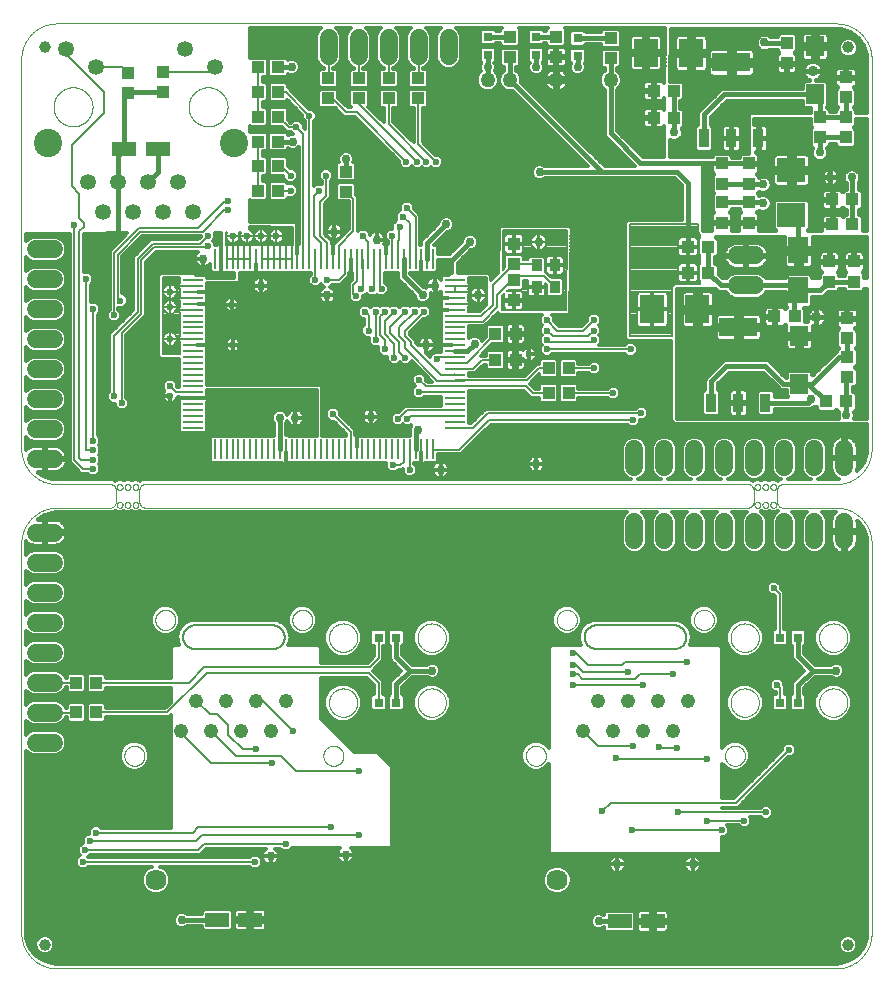
<source format=gtl>
G75*
%MOIN*%
%OFA0B0*%
%FSLAX25Y25*%
%IPPOS*%
%LPD*%
%AMOC8*
5,1,8,0,0,1.08239X$1,22.5*
%
%ADD10C,0.00000*%
%ADD11R,0.03500X0.06400*%
%ADD12R,0.12500X0.06400*%
%ADD13R,0.04331X0.03937*%
%ADD14R,0.03937X0.04331*%
%ADD15C,0.06000*%
%ADD16C,0.00500*%
%ADD17C,0.04800*%
%ADD18C,0.07050*%
%ADD19C,0.05315*%
%ADD20C,0.09449*%
%ADD21R,0.07874X0.04724*%
%ADD22R,0.07874X0.09449*%
%ADD23R,0.09449X0.07874*%
%ADD24R,0.06500X0.08600*%
%ADD25R,0.03150X0.03150*%
%ADD26R,0.01100X0.06900*%
%ADD27R,0.06900X0.01100*%
%ADD28R,0.03543X0.03937*%
%ADD29C,0.05000*%
%ADD30R,0.06000X0.06600*%
%ADD31C,0.03937*%
%ADD32C,0.01600*%
%ADD33C,0.02953*%
%ADD34C,0.01181*%
%ADD35C,0.02362*%
%ADD36C,0.00700*%
%ADD37C,0.01602*%
%ADD38C,0.03543*%
%ADD39C,0.00591*%
D10*
X0044398Y0033488D02*
X0044398Y0163410D01*
X0044401Y0163695D01*
X0044412Y0163981D01*
X0044429Y0164266D01*
X0044453Y0164550D01*
X0044484Y0164834D01*
X0044522Y0165117D01*
X0044567Y0165398D01*
X0044618Y0165679D01*
X0044676Y0165959D01*
X0044741Y0166237D01*
X0044813Y0166513D01*
X0044891Y0166787D01*
X0044976Y0167060D01*
X0045068Y0167330D01*
X0045166Y0167598D01*
X0045270Y0167864D01*
X0045381Y0168127D01*
X0045498Y0168387D01*
X0045621Y0168645D01*
X0045751Y0168899D01*
X0045887Y0169150D01*
X0046028Y0169398D01*
X0046176Y0169642D01*
X0046329Y0169883D01*
X0046489Y0170119D01*
X0046654Y0170352D01*
X0046824Y0170581D01*
X0047000Y0170806D01*
X0047182Y0171026D01*
X0047368Y0171242D01*
X0047560Y0171453D01*
X0047757Y0171660D01*
X0047959Y0171862D01*
X0048166Y0172059D01*
X0048377Y0172251D01*
X0048593Y0172437D01*
X0048813Y0172619D01*
X0049038Y0172795D01*
X0049267Y0172965D01*
X0049500Y0173130D01*
X0049736Y0173290D01*
X0049977Y0173443D01*
X0050221Y0173591D01*
X0050469Y0173732D01*
X0050720Y0173868D01*
X0050974Y0173998D01*
X0051232Y0174121D01*
X0051492Y0174238D01*
X0051755Y0174349D01*
X0052021Y0174453D01*
X0052289Y0174551D01*
X0052559Y0174643D01*
X0052832Y0174728D01*
X0053106Y0174806D01*
X0053382Y0174878D01*
X0053660Y0174943D01*
X0053940Y0175001D01*
X0054221Y0175052D01*
X0054502Y0175097D01*
X0054785Y0175135D01*
X0055069Y0175166D01*
X0055353Y0175190D01*
X0055638Y0175207D01*
X0055924Y0175218D01*
X0056209Y0175221D01*
X0073926Y0175221D01*
X0073926Y0175220D02*
X0074012Y0175222D01*
X0074098Y0175227D01*
X0074183Y0175237D01*
X0074268Y0175250D01*
X0074352Y0175267D01*
X0074436Y0175287D01*
X0074518Y0175311D01*
X0074599Y0175339D01*
X0074680Y0175370D01*
X0074758Y0175404D01*
X0074835Y0175442D01*
X0074911Y0175484D01*
X0074984Y0175528D01*
X0075055Y0175576D01*
X0075125Y0175627D01*
X0075192Y0175681D01*
X0075256Y0175737D01*
X0075318Y0175797D01*
X0075378Y0175859D01*
X0075434Y0175923D01*
X0075488Y0175990D01*
X0075539Y0176060D01*
X0075587Y0176131D01*
X0075631Y0176205D01*
X0075673Y0176280D01*
X0075711Y0176357D01*
X0075745Y0176435D01*
X0075776Y0176516D01*
X0075804Y0176597D01*
X0075828Y0176679D01*
X0075848Y0176763D01*
X0075865Y0176847D01*
X0075878Y0176932D01*
X0075888Y0177017D01*
X0075893Y0177103D01*
X0075895Y0177189D01*
X0075894Y0177189D02*
X0075894Y0181126D01*
X0076190Y0182110D02*
X0076192Y0182172D01*
X0076198Y0182235D01*
X0076208Y0182296D01*
X0076222Y0182357D01*
X0076239Y0182417D01*
X0076260Y0182476D01*
X0076286Y0182533D01*
X0076314Y0182588D01*
X0076346Y0182642D01*
X0076382Y0182693D01*
X0076420Y0182743D01*
X0076462Y0182789D01*
X0076506Y0182833D01*
X0076554Y0182874D01*
X0076603Y0182912D01*
X0076655Y0182946D01*
X0076709Y0182977D01*
X0076765Y0183005D01*
X0076823Y0183029D01*
X0076882Y0183050D01*
X0076942Y0183066D01*
X0077003Y0183079D01*
X0077065Y0183088D01*
X0077127Y0183093D01*
X0077190Y0183094D01*
X0077252Y0183091D01*
X0077314Y0183084D01*
X0077376Y0183073D01*
X0077436Y0183058D01*
X0077496Y0183040D01*
X0077554Y0183018D01*
X0077611Y0182992D01*
X0077666Y0182962D01*
X0077719Y0182929D01*
X0077770Y0182893D01*
X0077818Y0182854D01*
X0077864Y0182811D01*
X0077907Y0182766D01*
X0077947Y0182718D01*
X0077984Y0182668D01*
X0078018Y0182615D01*
X0078049Y0182561D01*
X0078075Y0182505D01*
X0078099Y0182447D01*
X0078118Y0182387D01*
X0078134Y0182327D01*
X0078146Y0182265D01*
X0078154Y0182204D01*
X0078158Y0182141D01*
X0078158Y0182079D01*
X0078154Y0182016D01*
X0078146Y0181955D01*
X0078134Y0181893D01*
X0078118Y0181833D01*
X0078099Y0181773D01*
X0078075Y0181715D01*
X0078049Y0181659D01*
X0078018Y0181605D01*
X0077984Y0181552D01*
X0077947Y0181502D01*
X0077907Y0181454D01*
X0077864Y0181409D01*
X0077818Y0181366D01*
X0077770Y0181327D01*
X0077719Y0181291D01*
X0077666Y0181258D01*
X0077611Y0181228D01*
X0077554Y0181202D01*
X0077496Y0181180D01*
X0077436Y0181162D01*
X0077376Y0181147D01*
X0077314Y0181136D01*
X0077252Y0181129D01*
X0077190Y0181126D01*
X0077127Y0181127D01*
X0077065Y0181132D01*
X0077003Y0181141D01*
X0076942Y0181154D01*
X0076882Y0181170D01*
X0076823Y0181191D01*
X0076765Y0181215D01*
X0076709Y0181243D01*
X0076655Y0181274D01*
X0076603Y0181308D01*
X0076554Y0181346D01*
X0076506Y0181387D01*
X0076462Y0181431D01*
X0076420Y0181477D01*
X0076382Y0181527D01*
X0076346Y0181578D01*
X0076314Y0181632D01*
X0076286Y0181687D01*
X0076260Y0181744D01*
X0076239Y0181803D01*
X0076222Y0181863D01*
X0076208Y0181924D01*
X0076198Y0181985D01*
X0076192Y0182048D01*
X0076190Y0182110D01*
X0075895Y0181126D02*
X0075893Y0181212D01*
X0075888Y0181298D01*
X0075878Y0181383D01*
X0075865Y0181468D01*
X0075848Y0181552D01*
X0075828Y0181636D01*
X0075804Y0181718D01*
X0075776Y0181799D01*
X0075745Y0181880D01*
X0075711Y0181958D01*
X0075673Y0182035D01*
X0075631Y0182111D01*
X0075587Y0182184D01*
X0075539Y0182255D01*
X0075488Y0182325D01*
X0075434Y0182392D01*
X0075378Y0182456D01*
X0075318Y0182518D01*
X0075256Y0182578D01*
X0075192Y0182634D01*
X0075125Y0182688D01*
X0075055Y0182739D01*
X0074984Y0182787D01*
X0074911Y0182831D01*
X0074835Y0182873D01*
X0074758Y0182911D01*
X0074680Y0182945D01*
X0074599Y0182976D01*
X0074518Y0183004D01*
X0074436Y0183028D01*
X0074352Y0183048D01*
X0074268Y0183065D01*
X0074183Y0183078D01*
X0074098Y0183088D01*
X0074012Y0183093D01*
X0073926Y0183095D01*
X0056209Y0183095D01*
X0055924Y0183098D01*
X0055638Y0183109D01*
X0055353Y0183126D01*
X0055069Y0183150D01*
X0054785Y0183181D01*
X0054502Y0183219D01*
X0054221Y0183264D01*
X0053940Y0183315D01*
X0053660Y0183373D01*
X0053382Y0183438D01*
X0053106Y0183510D01*
X0052832Y0183588D01*
X0052559Y0183673D01*
X0052289Y0183765D01*
X0052021Y0183863D01*
X0051755Y0183967D01*
X0051492Y0184078D01*
X0051232Y0184195D01*
X0050974Y0184318D01*
X0050720Y0184448D01*
X0050469Y0184584D01*
X0050221Y0184725D01*
X0049977Y0184873D01*
X0049736Y0185026D01*
X0049500Y0185186D01*
X0049267Y0185351D01*
X0049038Y0185521D01*
X0048813Y0185697D01*
X0048593Y0185879D01*
X0048377Y0186065D01*
X0048166Y0186257D01*
X0047959Y0186454D01*
X0047757Y0186656D01*
X0047560Y0186863D01*
X0047368Y0187074D01*
X0047182Y0187290D01*
X0047000Y0187510D01*
X0046824Y0187735D01*
X0046654Y0187964D01*
X0046489Y0188197D01*
X0046329Y0188433D01*
X0046176Y0188674D01*
X0046028Y0188918D01*
X0045887Y0189166D01*
X0045751Y0189417D01*
X0045621Y0189671D01*
X0045498Y0189929D01*
X0045381Y0190189D01*
X0045270Y0190452D01*
X0045166Y0190718D01*
X0045068Y0190986D01*
X0044976Y0191256D01*
X0044891Y0191529D01*
X0044813Y0191803D01*
X0044741Y0192079D01*
X0044676Y0192357D01*
X0044618Y0192637D01*
X0044567Y0192918D01*
X0044522Y0193199D01*
X0044484Y0193482D01*
X0044453Y0193766D01*
X0044429Y0194050D01*
X0044412Y0194335D01*
X0044401Y0194621D01*
X0044398Y0194906D01*
X0044398Y0324827D01*
X0044401Y0325112D01*
X0044412Y0325398D01*
X0044429Y0325683D01*
X0044453Y0325967D01*
X0044484Y0326251D01*
X0044522Y0326534D01*
X0044567Y0326815D01*
X0044618Y0327096D01*
X0044676Y0327376D01*
X0044741Y0327654D01*
X0044813Y0327930D01*
X0044891Y0328204D01*
X0044976Y0328477D01*
X0045068Y0328747D01*
X0045166Y0329015D01*
X0045270Y0329281D01*
X0045381Y0329544D01*
X0045498Y0329804D01*
X0045621Y0330062D01*
X0045751Y0330316D01*
X0045887Y0330567D01*
X0046028Y0330815D01*
X0046176Y0331059D01*
X0046329Y0331300D01*
X0046489Y0331536D01*
X0046654Y0331769D01*
X0046824Y0331998D01*
X0047000Y0332223D01*
X0047182Y0332443D01*
X0047368Y0332659D01*
X0047560Y0332870D01*
X0047757Y0333077D01*
X0047959Y0333279D01*
X0048166Y0333476D01*
X0048377Y0333668D01*
X0048593Y0333854D01*
X0048813Y0334036D01*
X0049038Y0334212D01*
X0049267Y0334382D01*
X0049500Y0334547D01*
X0049736Y0334707D01*
X0049977Y0334860D01*
X0050221Y0335008D01*
X0050469Y0335149D01*
X0050720Y0335285D01*
X0050974Y0335415D01*
X0051232Y0335538D01*
X0051492Y0335655D01*
X0051755Y0335766D01*
X0052021Y0335870D01*
X0052289Y0335968D01*
X0052559Y0336060D01*
X0052832Y0336145D01*
X0053106Y0336223D01*
X0053382Y0336295D01*
X0053660Y0336360D01*
X0053940Y0336418D01*
X0054221Y0336469D01*
X0054502Y0336514D01*
X0054785Y0336552D01*
X0055069Y0336583D01*
X0055353Y0336607D01*
X0055638Y0336624D01*
X0055924Y0336635D01*
X0056209Y0336638D01*
X0316052Y0336638D01*
X0316337Y0336635D01*
X0316623Y0336624D01*
X0316908Y0336607D01*
X0317192Y0336583D01*
X0317476Y0336552D01*
X0317759Y0336514D01*
X0318040Y0336469D01*
X0318321Y0336418D01*
X0318601Y0336360D01*
X0318879Y0336295D01*
X0319155Y0336223D01*
X0319429Y0336145D01*
X0319702Y0336060D01*
X0319972Y0335968D01*
X0320240Y0335870D01*
X0320506Y0335766D01*
X0320769Y0335655D01*
X0321029Y0335538D01*
X0321287Y0335415D01*
X0321541Y0335285D01*
X0321792Y0335149D01*
X0322040Y0335008D01*
X0322284Y0334860D01*
X0322525Y0334707D01*
X0322761Y0334547D01*
X0322994Y0334382D01*
X0323223Y0334212D01*
X0323448Y0334036D01*
X0323668Y0333854D01*
X0323884Y0333668D01*
X0324095Y0333476D01*
X0324302Y0333279D01*
X0324504Y0333077D01*
X0324701Y0332870D01*
X0324893Y0332659D01*
X0325079Y0332443D01*
X0325261Y0332223D01*
X0325437Y0331998D01*
X0325607Y0331769D01*
X0325772Y0331536D01*
X0325932Y0331300D01*
X0326085Y0331059D01*
X0326233Y0330815D01*
X0326374Y0330567D01*
X0326510Y0330316D01*
X0326640Y0330062D01*
X0326763Y0329804D01*
X0326880Y0329544D01*
X0326991Y0329281D01*
X0327095Y0329015D01*
X0327193Y0328747D01*
X0327285Y0328477D01*
X0327370Y0328204D01*
X0327448Y0327930D01*
X0327520Y0327654D01*
X0327585Y0327376D01*
X0327643Y0327096D01*
X0327694Y0326815D01*
X0327739Y0326534D01*
X0327777Y0326251D01*
X0327808Y0325967D01*
X0327832Y0325683D01*
X0327849Y0325398D01*
X0327860Y0325112D01*
X0327863Y0324827D01*
X0327863Y0194906D01*
X0327860Y0194621D01*
X0327849Y0194335D01*
X0327832Y0194050D01*
X0327808Y0193766D01*
X0327777Y0193482D01*
X0327739Y0193199D01*
X0327694Y0192918D01*
X0327643Y0192637D01*
X0327585Y0192357D01*
X0327520Y0192079D01*
X0327448Y0191803D01*
X0327370Y0191529D01*
X0327285Y0191256D01*
X0327193Y0190986D01*
X0327095Y0190718D01*
X0326991Y0190452D01*
X0326880Y0190189D01*
X0326763Y0189929D01*
X0326640Y0189671D01*
X0326510Y0189417D01*
X0326374Y0189166D01*
X0326233Y0188918D01*
X0326085Y0188674D01*
X0325932Y0188433D01*
X0325772Y0188197D01*
X0325607Y0187964D01*
X0325437Y0187735D01*
X0325261Y0187510D01*
X0325079Y0187290D01*
X0324893Y0187074D01*
X0324701Y0186863D01*
X0324504Y0186656D01*
X0324302Y0186454D01*
X0324095Y0186257D01*
X0323884Y0186065D01*
X0323668Y0185879D01*
X0323448Y0185697D01*
X0323223Y0185521D01*
X0322994Y0185351D01*
X0322761Y0185186D01*
X0322525Y0185026D01*
X0322284Y0184873D01*
X0322040Y0184725D01*
X0321792Y0184584D01*
X0321541Y0184448D01*
X0321287Y0184318D01*
X0321029Y0184195D01*
X0320769Y0184078D01*
X0320506Y0183967D01*
X0320240Y0183863D01*
X0319972Y0183765D01*
X0319702Y0183673D01*
X0319429Y0183588D01*
X0319155Y0183510D01*
X0318879Y0183438D01*
X0318601Y0183373D01*
X0318321Y0183315D01*
X0318040Y0183264D01*
X0317759Y0183219D01*
X0317476Y0183181D01*
X0317192Y0183150D01*
X0316908Y0183126D01*
X0316623Y0183109D01*
X0316337Y0183098D01*
X0316052Y0183095D01*
X0298335Y0183095D01*
X0298249Y0183093D01*
X0298163Y0183088D01*
X0298078Y0183078D01*
X0297993Y0183065D01*
X0297909Y0183048D01*
X0297825Y0183028D01*
X0297743Y0183004D01*
X0297662Y0182976D01*
X0297581Y0182945D01*
X0297503Y0182911D01*
X0297426Y0182873D01*
X0297351Y0182831D01*
X0297277Y0182787D01*
X0297206Y0182739D01*
X0297136Y0182688D01*
X0297069Y0182634D01*
X0297005Y0182578D01*
X0296943Y0182518D01*
X0296883Y0182456D01*
X0296827Y0182392D01*
X0296773Y0182325D01*
X0296722Y0182255D01*
X0296674Y0182184D01*
X0296630Y0182111D01*
X0296588Y0182035D01*
X0296550Y0181958D01*
X0296516Y0181880D01*
X0296485Y0181799D01*
X0296457Y0181718D01*
X0296433Y0181636D01*
X0296413Y0181552D01*
X0296396Y0181468D01*
X0296383Y0181383D01*
X0296373Y0181298D01*
X0296368Y0181212D01*
X0296366Y0181126D01*
X0296367Y0181126D02*
X0296367Y0177189D01*
X0294103Y0176205D02*
X0294105Y0176267D01*
X0294111Y0176330D01*
X0294121Y0176391D01*
X0294135Y0176452D01*
X0294152Y0176512D01*
X0294173Y0176571D01*
X0294199Y0176628D01*
X0294227Y0176683D01*
X0294259Y0176737D01*
X0294295Y0176788D01*
X0294333Y0176838D01*
X0294375Y0176884D01*
X0294419Y0176928D01*
X0294467Y0176969D01*
X0294516Y0177007D01*
X0294568Y0177041D01*
X0294622Y0177072D01*
X0294678Y0177100D01*
X0294736Y0177124D01*
X0294795Y0177145D01*
X0294855Y0177161D01*
X0294916Y0177174D01*
X0294978Y0177183D01*
X0295040Y0177188D01*
X0295103Y0177189D01*
X0295165Y0177186D01*
X0295227Y0177179D01*
X0295289Y0177168D01*
X0295349Y0177153D01*
X0295409Y0177135D01*
X0295467Y0177113D01*
X0295524Y0177087D01*
X0295579Y0177057D01*
X0295632Y0177024D01*
X0295683Y0176988D01*
X0295731Y0176949D01*
X0295777Y0176906D01*
X0295820Y0176861D01*
X0295860Y0176813D01*
X0295897Y0176763D01*
X0295931Y0176710D01*
X0295962Y0176656D01*
X0295988Y0176600D01*
X0296012Y0176542D01*
X0296031Y0176482D01*
X0296047Y0176422D01*
X0296059Y0176360D01*
X0296067Y0176299D01*
X0296071Y0176236D01*
X0296071Y0176174D01*
X0296067Y0176111D01*
X0296059Y0176050D01*
X0296047Y0175988D01*
X0296031Y0175928D01*
X0296012Y0175868D01*
X0295988Y0175810D01*
X0295962Y0175754D01*
X0295931Y0175700D01*
X0295897Y0175647D01*
X0295860Y0175597D01*
X0295820Y0175549D01*
X0295777Y0175504D01*
X0295731Y0175461D01*
X0295683Y0175422D01*
X0295632Y0175386D01*
X0295579Y0175353D01*
X0295524Y0175323D01*
X0295467Y0175297D01*
X0295409Y0175275D01*
X0295349Y0175257D01*
X0295289Y0175242D01*
X0295227Y0175231D01*
X0295165Y0175224D01*
X0295103Y0175221D01*
X0295040Y0175222D01*
X0294978Y0175227D01*
X0294916Y0175236D01*
X0294855Y0175249D01*
X0294795Y0175265D01*
X0294736Y0175286D01*
X0294678Y0175310D01*
X0294622Y0175338D01*
X0294568Y0175369D01*
X0294516Y0175403D01*
X0294467Y0175441D01*
X0294419Y0175482D01*
X0294375Y0175526D01*
X0294333Y0175572D01*
X0294295Y0175622D01*
X0294259Y0175673D01*
X0294227Y0175727D01*
X0294199Y0175782D01*
X0294173Y0175839D01*
X0294152Y0175898D01*
X0294135Y0175958D01*
X0294121Y0176019D01*
X0294111Y0176080D01*
X0294105Y0176143D01*
X0294103Y0176205D01*
X0291446Y0176205D02*
X0291448Y0176267D01*
X0291454Y0176330D01*
X0291464Y0176391D01*
X0291478Y0176452D01*
X0291495Y0176512D01*
X0291516Y0176571D01*
X0291542Y0176628D01*
X0291570Y0176683D01*
X0291602Y0176737D01*
X0291638Y0176788D01*
X0291676Y0176838D01*
X0291718Y0176884D01*
X0291762Y0176928D01*
X0291810Y0176969D01*
X0291859Y0177007D01*
X0291911Y0177041D01*
X0291965Y0177072D01*
X0292021Y0177100D01*
X0292079Y0177124D01*
X0292138Y0177145D01*
X0292198Y0177161D01*
X0292259Y0177174D01*
X0292321Y0177183D01*
X0292383Y0177188D01*
X0292446Y0177189D01*
X0292508Y0177186D01*
X0292570Y0177179D01*
X0292632Y0177168D01*
X0292692Y0177153D01*
X0292752Y0177135D01*
X0292810Y0177113D01*
X0292867Y0177087D01*
X0292922Y0177057D01*
X0292975Y0177024D01*
X0293026Y0176988D01*
X0293074Y0176949D01*
X0293120Y0176906D01*
X0293163Y0176861D01*
X0293203Y0176813D01*
X0293240Y0176763D01*
X0293274Y0176710D01*
X0293305Y0176656D01*
X0293331Y0176600D01*
X0293355Y0176542D01*
X0293374Y0176482D01*
X0293390Y0176422D01*
X0293402Y0176360D01*
X0293410Y0176299D01*
X0293414Y0176236D01*
X0293414Y0176174D01*
X0293410Y0176111D01*
X0293402Y0176050D01*
X0293390Y0175988D01*
X0293374Y0175928D01*
X0293355Y0175868D01*
X0293331Y0175810D01*
X0293305Y0175754D01*
X0293274Y0175700D01*
X0293240Y0175647D01*
X0293203Y0175597D01*
X0293163Y0175549D01*
X0293120Y0175504D01*
X0293074Y0175461D01*
X0293026Y0175422D01*
X0292975Y0175386D01*
X0292922Y0175353D01*
X0292867Y0175323D01*
X0292810Y0175297D01*
X0292752Y0175275D01*
X0292692Y0175257D01*
X0292632Y0175242D01*
X0292570Y0175231D01*
X0292508Y0175224D01*
X0292446Y0175221D01*
X0292383Y0175222D01*
X0292321Y0175227D01*
X0292259Y0175236D01*
X0292198Y0175249D01*
X0292138Y0175265D01*
X0292079Y0175286D01*
X0292021Y0175310D01*
X0291965Y0175338D01*
X0291911Y0175369D01*
X0291859Y0175403D01*
X0291810Y0175441D01*
X0291762Y0175482D01*
X0291718Y0175526D01*
X0291676Y0175572D01*
X0291638Y0175622D01*
X0291602Y0175673D01*
X0291570Y0175727D01*
X0291542Y0175782D01*
X0291516Y0175839D01*
X0291495Y0175898D01*
X0291478Y0175958D01*
X0291464Y0176019D01*
X0291454Y0176080D01*
X0291448Y0176143D01*
X0291446Y0176205D01*
X0288788Y0176205D02*
X0288790Y0176267D01*
X0288796Y0176330D01*
X0288806Y0176391D01*
X0288820Y0176452D01*
X0288837Y0176512D01*
X0288858Y0176571D01*
X0288884Y0176628D01*
X0288912Y0176683D01*
X0288944Y0176737D01*
X0288980Y0176788D01*
X0289018Y0176838D01*
X0289060Y0176884D01*
X0289104Y0176928D01*
X0289152Y0176969D01*
X0289201Y0177007D01*
X0289253Y0177041D01*
X0289307Y0177072D01*
X0289363Y0177100D01*
X0289421Y0177124D01*
X0289480Y0177145D01*
X0289540Y0177161D01*
X0289601Y0177174D01*
X0289663Y0177183D01*
X0289725Y0177188D01*
X0289788Y0177189D01*
X0289850Y0177186D01*
X0289912Y0177179D01*
X0289974Y0177168D01*
X0290034Y0177153D01*
X0290094Y0177135D01*
X0290152Y0177113D01*
X0290209Y0177087D01*
X0290264Y0177057D01*
X0290317Y0177024D01*
X0290368Y0176988D01*
X0290416Y0176949D01*
X0290462Y0176906D01*
X0290505Y0176861D01*
X0290545Y0176813D01*
X0290582Y0176763D01*
X0290616Y0176710D01*
X0290647Y0176656D01*
X0290673Y0176600D01*
X0290697Y0176542D01*
X0290716Y0176482D01*
X0290732Y0176422D01*
X0290744Y0176360D01*
X0290752Y0176299D01*
X0290756Y0176236D01*
X0290756Y0176174D01*
X0290752Y0176111D01*
X0290744Y0176050D01*
X0290732Y0175988D01*
X0290716Y0175928D01*
X0290697Y0175868D01*
X0290673Y0175810D01*
X0290647Y0175754D01*
X0290616Y0175700D01*
X0290582Y0175647D01*
X0290545Y0175597D01*
X0290505Y0175549D01*
X0290462Y0175504D01*
X0290416Y0175461D01*
X0290368Y0175422D01*
X0290317Y0175386D01*
X0290264Y0175353D01*
X0290209Y0175323D01*
X0290152Y0175297D01*
X0290094Y0175275D01*
X0290034Y0175257D01*
X0289974Y0175242D01*
X0289912Y0175231D01*
X0289850Y0175224D01*
X0289788Y0175221D01*
X0289725Y0175222D01*
X0289663Y0175227D01*
X0289601Y0175236D01*
X0289540Y0175249D01*
X0289480Y0175265D01*
X0289421Y0175286D01*
X0289363Y0175310D01*
X0289307Y0175338D01*
X0289253Y0175369D01*
X0289201Y0175403D01*
X0289152Y0175441D01*
X0289104Y0175482D01*
X0289060Y0175526D01*
X0289018Y0175572D01*
X0288980Y0175622D01*
X0288944Y0175673D01*
X0288912Y0175727D01*
X0288884Y0175782D01*
X0288858Y0175839D01*
X0288837Y0175898D01*
X0288820Y0175958D01*
X0288806Y0176019D01*
X0288796Y0176080D01*
X0288790Y0176143D01*
X0288788Y0176205D01*
X0288493Y0177189D02*
X0288493Y0181126D01*
X0288788Y0182110D02*
X0288790Y0182172D01*
X0288796Y0182235D01*
X0288806Y0182296D01*
X0288820Y0182357D01*
X0288837Y0182417D01*
X0288858Y0182476D01*
X0288884Y0182533D01*
X0288912Y0182588D01*
X0288944Y0182642D01*
X0288980Y0182693D01*
X0289018Y0182743D01*
X0289060Y0182789D01*
X0289104Y0182833D01*
X0289152Y0182874D01*
X0289201Y0182912D01*
X0289253Y0182946D01*
X0289307Y0182977D01*
X0289363Y0183005D01*
X0289421Y0183029D01*
X0289480Y0183050D01*
X0289540Y0183066D01*
X0289601Y0183079D01*
X0289663Y0183088D01*
X0289725Y0183093D01*
X0289788Y0183094D01*
X0289850Y0183091D01*
X0289912Y0183084D01*
X0289974Y0183073D01*
X0290034Y0183058D01*
X0290094Y0183040D01*
X0290152Y0183018D01*
X0290209Y0182992D01*
X0290264Y0182962D01*
X0290317Y0182929D01*
X0290368Y0182893D01*
X0290416Y0182854D01*
X0290462Y0182811D01*
X0290505Y0182766D01*
X0290545Y0182718D01*
X0290582Y0182668D01*
X0290616Y0182615D01*
X0290647Y0182561D01*
X0290673Y0182505D01*
X0290697Y0182447D01*
X0290716Y0182387D01*
X0290732Y0182327D01*
X0290744Y0182265D01*
X0290752Y0182204D01*
X0290756Y0182141D01*
X0290756Y0182079D01*
X0290752Y0182016D01*
X0290744Y0181955D01*
X0290732Y0181893D01*
X0290716Y0181833D01*
X0290697Y0181773D01*
X0290673Y0181715D01*
X0290647Y0181659D01*
X0290616Y0181605D01*
X0290582Y0181552D01*
X0290545Y0181502D01*
X0290505Y0181454D01*
X0290462Y0181409D01*
X0290416Y0181366D01*
X0290368Y0181327D01*
X0290317Y0181291D01*
X0290264Y0181258D01*
X0290209Y0181228D01*
X0290152Y0181202D01*
X0290094Y0181180D01*
X0290034Y0181162D01*
X0289974Y0181147D01*
X0289912Y0181136D01*
X0289850Y0181129D01*
X0289788Y0181126D01*
X0289725Y0181127D01*
X0289663Y0181132D01*
X0289601Y0181141D01*
X0289540Y0181154D01*
X0289480Y0181170D01*
X0289421Y0181191D01*
X0289363Y0181215D01*
X0289307Y0181243D01*
X0289253Y0181274D01*
X0289201Y0181308D01*
X0289152Y0181346D01*
X0289104Y0181387D01*
X0289060Y0181431D01*
X0289018Y0181477D01*
X0288980Y0181527D01*
X0288944Y0181578D01*
X0288912Y0181632D01*
X0288884Y0181687D01*
X0288858Y0181744D01*
X0288837Y0181803D01*
X0288820Y0181863D01*
X0288806Y0181924D01*
X0288796Y0181985D01*
X0288790Y0182048D01*
X0288788Y0182110D01*
X0288493Y0181126D02*
X0288491Y0181212D01*
X0288486Y0181298D01*
X0288476Y0181383D01*
X0288463Y0181468D01*
X0288446Y0181552D01*
X0288426Y0181636D01*
X0288402Y0181718D01*
X0288374Y0181799D01*
X0288343Y0181880D01*
X0288309Y0181958D01*
X0288271Y0182035D01*
X0288229Y0182111D01*
X0288185Y0182184D01*
X0288137Y0182255D01*
X0288086Y0182325D01*
X0288032Y0182392D01*
X0287976Y0182456D01*
X0287916Y0182518D01*
X0287854Y0182578D01*
X0287790Y0182634D01*
X0287723Y0182688D01*
X0287653Y0182739D01*
X0287582Y0182787D01*
X0287509Y0182831D01*
X0287433Y0182873D01*
X0287356Y0182911D01*
X0287278Y0182945D01*
X0287197Y0182976D01*
X0287116Y0183004D01*
X0287034Y0183028D01*
X0286950Y0183048D01*
X0286866Y0183065D01*
X0286781Y0183078D01*
X0286696Y0183088D01*
X0286610Y0183093D01*
X0286524Y0183095D01*
X0085737Y0183095D01*
X0085651Y0183093D01*
X0085565Y0183088D01*
X0085480Y0183078D01*
X0085395Y0183065D01*
X0085311Y0183048D01*
X0085227Y0183028D01*
X0085145Y0183004D01*
X0085064Y0182976D01*
X0084983Y0182945D01*
X0084905Y0182911D01*
X0084828Y0182873D01*
X0084753Y0182831D01*
X0084679Y0182787D01*
X0084608Y0182739D01*
X0084538Y0182688D01*
X0084471Y0182634D01*
X0084407Y0182578D01*
X0084345Y0182518D01*
X0084285Y0182456D01*
X0084229Y0182392D01*
X0084175Y0182325D01*
X0084124Y0182255D01*
X0084076Y0182184D01*
X0084032Y0182111D01*
X0083990Y0182035D01*
X0083952Y0181958D01*
X0083918Y0181880D01*
X0083887Y0181799D01*
X0083859Y0181718D01*
X0083835Y0181636D01*
X0083815Y0181552D01*
X0083798Y0181468D01*
X0083785Y0181383D01*
X0083775Y0181298D01*
X0083770Y0181212D01*
X0083768Y0181126D01*
X0083769Y0181126D02*
X0083769Y0177189D01*
X0081505Y0176205D02*
X0081507Y0176267D01*
X0081513Y0176330D01*
X0081523Y0176391D01*
X0081537Y0176452D01*
X0081554Y0176512D01*
X0081575Y0176571D01*
X0081601Y0176628D01*
X0081629Y0176683D01*
X0081661Y0176737D01*
X0081697Y0176788D01*
X0081735Y0176838D01*
X0081777Y0176884D01*
X0081821Y0176928D01*
X0081869Y0176969D01*
X0081918Y0177007D01*
X0081970Y0177041D01*
X0082024Y0177072D01*
X0082080Y0177100D01*
X0082138Y0177124D01*
X0082197Y0177145D01*
X0082257Y0177161D01*
X0082318Y0177174D01*
X0082380Y0177183D01*
X0082442Y0177188D01*
X0082505Y0177189D01*
X0082567Y0177186D01*
X0082629Y0177179D01*
X0082691Y0177168D01*
X0082751Y0177153D01*
X0082811Y0177135D01*
X0082869Y0177113D01*
X0082926Y0177087D01*
X0082981Y0177057D01*
X0083034Y0177024D01*
X0083085Y0176988D01*
X0083133Y0176949D01*
X0083179Y0176906D01*
X0083222Y0176861D01*
X0083262Y0176813D01*
X0083299Y0176763D01*
X0083333Y0176710D01*
X0083364Y0176656D01*
X0083390Y0176600D01*
X0083414Y0176542D01*
X0083433Y0176482D01*
X0083449Y0176422D01*
X0083461Y0176360D01*
X0083469Y0176299D01*
X0083473Y0176236D01*
X0083473Y0176174D01*
X0083469Y0176111D01*
X0083461Y0176050D01*
X0083449Y0175988D01*
X0083433Y0175928D01*
X0083414Y0175868D01*
X0083390Y0175810D01*
X0083364Y0175754D01*
X0083333Y0175700D01*
X0083299Y0175647D01*
X0083262Y0175597D01*
X0083222Y0175549D01*
X0083179Y0175504D01*
X0083133Y0175461D01*
X0083085Y0175422D01*
X0083034Y0175386D01*
X0082981Y0175353D01*
X0082926Y0175323D01*
X0082869Y0175297D01*
X0082811Y0175275D01*
X0082751Y0175257D01*
X0082691Y0175242D01*
X0082629Y0175231D01*
X0082567Y0175224D01*
X0082505Y0175221D01*
X0082442Y0175222D01*
X0082380Y0175227D01*
X0082318Y0175236D01*
X0082257Y0175249D01*
X0082197Y0175265D01*
X0082138Y0175286D01*
X0082080Y0175310D01*
X0082024Y0175338D01*
X0081970Y0175369D01*
X0081918Y0175403D01*
X0081869Y0175441D01*
X0081821Y0175482D01*
X0081777Y0175526D01*
X0081735Y0175572D01*
X0081697Y0175622D01*
X0081661Y0175673D01*
X0081629Y0175727D01*
X0081601Y0175782D01*
X0081575Y0175839D01*
X0081554Y0175898D01*
X0081537Y0175958D01*
X0081523Y0176019D01*
X0081513Y0176080D01*
X0081507Y0176143D01*
X0081505Y0176205D01*
X0078847Y0176205D02*
X0078849Y0176267D01*
X0078855Y0176330D01*
X0078865Y0176391D01*
X0078879Y0176452D01*
X0078896Y0176512D01*
X0078917Y0176571D01*
X0078943Y0176628D01*
X0078971Y0176683D01*
X0079003Y0176737D01*
X0079039Y0176788D01*
X0079077Y0176838D01*
X0079119Y0176884D01*
X0079163Y0176928D01*
X0079211Y0176969D01*
X0079260Y0177007D01*
X0079312Y0177041D01*
X0079366Y0177072D01*
X0079422Y0177100D01*
X0079480Y0177124D01*
X0079539Y0177145D01*
X0079599Y0177161D01*
X0079660Y0177174D01*
X0079722Y0177183D01*
X0079784Y0177188D01*
X0079847Y0177189D01*
X0079909Y0177186D01*
X0079971Y0177179D01*
X0080033Y0177168D01*
X0080093Y0177153D01*
X0080153Y0177135D01*
X0080211Y0177113D01*
X0080268Y0177087D01*
X0080323Y0177057D01*
X0080376Y0177024D01*
X0080427Y0176988D01*
X0080475Y0176949D01*
X0080521Y0176906D01*
X0080564Y0176861D01*
X0080604Y0176813D01*
X0080641Y0176763D01*
X0080675Y0176710D01*
X0080706Y0176656D01*
X0080732Y0176600D01*
X0080756Y0176542D01*
X0080775Y0176482D01*
X0080791Y0176422D01*
X0080803Y0176360D01*
X0080811Y0176299D01*
X0080815Y0176236D01*
X0080815Y0176174D01*
X0080811Y0176111D01*
X0080803Y0176050D01*
X0080791Y0175988D01*
X0080775Y0175928D01*
X0080756Y0175868D01*
X0080732Y0175810D01*
X0080706Y0175754D01*
X0080675Y0175700D01*
X0080641Y0175647D01*
X0080604Y0175597D01*
X0080564Y0175549D01*
X0080521Y0175504D01*
X0080475Y0175461D01*
X0080427Y0175422D01*
X0080376Y0175386D01*
X0080323Y0175353D01*
X0080268Y0175323D01*
X0080211Y0175297D01*
X0080153Y0175275D01*
X0080093Y0175257D01*
X0080033Y0175242D01*
X0079971Y0175231D01*
X0079909Y0175224D01*
X0079847Y0175221D01*
X0079784Y0175222D01*
X0079722Y0175227D01*
X0079660Y0175236D01*
X0079599Y0175249D01*
X0079539Y0175265D01*
X0079480Y0175286D01*
X0079422Y0175310D01*
X0079366Y0175338D01*
X0079312Y0175369D01*
X0079260Y0175403D01*
X0079211Y0175441D01*
X0079163Y0175482D01*
X0079119Y0175526D01*
X0079077Y0175572D01*
X0079039Y0175622D01*
X0079003Y0175673D01*
X0078971Y0175727D01*
X0078943Y0175782D01*
X0078917Y0175839D01*
X0078896Y0175898D01*
X0078879Y0175958D01*
X0078865Y0176019D01*
X0078855Y0176080D01*
X0078849Y0176143D01*
X0078847Y0176205D01*
X0076190Y0176205D02*
X0076192Y0176267D01*
X0076198Y0176330D01*
X0076208Y0176391D01*
X0076222Y0176452D01*
X0076239Y0176512D01*
X0076260Y0176571D01*
X0076286Y0176628D01*
X0076314Y0176683D01*
X0076346Y0176737D01*
X0076382Y0176788D01*
X0076420Y0176838D01*
X0076462Y0176884D01*
X0076506Y0176928D01*
X0076554Y0176969D01*
X0076603Y0177007D01*
X0076655Y0177041D01*
X0076709Y0177072D01*
X0076765Y0177100D01*
X0076823Y0177124D01*
X0076882Y0177145D01*
X0076942Y0177161D01*
X0077003Y0177174D01*
X0077065Y0177183D01*
X0077127Y0177188D01*
X0077190Y0177189D01*
X0077252Y0177186D01*
X0077314Y0177179D01*
X0077376Y0177168D01*
X0077436Y0177153D01*
X0077496Y0177135D01*
X0077554Y0177113D01*
X0077611Y0177087D01*
X0077666Y0177057D01*
X0077719Y0177024D01*
X0077770Y0176988D01*
X0077818Y0176949D01*
X0077864Y0176906D01*
X0077907Y0176861D01*
X0077947Y0176813D01*
X0077984Y0176763D01*
X0078018Y0176710D01*
X0078049Y0176656D01*
X0078075Y0176600D01*
X0078099Y0176542D01*
X0078118Y0176482D01*
X0078134Y0176422D01*
X0078146Y0176360D01*
X0078154Y0176299D01*
X0078158Y0176236D01*
X0078158Y0176174D01*
X0078154Y0176111D01*
X0078146Y0176050D01*
X0078134Y0175988D01*
X0078118Y0175928D01*
X0078099Y0175868D01*
X0078075Y0175810D01*
X0078049Y0175754D01*
X0078018Y0175700D01*
X0077984Y0175647D01*
X0077947Y0175597D01*
X0077907Y0175549D01*
X0077864Y0175504D01*
X0077818Y0175461D01*
X0077770Y0175422D01*
X0077719Y0175386D01*
X0077666Y0175353D01*
X0077611Y0175323D01*
X0077554Y0175297D01*
X0077496Y0175275D01*
X0077436Y0175257D01*
X0077376Y0175242D01*
X0077314Y0175231D01*
X0077252Y0175224D01*
X0077190Y0175221D01*
X0077127Y0175222D01*
X0077065Y0175227D01*
X0077003Y0175236D01*
X0076942Y0175249D01*
X0076882Y0175265D01*
X0076823Y0175286D01*
X0076765Y0175310D01*
X0076709Y0175338D01*
X0076655Y0175369D01*
X0076603Y0175403D01*
X0076554Y0175441D01*
X0076506Y0175482D01*
X0076462Y0175526D01*
X0076420Y0175572D01*
X0076382Y0175622D01*
X0076346Y0175673D01*
X0076314Y0175727D01*
X0076286Y0175782D01*
X0076260Y0175839D01*
X0076239Y0175898D01*
X0076222Y0175958D01*
X0076208Y0176019D01*
X0076198Y0176080D01*
X0076192Y0176143D01*
X0076190Y0176205D01*
X0078847Y0182110D02*
X0078849Y0182172D01*
X0078855Y0182235D01*
X0078865Y0182296D01*
X0078879Y0182357D01*
X0078896Y0182417D01*
X0078917Y0182476D01*
X0078943Y0182533D01*
X0078971Y0182588D01*
X0079003Y0182642D01*
X0079039Y0182693D01*
X0079077Y0182743D01*
X0079119Y0182789D01*
X0079163Y0182833D01*
X0079211Y0182874D01*
X0079260Y0182912D01*
X0079312Y0182946D01*
X0079366Y0182977D01*
X0079422Y0183005D01*
X0079480Y0183029D01*
X0079539Y0183050D01*
X0079599Y0183066D01*
X0079660Y0183079D01*
X0079722Y0183088D01*
X0079784Y0183093D01*
X0079847Y0183094D01*
X0079909Y0183091D01*
X0079971Y0183084D01*
X0080033Y0183073D01*
X0080093Y0183058D01*
X0080153Y0183040D01*
X0080211Y0183018D01*
X0080268Y0182992D01*
X0080323Y0182962D01*
X0080376Y0182929D01*
X0080427Y0182893D01*
X0080475Y0182854D01*
X0080521Y0182811D01*
X0080564Y0182766D01*
X0080604Y0182718D01*
X0080641Y0182668D01*
X0080675Y0182615D01*
X0080706Y0182561D01*
X0080732Y0182505D01*
X0080756Y0182447D01*
X0080775Y0182387D01*
X0080791Y0182327D01*
X0080803Y0182265D01*
X0080811Y0182204D01*
X0080815Y0182141D01*
X0080815Y0182079D01*
X0080811Y0182016D01*
X0080803Y0181955D01*
X0080791Y0181893D01*
X0080775Y0181833D01*
X0080756Y0181773D01*
X0080732Y0181715D01*
X0080706Y0181659D01*
X0080675Y0181605D01*
X0080641Y0181552D01*
X0080604Y0181502D01*
X0080564Y0181454D01*
X0080521Y0181409D01*
X0080475Y0181366D01*
X0080427Y0181327D01*
X0080376Y0181291D01*
X0080323Y0181258D01*
X0080268Y0181228D01*
X0080211Y0181202D01*
X0080153Y0181180D01*
X0080093Y0181162D01*
X0080033Y0181147D01*
X0079971Y0181136D01*
X0079909Y0181129D01*
X0079847Y0181126D01*
X0079784Y0181127D01*
X0079722Y0181132D01*
X0079660Y0181141D01*
X0079599Y0181154D01*
X0079539Y0181170D01*
X0079480Y0181191D01*
X0079422Y0181215D01*
X0079366Y0181243D01*
X0079312Y0181274D01*
X0079260Y0181308D01*
X0079211Y0181346D01*
X0079163Y0181387D01*
X0079119Y0181431D01*
X0079077Y0181477D01*
X0079039Y0181527D01*
X0079003Y0181578D01*
X0078971Y0181632D01*
X0078943Y0181687D01*
X0078917Y0181744D01*
X0078896Y0181803D01*
X0078879Y0181863D01*
X0078865Y0181924D01*
X0078855Y0181985D01*
X0078849Y0182048D01*
X0078847Y0182110D01*
X0081505Y0182110D02*
X0081507Y0182172D01*
X0081513Y0182235D01*
X0081523Y0182296D01*
X0081537Y0182357D01*
X0081554Y0182417D01*
X0081575Y0182476D01*
X0081601Y0182533D01*
X0081629Y0182588D01*
X0081661Y0182642D01*
X0081697Y0182693D01*
X0081735Y0182743D01*
X0081777Y0182789D01*
X0081821Y0182833D01*
X0081869Y0182874D01*
X0081918Y0182912D01*
X0081970Y0182946D01*
X0082024Y0182977D01*
X0082080Y0183005D01*
X0082138Y0183029D01*
X0082197Y0183050D01*
X0082257Y0183066D01*
X0082318Y0183079D01*
X0082380Y0183088D01*
X0082442Y0183093D01*
X0082505Y0183094D01*
X0082567Y0183091D01*
X0082629Y0183084D01*
X0082691Y0183073D01*
X0082751Y0183058D01*
X0082811Y0183040D01*
X0082869Y0183018D01*
X0082926Y0182992D01*
X0082981Y0182962D01*
X0083034Y0182929D01*
X0083085Y0182893D01*
X0083133Y0182854D01*
X0083179Y0182811D01*
X0083222Y0182766D01*
X0083262Y0182718D01*
X0083299Y0182668D01*
X0083333Y0182615D01*
X0083364Y0182561D01*
X0083390Y0182505D01*
X0083414Y0182447D01*
X0083433Y0182387D01*
X0083449Y0182327D01*
X0083461Y0182265D01*
X0083469Y0182204D01*
X0083473Y0182141D01*
X0083473Y0182079D01*
X0083469Y0182016D01*
X0083461Y0181955D01*
X0083449Y0181893D01*
X0083433Y0181833D01*
X0083414Y0181773D01*
X0083390Y0181715D01*
X0083364Y0181659D01*
X0083333Y0181605D01*
X0083299Y0181552D01*
X0083262Y0181502D01*
X0083222Y0181454D01*
X0083179Y0181409D01*
X0083133Y0181366D01*
X0083085Y0181327D01*
X0083034Y0181291D01*
X0082981Y0181258D01*
X0082926Y0181228D01*
X0082869Y0181202D01*
X0082811Y0181180D01*
X0082751Y0181162D01*
X0082691Y0181147D01*
X0082629Y0181136D01*
X0082567Y0181129D01*
X0082505Y0181126D01*
X0082442Y0181127D01*
X0082380Y0181132D01*
X0082318Y0181141D01*
X0082257Y0181154D01*
X0082197Y0181170D01*
X0082138Y0181191D01*
X0082080Y0181215D01*
X0082024Y0181243D01*
X0081970Y0181274D01*
X0081918Y0181308D01*
X0081869Y0181346D01*
X0081821Y0181387D01*
X0081777Y0181431D01*
X0081735Y0181477D01*
X0081697Y0181527D01*
X0081661Y0181578D01*
X0081629Y0181632D01*
X0081601Y0181687D01*
X0081575Y0181744D01*
X0081554Y0181803D01*
X0081537Y0181863D01*
X0081523Y0181924D01*
X0081513Y0181985D01*
X0081507Y0182048D01*
X0081505Y0182110D01*
X0083768Y0177189D02*
X0083770Y0177103D01*
X0083775Y0177017D01*
X0083785Y0176932D01*
X0083798Y0176847D01*
X0083815Y0176763D01*
X0083835Y0176679D01*
X0083859Y0176597D01*
X0083887Y0176516D01*
X0083918Y0176435D01*
X0083952Y0176357D01*
X0083990Y0176280D01*
X0084032Y0176205D01*
X0084076Y0176131D01*
X0084124Y0176060D01*
X0084175Y0175990D01*
X0084229Y0175923D01*
X0084285Y0175859D01*
X0084345Y0175797D01*
X0084407Y0175737D01*
X0084471Y0175681D01*
X0084538Y0175627D01*
X0084608Y0175576D01*
X0084679Y0175528D01*
X0084753Y0175484D01*
X0084828Y0175442D01*
X0084905Y0175404D01*
X0084983Y0175370D01*
X0085064Y0175339D01*
X0085145Y0175311D01*
X0085227Y0175287D01*
X0085311Y0175267D01*
X0085395Y0175250D01*
X0085480Y0175237D01*
X0085565Y0175227D01*
X0085651Y0175222D01*
X0085737Y0175220D01*
X0085737Y0175221D02*
X0286524Y0175221D01*
X0286524Y0175220D02*
X0286610Y0175222D01*
X0286696Y0175227D01*
X0286781Y0175237D01*
X0286866Y0175250D01*
X0286950Y0175267D01*
X0287034Y0175287D01*
X0287116Y0175311D01*
X0287197Y0175339D01*
X0287278Y0175370D01*
X0287356Y0175404D01*
X0287433Y0175442D01*
X0287509Y0175484D01*
X0287582Y0175528D01*
X0287653Y0175576D01*
X0287723Y0175627D01*
X0287790Y0175681D01*
X0287854Y0175737D01*
X0287916Y0175797D01*
X0287976Y0175859D01*
X0288032Y0175923D01*
X0288086Y0175990D01*
X0288137Y0176060D01*
X0288185Y0176131D01*
X0288229Y0176205D01*
X0288271Y0176280D01*
X0288309Y0176357D01*
X0288343Y0176435D01*
X0288374Y0176516D01*
X0288402Y0176597D01*
X0288426Y0176679D01*
X0288446Y0176763D01*
X0288463Y0176847D01*
X0288476Y0176932D01*
X0288486Y0177017D01*
X0288491Y0177103D01*
X0288493Y0177189D01*
X0291446Y0182110D02*
X0291448Y0182172D01*
X0291454Y0182235D01*
X0291464Y0182296D01*
X0291478Y0182357D01*
X0291495Y0182417D01*
X0291516Y0182476D01*
X0291542Y0182533D01*
X0291570Y0182588D01*
X0291602Y0182642D01*
X0291638Y0182693D01*
X0291676Y0182743D01*
X0291718Y0182789D01*
X0291762Y0182833D01*
X0291810Y0182874D01*
X0291859Y0182912D01*
X0291911Y0182946D01*
X0291965Y0182977D01*
X0292021Y0183005D01*
X0292079Y0183029D01*
X0292138Y0183050D01*
X0292198Y0183066D01*
X0292259Y0183079D01*
X0292321Y0183088D01*
X0292383Y0183093D01*
X0292446Y0183094D01*
X0292508Y0183091D01*
X0292570Y0183084D01*
X0292632Y0183073D01*
X0292692Y0183058D01*
X0292752Y0183040D01*
X0292810Y0183018D01*
X0292867Y0182992D01*
X0292922Y0182962D01*
X0292975Y0182929D01*
X0293026Y0182893D01*
X0293074Y0182854D01*
X0293120Y0182811D01*
X0293163Y0182766D01*
X0293203Y0182718D01*
X0293240Y0182668D01*
X0293274Y0182615D01*
X0293305Y0182561D01*
X0293331Y0182505D01*
X0293355Y0182447D01*
X0293374Y0182387D01*
X0293390Y0182327D01*
X0293402Y0182265D01*
X0293410Y0182204D01*
X0293414Y0182141D01*
X0293414Y0182079D01*
X0293410Y0182016D01*
X0293402Y0181955D01*
X0293390Y0181893D01*
X0293374Y0181833D01*
X0293355Y0181773D01*
X0293331Y0181715D01*
X0293305Y0181659D01*
X0293274Y0181605D01*
X0293240Y0181552D01*
X0293203Y0181502D01*
X0293163Y0181454D01*
X0293120Y0181409D01*
X0293074Y0181366D01*
X0293026Y0181327D01*
X0292975Y0181291D01*
X0292922Y0181258D01*
X0292867Y0181228D01*
X0292810Y0181202D01*
X0292752Y0181180D01*
X0292692Y0181162D01*
X0292632Y0181147D01*
X0292570Y0181136D01*
X0292508Y0181129D01*
X0292446Y0181126D01*
X0292383Y0181127D01*
X0292321Y0181132D01*
X0292259Y0181141D01*
X0292198Y0181154D01*
X0292138Y0181170D01*
X0292079Y0181191D01*
X0292021Y0181215D01*
X0291965Y0181243D01*
X0291911Y0181274D01*
X0291859Y0181308D01*
X0291810Y0181346D01*
X0291762Y0181387D01*
X0291718Y0181431D01*
X0291676Y0181477D01*
X0291638Y0181527D01*
X0291602Y0181578D01*
X0291570Y0181632D01*
X0291542Y0181687D01*
X0291516Y0181744D01*
X0291495Y0181803D01*
X0291478Y0181863D01*
X0291464Y0181924D01*
X0291454Y0181985D01*
X0291448Y0182048D01*
X0291446Y0182110D01*
X0294103Y0182110D02*
X0294105Y0182172D01*
X0294111Y0182235D01*
X0294121Y0182296D01*
X0294135Y0182357D01*
X0294152Y0182417D01*
X0294173Y0182476D01*
X0294199Y0182533D01*
X0294227Y0182588D01*
X0294259Y0182642D01*
X0294295Y0182693D01*
X0294333Y0182743D01*
X0294375Y0182789D01*
X0294419Y0182833D01*
X0294467Y0182874D01*
X0294516Y0182912D01*
X0294568Y0182946D01*
X0294622Y0182977D01*
X0294678Y0183005D01*
X0294736Y0183029D01*
X0294795Y0183050D01*
X0294855Y0183066D01*
X0294916Y0183079D01*
X0294978Y0183088D01*
X0295040Y0183093D01*
X0295103Y0183094D01*
X0295165Y0183091D01*
X0295227Y0183084D01*
X0295289Y0183073D01*
X0295349Y0183058D01*
X0295409Y0183040D01*
X0295467Y0183018D01*
X0295524Y0182992D01*
X0295579Y0182962D01*
X0295632Y0182929D01*
X0295683Y0182893D01*
X0295731Y0182854D01*
X0295777Y0182811D01*
X0295820Y0182766D01*
X0295860Y0182718D01*
X0295897Y0182668D01*
X0295931Y0182615D01*
X0295962Y0182561D01*
X0295988Y0182505D01*
X0296012Y0182447D01*
X0296031Y0182387D01*
X0296047Y0182327D01*
X0296059Y0182265D01*
X0296067Y0182204D01*
X0296071Y0182141D01*
X0296071Y0182079D01*
X0296067Y0182016D01*
X0296059Y0181955D01*
X0296047Y0181893D01*
X0296031Y0181833D01*
X0296012Y0181773D01*
X0295988Y0181715D01*
X0295962Y0181659D01*
X0295931Y0181605D01*
X0295897Y0181552D01*
X0295860Y0181502D01*
X0295820Y0181454D01*
X0295777Y0181409D01*
X0295731Y0181366D01*
X0295683Y0181327D01*
X0295632Y0181291D01*
X0295579Y0181258D01*
X0295524Y0181228D01*
X0295467Y0181202D01*
X0295409Y0181180D01*
X0295349Y0181162D01*
X0295289Y0181147D01*
X0295227Y0181136D01*
X0295165Y0181129D01*
X0295103Y0181126D01*
X0295040Y0181127D01*
X0294978Y0181132D01*
X0294916Y0181141D01*
X0294855Y0181154D01*
X0294795Y0181170D01*
X0294736Y0181191D01*
X0294678Y0181215D01*
X0294622Y0181243D01*
X0294568Y0181274D01*
X0294516Y0181308D01*
X0294467Y0181346D01*
X0294419Y0181387D01*
X0294375Y0181431D01*
X0294333Y0181477D01*
X0294295Y0181527D01*
X0294259Y0181578D01*
X0294227Y0181632D01*
X0294199Y0181687D01*
X0294173Y0181744D01*
X0294152Y0181803D01*
X0294135Y0181863D01*
X0294121Y0181924D01*
X0294111Y0181985D01*
X0294105Y0182048D01*
X0294103Y0182110D01*
X0296366Y0177189D02*
X0296368Y0177103D01*
X0296373Y0177017D01*
X0296383Y0176932D01*
X0296396Y0176847D01*
X0296413Y0176763D01*
X0296433Y0176679D01*
X0296457Y0176597D01*
X0296485Y0176516D01*
X0296516Y0176435D01*
X0296550Y0176357D01*
X0296588Y0176280D01*
X0296630Y0176205D01*
X0296674Y0176131D01*
X0296722Y0176060D01*
X0296773Y0175990D01*
X0296827Y0175923D01*
X0296883Y0175859D01*
X0296943Y0175797D01*
X0297005Y0175737D01*
X0297069Y0175681D01*
X0297136Y0175627D01*
X0297206Y0175576D01*
X0297277Y0175528D01*
X0297351Y0175484D01*
X0297426Y0175442D01*
X0297503Y0175404D01*
X0297581Y0175370D01*
X0297662Y0175339D01*
X0297743Y0175311D01*
X0297825Y0175287D01*
X0297909Y0175267D01*
X0297993Y0175250D01*
X0298078Y0175237D01*
X0298163Y0175227D01*
X0298249Y0175222D01*
X0298335Y0175220D01*
X0298335Y0175221D02*
X0316052Y0175221D01*
X0316337Y0175218D01*
X0316623Y0175207D01*
X0316908Y0175190D01*
X0317192Y0175166D01*
X0317476Y0175135D01*
X0317759Y0175097D01*
X0318040Y0175052D01*
X0318321Y0175001D01*
X0318601Y0174943D01*
X0318879Y0174878D01*
X0319155Y0174806D01*
X0319429Y0174728D01*
X0319702Y0174643D01*
X0319972Y0174551D01*
X0320240Y0174453D01*
X0320506Y0174349D01*
X0320769Y0174238D01*
X0321029Y0174121D01*
X0321287Y0173998D01*
X0321541Y0173868D01*
X0321792Y0173732D01*
X0322040Y0173591D01*
X0322284Y0173443D01*
X0322525Y0173290D01*
X0322761Y0173130D01*
X0322994Y0172965D01*
X0323223Y0172795D01*
X0323448Y0172619D01*
X0323668Y0172437D01*
X0323884Y0172251D01*
X0324095Y0172059D01*
X0324302Y0171862D01*
X0324504Y0171660D01*
X0324701Y0171453D01*
X0324893Y0171242D01*
X0325079Y0171026D01*
X0325261Y0170806D01*
X0325437Y0170581D01*
X0325607Y0170352D01*
X0325772Y0170119D01*
X0325932Y0169883D01*
X0326085Y0169642D01*
X0326233Y0169398D01*
X0326374Y0169150D01*
X0326510Y0168899D01*
X0326640Y0168645D01*
X0326763Y0168387D01*
X0326880Y0168127D01*
X0326991Y0167864D01*
X0327095Y0167598D01*
X0327193Y0167330D01*
X0327285Y0167060D01*
X0327370Y0166787D01*
X0327448Y0166513D01*
X0327520Y0166237D01*
X0327585Y0165959D01*
X0327643Y0165679D01*
X0327694Y0165398D01*
X0327739Y0165117D01*
X0327777Y0164834D01*
X0327808Y0164550D01*
X0327832Y0164266D01*
X0327849Y0163981D01*
X0327860Y0163695D01*
X0327863Y0163410D01*
X0327863Y0033488D01*
X0327860Y0033203D01*
X0327849Y0032917D01*
X0327832Y0032632D01*
X0327808Y0032348D01*
X0327777Y0032064D01*
X0327739Y0031781D01*
X0327694Y0031500D01*
X0327643Y0031219D01*
X0327585Y0030939D01*
X0327520Y0030661D01*
X0327448Y0030385D01*
X0327370Y0030111D01*
X0327285Y0029838D01*
X0327193Y0029568D01*
X0327095Y0029300D01*
X0326991Y0029034D01*
X0326880Y0028771D01*
X0326763Y0028511D01*
X0326640Y0028253D01*
X0326510Y0027999D01*
X0326374Y0027748D01*
X0326233Y0027500D01*
X0326085Y0027256D01*
X0325932Y0027015D01*
X0325772Y0026779D01*
X0325607Y0026546D01*
X0325437Y0026317D01*
X0325261Y0026092D01*
X0325079Y0025872D01*
X0324893Y0025656D01*
X0324701Y0025445D01*
X0324504Y0025238D01*
X0324302Y0025036D01*
X0324095Y0024839D01*
X0323884Y0024647D01*
X0323668Y0024461D01*
X0323448Y0024279D01*
X0323223Y0024103D01*
X0322994Y0023933D01*
X0322761Y0023768D01*
X0322525Y0023608D01*
X0322284Y0023455D01*
X0322040Y0023307D01*
X0321792Y0023166D01*
X0321541Y0023030D01*
X0321287Y0022900D01*
X0321029Y0022777D01*
X0320769Y0022660D01*
X0320506Y0022549D01*
X0320240Y0022445D01*
X0319972Y0022347D01*
X0319702Y0022255D01*
X0319429Y0022170D01*
X0319155Y0022092D01*
X0318879Y0022020D01*
X0318601Y0021955D01*
X0318321Y0021897D01*
X0318040Y0021846D01*
X0317759Y0021801D01*
X0317476Y0021763D01*
X0317192Y0021732D01*
X0316908Y0021708D01*
X0316623Y0021691D01*
X0316337Y0021680D01*
X0316052Y0021677D01*
X0056209Y0021677D01*
X0055924Y0021680D01*
X0055638Y0021691D01*
X0055353Y0021708D01*
X0055069Y0021732D01*
X0054785Y0021763D01*
X0054502Y0021801D01*
X0054221Y0021846D01*
X0053940Y0021897D01*
X0053660Y0021955D01*
X0053382Y0022020D01*
X0053106Y0022092D01*
X0052832Y0022170D01*
X0052559Y0022255D01*
X0052289Y0022347D01*
X0052021Y0022445D01*
X0051755Y0022549D01*
X0051492Y0022660D01*
X0051232Y0022777D01*
X0050974Y0022900D01*
X0050720Y0023030D01*
X0050469Y0023166D01*
X0050221Y0023307D01*
X0049977Y0023455D01*
X0049736Y0023608D01*
X0049500Y0023768D01*
X0049267Y0023933D01*
X0049038Y0024103D01*
X0048813Y0024279D01*
X0048593Y0024461D01*
X0048377Y0024647D01*
X0048166Y0024839D01*
X0047959Y0025036D01*
X0047757Y0025238D01*
X0047560Y0025445D01*
X0047368Y0025656D01*
X0047182Y0025872D01*
X0047000Y0026092D01*
X0046824Y0026317D01*
X0046654Y0026546D01*
X0046489Y0026779D01*
X0046329Y0027015D01*
X0046176Y0027256D01*
X0046028Y0027500D01*
X0045887Y0027748D01*
X0045751Y0027999D01*
X0045621Y0028253D01*
X0045498Y0028511D01*
X0045381Y0028771D01*
X0045270Y0029034D01*
X0045166Y0029300D01*
X0045068Y0029568D01*
X0044976Y0029838D01*
X0044891Y0030111D01*
X0044813Y0030385D01*
X0044741Y0030661D01*
X0044676Y0030939D01*
X0044618Y0031219D01*
X0044567Y0031500D01*
X0044522Y0031781D01*
X0044484Y0032064D01*
X0044453Y0032348D01*
X0044429Y0032632D01*
X0044412Y0032917D01*
X0044401Y0033203D01*
X0044398Y0033488D01*
X0078749Y0092543D02*
X0078751Y0092658D01*
X0078757Y0092774D01*
X0078767Y0092889D01*
X0078781Y0093004D01*
X0078799Y0093118D01*
X0078821Y0093231D01*
X0078846Y0093344D01*
X0078876Y0093455D01*
X0078909Y0093566D01*
X0078946Y0093675D01*
X0078987Y0093783D01*
X0079032Y0093890D01*
X0079080Y0093995D01*
X0079132Y0094098D01*
X0079188Y0094199D01*
X0079247Y0094299D01*
X0079309Y0094396D01*
X0079375Y0094491D01*
X0079443Y0094584D01*
X0079515Y0094674D01*
X0079590Y0094762D01*
X0079669Y0094847D01*
X0079750Y0094929D01*
X0079833Y0095009D01*
X0079920Y0095085D01*
X0080009Y0095159D01*
X0080100Y0095229D01*
X0080194Y0095297D01*
X0080290Y0095361D01*
X0080389Y0095421D01*
X0080489Y0095478D01*
X0080591Y0095532D01*
X0080695Y0095582D01*
X0080801Y0095629D01*
X0080908Y0095672D01*
X0081017Y0095711D01*
X0081127Y0095746D01*
X0081238Y0095777D01*
X0081350Y0095805D01*
X0081463Y0095829D01*
X0081577Y0095849D01*
X0081692Y0095865D01*
X0081807Y0095877D01*
X0081922Y0095885D01*
X0082037Y0095889D01*
X0082153Y0095889D01*
X0082268Y0095885D01*
X0082383Y0095877D01*
X0082498Y0095865D01*
X0082613Y0095849D01*
X0082727Y0095829D01*
X0082840Y0095805D01*
X0082952Y0095777D01*
X0083063Y0095746D01*
X0083173Y0095711D01*
X0083282Y0095672D01*
X0083389Y0095629D01*
X0083495Y0095582D01*
X0083599Y0095532D01*
X0083701Y0095478D01*
X0083801Y0095421D01*
X0083900Y0095361D01*
X0083996Y0095297D01*
X0084090Y0095229D01*
X0084181Y0095159D01*
X0084270Y0095085D01*
X0084357Y0095009D01*
X0084440Y0094929D01*
X0084521Y0094847D01*
X0084600Y0094762D01*
X0084675Y0094674D01*
X0084747Y0094584D01*
X0084815Y0094491D01*
X0084881Y0094396D01*
X0084943Y0094299D01*
X0085002Y0094199D01*
X0085058Y0094098D01*
X0085110Y0093995D01*
X0085158Y0093890D01*
X0085203Y0093783D01*
X0085244Y0093675D01*
X0085281Y0093566D01*
X0085314Y0093455D01*
X0085344Y0093344D01*
X0085369Y0093231D01*
X0085391Y0093118D01*
X0085409Y0093004D01*
X0085423Y0092889D01*
X0085433Y0092774D01*
X0085439Y0092658D01*
X0085441Y0092543D01*
X0085439Y0092428D01*
X0085433Y0092312D01*
X0085423Y0092197D01*
X0085409Y0092082D01*
X0085391Y0091968D01*
X0085369Y0091855D01*
X0085344Y0091742D01*
X0085314Y0091631D01*
X0085281Y0091520D01*
X0085244Y0091411D01*
X0085203Y0091303D01*
X0085158Y0091196D01*
X0085110Y0091091D01*
X0085058Y0090988D01*
X0085002Y0090887D01*
X0084943Y0090787D01*
X0084881Y0090690D01*
X0084815Y0090595D01*
X0084747Y0090502D01*
X0084675Y0090412D01*
X0084600Y0090324D01*
X0084521Y0090239D01*
X0084440Y0090157D01*
X0084357Y0090077D01*
X0084270Y0090001D01*
X0084181Y0089927D01*
X0084090Y0089857D01*
X0083996Y0089789D01*
X0083900Y0089725D01*
X0083801Y0089665D01*
X0083701Y0089608D01*
X0083599Y0089554D01*
X0083495Y0089504D01*
X0083389Y0089457D01*
X0083282Y0089414D01*
X0083173Y0089375D01*
X0083063Y0089340D01*
X0082952Y0089309D01*
X0082840Y0089281D01*
X0082727Y0089257D01*
X0082613Y0089237D01*
X0082498Y0089221D01*
X0082383Y0089209D01*
X0082268Y0089201D01*
X0082153Y0089197D01*
X0082037Y0089197D01*
X0081922Y0089201D01*
X0081807Y0089209D01*
X0081692Y0089221D01*
X0081577Y0089237D01*
X0081463Y0089257D01*
X0081350Y0089281D01*
X0081238Y0089309D01*
X0081127Y0089340D01*
X0081017Y0089375D01*
X0080908Y0089414D01*
X0080801Y0089457D01*
X0080695Y0089504D01*
X0080591Y0089554D01*
X0080489Y0089608D01*
X0080389Y0089665D01*
X0080290Y0089725D01*
X0080194Y0089789D01*
X0080100Y0089857D01*
X0080009Y0089927D01*
X0079920Y0090001D01*
X0079833Y0090077D01*
X0079750Y0090157D01*
X0079669Y0090239D01*
X0079590Y0090324D01*
X0079515Y0090412D01*
X0079443Y0090502D01*
X0079375Y0090595D01*
X0079309Y0090690D01*
X0079247Y0090787D01*
X0079188Y0090887D01*
X0079132Y0090988D01*
X0079080Y0091091D01*
X0079032Y0091196D01*
X0078987Y0091303D01*
X0078946Y0091411D01*
X0078909Y0091520D01*
X0078876Y0091631D01*
X0078846Y0091742D01*
X0078821Y0091855D01*
X0078799Y0091968D01*
X0078781Y0092082D01*
X0078767Y0092197D01*
X0078757Y0092312D01*
X0078751Y0092428D01*
X0078749Y0092543D01*
X0089084Y0137819D02*
X0089086Y0137934D01*
X0089092Y0138050D01*
X0089102Y0138165D01*
X0089116Y0138280D01*
X0089134Y0138394D01*
X0089156Y0138507D01*
X0089181Y0138620D01*
X0089211Y0138731D01*
X0089244Y0138842D01*
X0089281Y0138951D01*
X0089322Y0139059D01*
X0089367Y0139166D01*
X0089415Y0139271D01*
X0089467Y0139374D01*
X0089523Y0139475D01*
X0089582Y0139575D01*
X0089644Y0139672D01*
X0089710Y0139767D01*
X0089778Y0139860D01*
X0089850Y0139950D01*
X0089925Y0140038D01*
X0090004Y0140123D01*
X0090085Y0140205D01*
X0090168Y0140285D01*
X0090255Y0140361D01*
X0090344Y0140435D01*
X0090435Y0140505D01*
X0090529Y0140573D01*
X0090625Y0140637D01*
X0090724Y0140697D01*
X0090824Y0140754D01*
X0090926Y0140808D01*
X0091030Y0140858D01*
X0091136Y0140905D01*
X0091243Y0140948D01*
X0091352Y0140987D01*
X0091462Y0141022D01*
X0091573Y0141053D01*
X0091685Y0141081D01*
X0091798Y0141105D01*
X0091912Y0141125D01*
X0092027Y0141141D01*
X0092142Y0141153D01*
X0092257Y0141161D01*
X0092372Y0141165D01*
X0092488Y0141165D01*
X0092603Y0141161D01*
X0092718Y0141153D01*
X0092833Y0141141D01*
X0092948Y0141125D01*
X0093062Y0141105D01*
X0093175Y0141081D01*
X0093287Y0141053D01*
X0093398Y0141022D01*
X0093508Y0140987D01*
X0093617Y0140948D01*
X0093724Y0140905D01*
X0093830Y0140858D01*
X0093934Y0140808D01*
X0094036Y0140754D01*
X0094136Y0140697D01*
X0094235Y0140637D01*
X0094331Y0140573D01*
X0094425Y0140505D01*
X0094516Y0140435D01*
X0094605Y0140361D01*
X0094692Y0140285D01*
X0094775Y0140205D01*
X0094856Y0140123D01*
X0094935Y0140038D01*
X0095010Y0139950D01*
X0095082Y0139860D01*
X0095150Y0139767D01*
X0095216Y0139672D01*
X0095278Y0139575D01*
X0095337Y0139475D01*
X0095393Y0139374D01*
X0095445Y0139271D01*
X0095493Y0139166D01*
X0095538Y0139059D01*
X0095579Y0138951D01*
X0095616Y0138842D01*
X0095649Y0138731D01*
X0095679Y0138620D01*
X0095704Y0138507D01*
X0095726Y0138394D01*
X0095744Y0138280D01*
X0095758Y0138165D01*
X0095768Y0138050D01*
X0095774Y0137934D01*
X0095776Y0137819D01*
X0095774Y0137704D01*
X0095768Y0137588D01*
X0095758Y0137473D01*
X0095744Y0137358D01*
X0095726Y0137244D01*
X0095704Y0137131D01*
X0095679Y0137018D01*
X0095649Y0136907D01*
X0095616Y0136796D01*
X0095579Y0136687D01*
X0095538Y0136579D01*
X0095493Y0136472D01*
X0095445Y0136367D01*
X0095393Y0136264D01*
X0095337Y0136163D01*
X0095278Y0136063D01*
X0095216Y0135966D01*
X0095150Y0135871D01*
X0095082Y0135778D01*
X0095010Y0135688D01*
X0094935Y0135600D01*
X0094856Y0135515D01*
X0094775Y0135433D01*
X0094692Y0135353D01*
X0094605Y0135277D01*
X0094516Y0135203D01*
X0094425Y0135133D01*
X0094331Y0135065D01*
X0094235Y0135001D01*
X0094136Y0134941D01*
X0094036Y0134884D01*
X0093934Y0134830D01*
X0093830Y0134780D01*
X0093724Y0134733D01*
X0093617Y0134690D01*
X0093508Y0134651D01*
X0093398Y0134616D01*
X0093287Y0134585D01*
X0093175Y0134557D01*
X0093062Y0134533D01*
X0092948Y0134513D01*
X0092833Y0134497D01*
X0092718Y0134485D01*
X0092603Y0134477D01*
X0092488Y0134473D01*
X0092372Y0134473D01*
X0092257Y0134477D01*
X0092142Y0134485D01*
X0092027Y0134497D01*
X0091912Y0134513D01*
X0091798Y0134533D01*
X0091685Y0134557D01*
X0091573Y0134585D01*
X0091462Y0134616D01*
X0091352Y0134651D01*
X0091243Y0134690D01*
X0091136Y0134733D01*
X0091030Y0134780D01*
X0090926Y0134830D01*
X0090824Y0134884D01*
X0090724Y0134941D01*
X0090625Y0135001D01*
X0090529Y0135065D01*
X0090435Y0135133D01*
X0090344Y0135203D01*
X0090255Y0135277D01*
X0090168Y0135353D01*
X0090085Y0135433D01*
X0090004Y0135515D01*
X0089925Y0135600D01*
X0089850Y0135688D01*
X0089778Y0135778D01*
X0089710Y0135871D01*
X0089644Y0135966D01*
X0089582Y0136063D01*
X0089523Y0136163D01*
X0089467Y0136264D01*
X0089415Y0136367D01*
X0089367Y0136472D01*
X0089322Y0136579D01*
X0089281Y0136687D01*
X0089244Y0136796D01*
X0089211Y0136907D01*
X0089181Y0137018D01*
X0089156Y0137131D01*
X0089134Y0137244D01*
X0089116Y0137358D01*
X0089102Y0137473D01*
X0089092Y0137588D01*
X0089086Y0137704D01*
X0089084Y0137819D01*
X0134753Y0137819D02*
X0134755Y0137934D01*
X0134761Y0138050D01*
X0134771Y0138165D01*
X0134785Y0138280D01*
X0134803Y0138394D01*
X0134825Y0138507D01*
X0134850Y0138620D01*
X0134880Y0138731D01*
X0134913Y0138842D01*
X0134950Y0138951D01*
X0134991Y0139059D01*
X0135036Y0139166D01*
X0135084Y0139271D01*
X0135136Y0139374D01*
X0135192Y0139475D01*
X0135251Y0139575D01*
X0135313Y0139672D01*
X0135379Y0139767D01*
X0135447Y0139860D01*
X0135519Y0139950D01*
X0135594Y0140038D01*
X0135673Y0140123D01*
X0135754Y0140205D01*
X0135837Y0140285D01*
X0135924Y0140361D01*
X0136013Y0140435D01*
X0136104Y0140505D01*
X0136198Y0140573D01*
X0136294Y0140637D01*
X0136393Y0140697D01*
X0136493Y0140754D01*
X0136595Y0140808D01*
X0136699Y0140858D01*
X0136805Y0140905D01*
X0136912Y0140948D01*
X0137021Y0140987D01*
X0137131Y0141022D01*
X0137242Y0141053D01*
X0137354Y0141081D01*
X0137467Y0141105D01*
X0137581Y0141125D01*
X0137696Y0141141D01*
X0137811Y0141153D01*
X0137926Y0141161D01*
X0138041Y0141165D01*
X0138157Y0141165D01*
X0138272Y0141161D01*
X0138387Y0141153D01*
X0138502Y0141141D01*
X0138617Y0141125D01*
X0138731Y0141105D01*
X0138844Y0141081D01*
X0138956Y0141053D01*
X0139067Y0141022D01*
X0139177Y0140987D01*
X0139286Y0140948D01*
X0139393Y0140905D01*
X0139499Y0140858D01*
X0139603Y0140808D01*
X0139705Y0140754D01*
X0139805Y0140697D01*
X0139904Y0140637D01*
X0140000Y0140573D01*
X0140094Y0140505D01*
X0140185Y0140435D01*
X0140274Y0140361D01*
X0140361Y0140285D01*
X0140444Y0140205D01*
X0140525Y0140123D01*
X0140604Y0140038D01*
X0140679Y0139950D01*
X0140751Y0139860D01*
X0140819Y0139767D01*
X0140885Y0139672D01*
X0140947Y0139575D01*
X0141006Y0139475D01*
X0141062Y0139374D01*
X0141114Y0139271D01*
X0141162Y0139166D01*
X0141207Y0139059D01*
X0141248Y0138951D01*
X0141285Y0138842D01*
X0141318Y0138731D01*
X0141348Y0138620D01*
X0141373Y0138507D01*
X0141395Y0138394D01*
X0141413Y0138280D01*
X0141427Y0138165D01*
X0141437Y0138050D01*
X0141443Y0137934D01*
X0141445Y0137819D01*
X0141443Y0137704D01*
X0141437Y0137588D01*
X0141427Y0137473D01*
X0141413Y0137358D01*
X0141395Y0137244D01*
X0141373Y0137131D01*
X0141348Y0137018D01*
X0141318Y0136907D01*
X0141285Y0136796D01*
X0141248Y0136687D01*
X0141207Y0136579D01*
X0141162Y0136472D01*
X0141114Y0136367D01*
X0141062Y0136264D01*
X0141006Y0136163D01*
X0140947Y0136063D01*
X0140885Y0135966D01*
X0140819Y0135871D01*
X0140751Y0135778D01*
X0140679Y0135688D01*
X0140604Y0135600D01*
X0140525Y0135515D01*
X0140444Y0135433D01*
X0140361Y0135353D01*
X0140274Y0135277D01*
X0140185Y0135203D01*
X0140094Y0135133D01*
X0140000Y0135065D01*
X0139904Y0135001D01*
X0139805Y0134941D01*
X0139705Y0134884D01*
X0139603Y0134830D01*
X0139499Y0134780D01*
X0139393Y0134733D01*
X0139286Y0134690D01*
X0139177Y0134651D01*
X0139067Y0134616D01*
X0138956Y0134585D01*
X0138844Y0134557D01*
X0138731Y0134533D01*
X0138617Y0134513D01*
X0138502Y0134497D01*
X0138387Y0134485D01*
X0138272Y0134477D01*
X0138157Y0134473D01*
X0138041Y0134473D01*
X0137926Y0134477D01*
X0137811Y0134485D01*
X0137696Y0134497D01*
X0137581Y0134513D01*
X0137467Y0134533D01*
X0137354Y0134557D01*
X0137242Y0134585D01*
X0137131Y0134616D01*
X0137021Y0134651D01*
X0136912Y0134690D01*
X0136805Y0134733D01*
X0136699Y0134780D01*
X0136595Y0134830D01*
X0136493Y0134884D01*
X0136393Y0134941D01*
X0136294Y0135001D01*
X0136198Y0135065D01*
X0136104Y0135133D01*
X0136013Y0135203D01*
X0135924Y0135277D01*
X0135837Y0135353D01*
X0135754Y0135433D01*
X0135673Y0135515D01*
X0135594Y0135600D01*
X0135519Y0135688D01*
X0135447Y0135778D01*
X0135379Y0135871D01*
X0135313Y0135966D01*
X0135251Y0136063D01*
X0135192Y0136163D01*
X0135136Y0136264D01*
X0135084Y0136367D01*
X0135036Y0136472D01*
X0134991Y0136579D01*
X0134950Y0136687D01*
X0134913Y0136796D01*
X0134880Y0136907D01*
X0134850Y0137018D01*
X0134825Y0137131D01*
X0134803Y0137244D01*
X0134785Y0137358D01*
X0134771Y0137473D01*
X0134761Y0137588D01*
X0134755Y0137704D01*
X0134753Y0137819D01*
X0146958Y0131913D02*
X0146960Y0132050D01*
X0146966Y0132188D01*
X0146976Y0132325D01*
X0146990Y0132461D01*
X0147008Y0132598D01*
X0147030Y0132733D01*
X0147056Y0132868D01*
X0147085Y0133002D01*
X0147119Y0133136D01*
X0147156Y0133268D01*
X0147198Y0133399D01*
X0147243Y0133529D01*
X0147292Y0133657D01*
X0147344Y0133784D01*
X0147401Y0133909D01*
X0147460Y0134033D01*
X0147524Y0134155D01*
X0147591Y0134275D01*
X0147661Y0134393D01*
X0147735Y0134509D01*
X0147812Y0134623D01*
X0147893Y0134734D01*
X0147976Y0134843D01*
X0148063Y0134950D01*
X0148153Y0135053D01*
X0148246Y0135155D01*
X0148342Y0135253D01*
X0148440Y0135349D01*
X0148542Y0135442D01*
X0148645Y0135532D01*
X0148752Y0135619D01*
X0148861Y0135702D01*
X0148972Y0135783D01*
X0149086Y0135860D01*
X0149202Y0135934D01*
X0149320Y0136004D01*
X0149440Y0136071D01*
X0149562Y0136135D01*
X0149686Y0136194D01*
X0149811Y0136251D01*
X0149938Y0136303D01*
X0150066Y0136352D01*
X0150196Y0136397D01*
X0150327Y0136439D01*
X0150459Y0136476D01*
X0150593Y0136510D01*
X0150727Y0136539D01*
X0150862Y0136565D01*
X0150997Y0136587D01*
X0151134Y0136605D01*
X0151270Y0136619D01*
X0151407Y0136629D01*
X0151545Y0136635D01*
X0151682Y0136637D01*
X0151819Y0136635D01*
X0151957Y0136629D01*
X0152094Y0136619D01*
X0152230Y0136605D01*
X0152367Y0136587D01*
X0152502Y0136565D01*
X0152637Y0136539D01*
X0152771Y0136510D01*
X0152905Y0136476D01*
X0153037Y0136439D01*
X0153168Y0136397D01*
X0153298Y0136352D01*
X0153426Y0136303D01*
X0153553Y0136251D01*
X0153678Y0136194D01*
X0153802Y0136135D01*
X0153924Y0136071D01*
X0154044Y0136004D01*
X0154162Y0135934D01*
X0154278Y0135860D01*
X0154392Y0135783D01*
X0154503Y0135702D01*
X0154612Y0135619D01*
X0154719Y0135532D01*
X0154822Y0135442D01*
X0154924Y0135349D01*
X0155022Y0135253D01*
X0155118Y0135155D01*
X0155211Y0135053D01*
X0155301Y0134950D01*
X0155388Y0134843D01*
X0155471Y0134734D01*
X0155552Y0134623D01*
X0155629Y0134509D01*
X0155703Y0134393D01*
X0155773Y0134275D01*
X0155840Y0134155D01*
X0155904Y0134033D01*
X0155963Y0133909D01*
X0156020Y0133784D01*
X0156072Y0133657D01*
X0156121Y0133529D01*
X0156166Y0133399D01*
X0156208Y0133268D01*
X0156245Y0133136D01*
X0156279Y0133002D01*
X0156308Y0132868D01*
X0156334Y0132733D01*
X0156356Y0132598D01*
X0156374Y0132461D01*
X0156388Y0132325D01*
X0156398Y0132188D01*
X0156404Y0132050D01*
X0156406Y0131913D01*
X0156404Y0131776D01*
X0156398Y0131638D01*
X0156388Y0131501D01*
X0156374Y0131365D01*
X0156356Y0131228D01*
X0156334Y0131093D01*
X0156308Y0130958D01*
X0156279Y0130824D01*
X0156245Y0130690D01*
X0156208Y0130558D01*
X0156166Y0130427D01*
X0156121Y0130297D01*
X0156072Y0130169D01*
X0156020Y0130042D01*
X0155963Y0129917D01*
X0155904Y0129793D01*
X0155840Y0129671D01*
X0155773Y0129551D01*
X0155703Y0129433D01*
X0155629Y0129317D01*
X0155552Y0129203D01*
X0155471Y0129092D01*
X0155388Y0128983D01*
X0155301Y0128876D01*
X0155211Y0128773D01*
X0155118Y0128671D01*
X0155022Y0128573D01*
X0154924Y0128477D01*
X0154822Y0128384D01*
X0154719Y0128294D01*
X0154612Y0128207D01*
X0154503Y0128124D01*
X0154392Y0128043D01*
X0154278Y0127966D01*
X0154162Y0127892D01*
X0154044Y0127822D01*
X0153924Y0127755D01*
X0153802Y0127691D01*
X0153678Y0127632D01*
X0153553Y0127575D01*
X0153426Y0127523D01*
X0153298Y0127474D01*
X0153168Y0127429D01*
X0153037Y0127387D01*
X0152905Y0127350D01*
X0152771Y0127316D01*
X0152637Y0127287D01*
X0152502Y0127261D01*
X0152367Y0127239D01*
X0152230Y0127221D01*
X0152094Y0127207D01*
X0151957Y0127197D01*
X0151819Y0127191D01*
X0151682Y0127189D01*
X0151545Y0127191D01*
X0151407Y0127197D01*
X0151270Y0127207D01*
X0151134Y0127221D01*
X0150997Y0127239D01*
X0150862Y0127261D01*
X0150727Y0127287D01*
X0150593Y0127316D01*
X0150459Y0127350D01*
X0150327Y0127387D01*
X0150196Y0127429D01*
X0150066Y0127474D01*
X0149938Y0127523D01*
X0149811Y0127575D01*
X0149686Y0127632D01*
X0149562Y0127691D01*
X0149440Y0127755D01*
X0149320Y0127822D01*
X0149202Y0127892D01*
X0149086Y0127966D01*
X0148972Y0128043D01*
X0148861Y0128124D01*
X0148752Y0128207D01*
X0148645Y0128294D01*
X0148542Y0128384D01*
X0148440Y0128477D01*
X0148342Y0128573D01*
X0148246Y0128671D01*
X0148153Y0128773D01*
X0148063Y0128876D01*
X0147976Y0128983D01*
X0147893Y0129092D01*
X0147812Y0129203D01*
X0147735Y0129317D01*
X0147661Y0129433D01*
X0147591Y0129551D01*
X0147524Y0129671D01*
X0147460Y0129793D01*
X0147401Y0129917D01*
X0147344Y0130042D01*
X0147292Y0130169D01*
X0147243Y0130297D01*
X0147198Y0130427D01*
X0147156Y0130558D01*
X0147119Y0130690D01*
X0147085Y0130824D01*
X0147056Y0130958D01*
X0147030Y0131093D01*
X0147008Y0131228D01*
X0146990Y0131365D01*
X0146976Y0131501D01*
X0146966Y0131638D01*
X0146960Y0131776D01*
X0146958Y0131913D01*
X0146958Y0110260D02*
X0146960Y0110397D01*
X0146966Y0110535D01*
X0146976Y0110672D01*
X0146990Y0110808D01*
X0147008Y0110945D01*
X0147030Y0111080D01*
X0147056Y0111215D01*
X0147085Y0111349D01*
X0147119Y0111483D01*
X0147156Y0111615D01*
X0147198Y0111746D01*
X0147243Y0111876D01*
X0147292Y0112004D01*
X0147344Y0112131D01*
X0147401Y0112256D01*
X0147460Y0112380D01*
X0147524Y0112502D01*
X0147591Y0112622D01*
X0147661Y0112740D01*
X0147735Y0112856D01*
X0147812Y0112970D01*
X0147893Y0113081D01*
X0147976Y0113190D01*
X0148063Y0113297D01*
X0148153Y0113400D01*
X0148246Y0113502D01*
X0148342Y0113600D01*
X0148440Y0113696D01*
X0148542Y0113789D01*
X0148645Y0113879D01*
X0148752Y0113966D01*
X0148861Y0114049D01*
X0148972Y0114130D01*
X0149086Y0114207D01*
X0149202Y0114281D01*
X0149320Y0114351D01*
X0149440Y0114418D01*
X0149562Y0114482D01*
X0149686Y0114541D01*
X0149811Y0114598D01*
X0149938Y0114650D01*
X0150066Y0114699D01*
X0150196Y0114744D01*
X0150327Y0114786D01*
X0150459Y0114823D01*
X0150593Y0114857D01*
X0150727Y0114886D01*
X0150862Y0114912D01*
X0150997Y0114934D01*
X0151134Y0114952D01*
X0151270Y0114966D01*
X0151407Y0114976D01*
X0151545Y0114982D01*
X0151682Y0114984D01*
X0151819Y0114982D01*
X0151957Y0114976D01*
X0152094Y0114966D01*
X0152230Y0114952D01*
X0152367Y0114934D01*
X0152502Y0114912D01*
X0152637Y0114886D01*
X0152771Y0114857D01*
X0152905Y0114823D01*
X0153037Y0114786D01*
X0153168Y0114744D01*
X0153298Y0114699D01*
X0153426Y0114650D01*
X0153553Y0114598D01*
X0153678Y0114541D01*
X0153802Y0114482D01*
X0153924Y0114418D01*
X0154044Y0114351D01*
X0154162Y0114281D01*
X0154278Y0114207D01*
X0154392Y0114130D01*
X0154503Y0114049D01*
X0154612Y0113966D01*
X0154719Y0113879D01*
X0154822Y0113789D01*
X0154924Y0113696D01*
X0155022Y0113600D01*
X0155118Y0113502D01*
X0155211Y0113400D01*
X0155301Y0113297D01*
X0155388Y0113190D01*
X0155471Y0113081D01*
X0155552Y0112970D01*
X0155629Y0112856D01*
X0155703Y0112740D01*
X0155773Y0112622D01*
X0155840Y0112502D01*
X0155904Y0112380D01*
X0155963Y0112256D01*
X0156020Y0112131D01*
X0156072Y0112004D01*
X0156121Y0111876D01*
X0156166Y0111746D01*
X0156208Y0111615D01*
X0156245Y0111483D01*
X0156279Y0111349D01*
X0156308Y0111215D01*
X0156334Y0111080D01*
X0156356Y0110945D01*
X0156374Y0110808D01*
X0156388Y0110672D01*
X0156398Y0110535D01*
X0156404Y0110397D01*
X0156406Y0110260D01*
X0156404Y0110123D01*
X0156398Y0109985D01*
X0156388Y0109848D01*
X0156374Y0109712D01*
X0156356Y0109575D01*
X0156334Y0109440D01*
X0156308Y0109305D01*
X0156279Y0109171D01*
X0156245Y0109037D01*
X0156208Y0108905D01*
X0156166Y0108774D01*
X0156121Y0108644D01*
X0156072Y0108516D01*
X0156020Y0108389D01*
X0155963Y0108264D01*
X0155904Y0108140D01*
X0155840Y0108018D01*
X0155773Y0107898D01*
X0155703Y0107780D01*
X0155629Y0107664D01*
X0155552Y0107550D01*
X0155471Y0107439D01*
X0155388Y0107330D01*
X0155301Y0107223D01*
X0155211Y0107120D01*
X0155118Y0107018D01*
X0155022Y0106920D01*
X0154924Y0106824D01*
X0154822Y0106731D01*
X0154719Y0106641D01*
X0154612Y0106554D01*
X0154503Y0106471D01*
X0154392Y0106390D01*
X0154278Y0106313D01*
X0154162Y0106239D01*
X0154044Y0106169D01*
X0153924Y0106102D01*
X0153802Y0106038D01*
X0153678Y0105979D01*
X0153553Y0105922D01*
X0153426Y0105870D01*
X0153298Y0105821D01*
X0153168Y0105776D01*
X0153037Y0105734D01*
X0152905Y0105697D01*
X0152771Y0105663D01*
X0152637Y0105634D01*
X0152502Y0105608D01*
X0152367Y0105586D01*
X0152230Y0105568D01*
X0152094Y0105554D01*
X0151957Y0105544D01*
X0151819Y0105538D01*
X0151682Y0105536D01*
X0151545Y0105538D01*
X0151407Y0105544D01*
X0151270Y0105554D01*
X0151134Y0105568D01*
X0150997Y0105586D01*
X0150862Y0105608D01*
X0150727Y0105634D01*
X0150593Y0105663D01*
X0150459Y0105697D01*
X0150327Y0105734D01*
X0150196Y0105776D01*
X0150066Y0105821D01*
X0149938Y0105870D01*
X0149811Y0105922D01*
X0149686Y0105979D01*
X0149562Y0106038D01*
X0149440Y0106102D01*
X0149320Y0106169D01*
X0149202Y0106239D01*
X0149086Y0106313D01*
X0148972Y0106390D01*
X0148861Y0106471D01*
X0148752Y0106554D01*
X0148645Y0106641D01*
X0148542Y0106731D01*
X0148440Y0106824D01*
X0148342Y0106920D01*
X0148246Y0107018D01*
X0148153Y0107120D01*
X0148063Y0107223D01*
X0147976Y0107330D01*
X0147893Y0107439D01*
X0147812Y0107550D01*
X0147735Y0107664D01*
X0147661Y0107780D01*
X0147591Y0107898D01*
X0147524Y0108018D01*
X0147460Y0108140D01*
X0147401Y0108264D01*
X0147344Y0108389D01*
X0147292Y0108516D01*
X0147243Y0108644D01*
X0147198Y0108774D01*
X0147156Y0108905D01*
X0147119Y0109037D01*
X0147085Y0109171D01*
X0147056Y0109305D01*
X0147030Y0109440D01*
X0147008Y0109575D01*
X0146990Y0109712D01*
X0146976Y0109848D01*
X0146966Y0109985D01*
X0146960Y0110123D01*
X0146958Y0110260D01*
X0145088Y0092543D02*
X0145090Y0092658D01*
X0145096Y0092774D01*
X0145106Y0092889D01*
X0145120Y0093004D01*
X0145138Y0093118D01*
X0145160Y0093231D01*
X0145185Y0093344D01*
X0145215Y0093455D01*
X0145248Y0093566D01*
X0145285Y0093675D01*
X0145326Y0093783D01*
X0145371Y0093890D01*
X0145419Y0093995D01*
X0145471Y0094098D01*
X0145527Y0094199D01*
X0145586Y0094299D01*
X0145648Y0094396D01*
X0145714Y0094491D01*
X0145782Y0094584D01*
X0145854Y0094674D01*
X0145929Y0094762D01*
X0146008Y0094847D01*
X0146089Y0094929D01*
X0146172Y0095009D01*
X0146259Y0095085D01*
X0146348Y0095159D01*
X0146439Y0095229D01*
X0146533Y0095297D01*
X0146629Y0095361D01*
X0146728Y0095421D01*
X0146828Y0095478D01*
X0146930Y0095532D01*
X0147034Y0095582D01*
X0147140Y0095629D01*
X0147247Y0095672D01*
X0147356Y0095711D01*
X0147466Y0095746D01*
X0147577Y0095777D01*
X0147689Y0095805D01*
X0147802Y0095829D01*
X0147916Y0095849D01*
X0148031Y0095865D01*
X0148146Y0095877D01*
X0148261Y0095885D01*
X0148376Y0095889D01*
X0148492Y0095889D01*
X0148607Y0095885D01*
X0148722Y0095877D01*
X0148837Y0095865D01*
X0148952Y0095849D01*
X0149066Y0095829D01*
X0149179Y0095805D01*
X0149291Y0095777D01*
X0149402Y0095746D01*
X0149512Y0095711D01*
X0149621Y0095672D01*
X0149728Y0095629D01*
X0149834Y0095582D01*
X0149938Y0095532D01*
X0150040Y0095478D01*
X0150140Y0095421D01*
X0150239Y0095361D01*
X0150335Y0095297D01*
X0150429Y0095229D01*
X0150520Y0095159D01*
X0150609Y0095085D01*
X0150696Y0095009D01*
X0150779Y0094929D01*
X0150860Y0094847D01*
X0150939Y0094762D01*
X0151014Y0094674D01*
X0151086Y0094584D01*
X0151154Y0094491D01*
X0151220Y0094396D01*
X0151282Y0094299D01*
X0151341Y0094199D01*
X0151397Y0094098D01*
X0151449Y0093995D01*
X0151497Y0093890D01*
X0151542Y0093783D01*
X0151583Y0093675D01*
X0151620Y0093566D01*
X0151653Y0093455D01*
X0151683Y0093344D01*
X0151708Y0093231D01*
X0151730Y0093118D01*
X0151748Y0093004D01*
X0151762Y0092889D01*
X0151772Y0092774D01*
X0151778Y0092658D01*
X0151780Y0092543D01*
X0151778Y0092428D01*
X0151772Y0092312D01*
X0151762Y0092197D01*
X0151748Y0092082D01*
X0151730Y0091968D01*
X0151708Y0091855D01*
X0151683Y0091742D01*
X0151653Y0091631D01*
X0151620Y0091520D01*
X0151583Y0091411D01*
X0151542Y0091303D01*
X0151497Y0091196D01*
X0151449Y0091091D01*
X0151397Y0090988D01*
X0151341Y0090887D01*
X0151282Y0090787D01*
X0151220Y0090690D01*
X0151154Y0090595D01*
X0151086Y0090502D01*
X0151014Y0090412D01*
X0150939Y0090324D01*
X0150860Y0090239D01*
X0150779Y0090157D01*
X0150696Y0090077D01*
X0150609Y0090001D01*
X0150520Y0089927D01*
X0150429Y0089857D01*
X0150335Y0089789D01*
X0150239Y0089725D01*
X0150140Y0089665D01*
X0150040Y0089608D01*
X0149938Y0089554D01*
X0149834Y0089504D01*
X0149728Y0089457D01*
X0149621Y0089414D01*
X0149512Y0089375D01*
X0149402Y0089340D01*
X0149291Y0089309D01*
X0149179Y0089281D01*
X0149066Y0089257D01*
X0148952Y0089237D01*
X0148837Y0089221D01*
X0148722Y0089209D01*
X0148607Y0089201D01*
X0148492Y0089197D01*
X0148376Y0089197D01*
X0148261Y0089201D01*
X0148146Y0089209D01*
X0148031Y0089221D01*
X0147916Y0089237D01*
X0147802Y0089257D01*
X0147689Y0089281D01*
X0147577Y0089309D01*
X0147466Y0089340D01*
X0147356Y0089375D01*
X0147247Y0089414D01*
X0147140Y0089457D01*
X0147034Y0089504D01*
X0146930Y0089554D01*
X0146828Y0089608D01*
X0146728Y0089665D01*
X0146629Y0089725D01*
X0146533Y0089789D01*
X0146439Y0089857D01*
X0146348Y0089927D01*
X0146259Y0090001D01*
X0146172Y0090077D01*
X0146089Y0090157D01*
X0146008Y0090239D01*
X0145929Y0090324D01*
X0145854Y0090412D01*
X0145782Y0090502D01*
X0145714Y0090595D01*
X0145648Y0090690D01*
X0145586Y0090787D01*
X0145527Y0090887D01*
X0145471Y0090988D01*
X0145419Y0091091D01*
X0145371Y0091196D01*
X0145326Y0091303D01*
X0145285Y0091411D01*
X0145248Y0091520D01*
X0145215Y0091631D01*
X0145185Y0091742D01*
X0145160Y0091855D01*
X0145138Y0091968D01*
X0145120Y0092082D01*
X0145106Y0092197D01*
X0145096Y0092312D01*
X0145090Y0092428D01*
X0145088Y0092543D01*
X0176485Y0110260D02*
X0176487Y0110397D01*
X0176493Y0110535D01*
X0176503Y0110672D01*
X0176517Y0110808D01*
X0176535Y0110945D01*
X0176557Y0111080D01*
X0176583Y0111215D01*
X0176612Y0111349D01*
X0176646Y0111483D01*
X0176683Y0111615D01*
X0176725Y0111746D01*
X0176770Y0111876D01*
X0176819Y0112004D01*
X0176871Y0112131D01*
X0176928Y0112256D01*
X0176987Y0112380D01*
X0177051Y0112502D01*
X0177118Y0112622D01*
X0177188Y0112740D01*
X0177262Y0112856D01*
X0177339Y0112970D01*
X0177420Y0113081D01*
X0177503Y0113190D01*
X0177590Y0113297D01*
X0177680Y0113400D01*
X0177773Y0113502D01*
X0177869Y0113600D01*
X0177967Y0113696D01*
X0178069Y0113789D01*
X0178172Y0113879D01*
X0178279Y0113966D01*
X0178388Y0114049D01*
X0178499Y0114130D01*
X0178613Y0114207D01*
X0178729Y0114281D01*
X0178847Y0114351D01*
X0178967Y0114418D01*
X0179089Y0114482D01*
X0179213Y0114541D01*
X0179338Y0114598D01*
X0179465Y0114650D01*
X0179593Y0114699D01*
X0179723Y0114744D01*
X0179854Y0114786D01*
X0179986Y0114823D01*
X0180120Y0114857D01*
X0180254Y0114886D01*
X0180389Y0114912D01*
X0180524Y0114934D01*
X0180661Y0114952D01*
X0180797Y0114966D01*
X0180934Y0114976D01*
X0181072Y0114982D01*
X0181209Y0114984D01*
X0181346Y0114982D01*
X0181484Y0114976D01*
X0181621Y0114966D01*
X0181757Y0114952D01*
X0181894Y0114934D01*
X0182029Y0114912D01*
X0182164Y0114886D01*
X0182298Y0114857D01*
X0182432Y0114823D01*
X0182564Y0114786D01*
X0182695Y0114744D01*
X0182825Y0114699D01*
X0182953Y0114650D01*
X0183080Y0114598D01*
X0183205Y0114541D01*
X0183329Y0114482D01*
X0183451Y0114418D01*
X0183571Y0114351D01*
X0183689Y0114281D01*
X0183805Y0114207D01*
X0183919Y0114130D01*
X0184030Y0114049D01*
X0184139Y0113966D01*
X0184246Y0113879D01*
X0184349Y0113789D01*
X0184451Y0113696D01*
X0184549Y0113600D01*
X0184645Y0113502D01*
X0184738Y0113400D01*
X0184828Y0113297D01*
X0184915Y0113190D01*
X0184998Y0113081D01*
X0185079Y0112970D01*
X0185156Y0112856D01*
X0185230Y0112740D01*
X0185300Y0112622D01*
X0185367Y0112502D01*
X0185431Y0112380D01*
X0185490Y0112256D01*
X0185547Y0112131D01*
X0185599Y0112004D01*
X0185648Y0111876D01*
X0185693Y0111746D01*
X0185735Y0111615D01*
X0185772Y0111483D01*
X0185806Y0111349D01*
X0185835Y0111215D01*
X0185861Y0111080D01*
X0185883Y0110945D01*
X0185901Y0110808D01*
X0185915Y0110672D01*
X0185925Y0110535D01*
X0185931Y0110397D01*
X0185933Y0110260D01*
X0185931Y0110123D01*
X0185925Y0109985D01*
X0185915Y0109848D01*
X0185901Y0109712D01*
X0185883Y0109575D01*
X0185861Y0109440D01*
X0185835Y0109305D01*
X0185806Y0109171D01*
X0185772Y0109037D01*
X0185735Y0108905D01*
X0185693Y0108774D01*
X0185648Y0108644D01*
X0185599Y0108516D01*
X0185547Y0108389D01*
X0185490Y0108264D01*
X0185431Y0108140D01*
X0185367Y0108018D01*
X0185300Y0107898D01*
X0185230Y0107780D01*
X0185156Y0107664D01*
X0185079Y0107550D01*
X0184998Y0107439D01*
X0184915Y0107330D01*
X0184828Y0107223D01*
X0184738Y0107120D01*
X0184645Y0107018D01*
X0184549Y0106920D01*
X0184451Y0106824D01*
X0184349Y0106731D01*
X0184246Y0106641D01*
X0184139Y0106554D01*
X0184030Y0106471D01*
X0183919Y0106390D01*
X0183805Y0106313D01*
X0183689Y0106239D01*
X0183571Y0106169D01*
X0183451Y0106102D01*
X0183329Y0106038D01*
X0183205Y0105979D01*
X0183080Y0105922D01*
X0182953Y0105870D01*
X0182825Y0105821D01*
X0182695Y0105776D01*
X0182564Y0105734D01*
X0182432Y0105697D01*
X0182298Y0105663D01*
X0182164Y0105634D01*
X0182029Y0105608D01*
X0181894Y0105586D01*
X0181757Y0105568D01*
X0181621Y0105554D01*
X0181484Y0105544D01*
X0181346Y0105538D01*
X0181209Y0105536D01*
X0181072Y0105538D01*
X0180934Y0105544D01*
X0180797Y0105554D01*
X0180661Y0105568D01*
X0180524Y0105586D01*
X0180389Y0105608D01*
X0180254Y0105634D01*
X0180120Y0105663D01*
X0179986Y0105697D01*
X0179854Y0105734D01*
X0179723Y0105776D01*
X0179593Y0105821D01*
X0179465Y0105870D01*
X0179338Y0105922D01*
X0179213Y0105979D01*
X0179089Y0106038D01*
X0178967Y0106102D01*
X0178847Y0106169D01*
X0178729Y0106239D01*
X0178613Y0106313D01*
X0178499Y0106390D01*
X0178388Y0106471D01*
X0178279Y0106554D01*
X0178172Y0106641D01*
X0178069Y0106731D01*
X0177967Y0106824D01*
X0177869Y0106920D01*
X0177773Y0107018D01*
X0177680Y0107120D01*
X0177590Y0107223D01*
X0177503Y0107330D01*
X0177420Y0107439D01*
X0177339Y0107550D01*
X0177262Y0107664D01*
X0177188Y0107780D01*
X0177118Y0107898D01*
X0177051Y0108018D01*
X0176987Y0108140D01*
X0176928Y0108264D01*
X0176871Y0108389D01*
X0176819Y0108516D01*
X0176770Y0108644D01*
X0176725Y0108774D01*
X0176683Y0108905D01*
X0176646Y0109037D01*
X0176612Y0109171D01*
X0176583Y0109305D01*
X0176557Y0109440D01*
X0176535Y0109575D01*
X0176517Y0109712D01*
X0176503Y0109848D01*
X0176493Y0109985D01*
X0176487Y0110123D01*
X0176485Y0110260D01*
X0176485Y0131913D02*
X0176487Y0132050D01*
X0176493Y0132188D01*
X0176503Y0132325D01*
X0176517Y0132461D01*
X0176535Y0132598D01*
X0176557Y0132733D01*
X0176583Y0132868D01*
X0176612Y0133002D01*
X0176646Y0133136D01*
X0176683Y0133268D01*
X0176725Y0133399D01*
X0176770Y0133529D01*
X0176819Y0133657D01*
X0176871Y0133784D01*
X0176928Y0133909D01*
X0176987Y0134033D01*
X0177051Y0134155D01*
X0177118Y0134275D01*
X0177188Y0134393D01*
X0177262Y0134509D01*
X0177339Y0134623D01*
X0177420Y0134734D01*
X0177503Y0134843D01*
X0177590Y0134950D01*
X0177680Y0135053D01*
X0177773Y0135155D01*
X0177869Y0135253D01*
X0177967Y0135349D01*
X0178069Y0135442D01*
X0178172Y0135532D01*
X0178279Y0135619D01*
X0178388Y0135702D01*
X0178499Y0135783D01*
X0178613Y0135860D01*
X0178729Y0135934D01*
X0178847Y0136004D01*
X0178967Y0136071D01*
X0179089Y0136135D01*
X0179213Y0136194D01*
X0179338Y0136251D01*
X0179465Y0136303D01*
X0179593Y0136352D01*
X0179723Y0136397D01*
X0179854Y0136439D01*
X0179986Y0136476D01*
X0180120Y0136510D01*
X0180254Y0136539D01*
X0180389Y0136565D01*
X0180524Y0136587D01*
X0180661Y0136605D01*
X0180797Y0136619D01*
X0180934Y0136629D01*
X0181072Y0136635D01*
X0181209Y0136637D01*
X0181346Y0136635D01*
X0181484Y0136629D01*
X0181621Y0136619D01*
X0181757Y0136605D01*
X0181894Y0136587D01*
X0182029Y0136565D01*
X0182164Y0136539D01*
X0182298Y0136510D01*
X0182432Y0136476D01*
X0182564Y0136439D01*
X0182695Y0136397D01*
X0182825Y0136352D01*
X0182953Y0136303D01*
X0183080Y0136251D01*
X0183205Y0136194D01*
X0183329Y0136135D01*
X0183451Y0136071D01*
X0183571Y0136004D01*
X0183689Y0135934D01*
X0183805Y0135860D01*
X0183919Y0135783D01*
X0184030Y0135702D01*
X0184139Y0135619D01*
X0184246Y0135532D01*
X0184349Y0135442D01*
X0184451Y0135349D01*
X0184549Y0135253D01*
X0184645Y0135155D01*
X0184738Y0135053D01*
X0184828Y0134950D01*
X0184915Y0134843D01*
X0184998Y0134734D01*
X0185079Y0134623D01*
X0185156Y0134509D01*
X0185230Y0134393D01*
X0185300Y0134275D01*
X0185367Y0134155D01*
X0185431Y0134033D01*
X0185490Y0133909D01*
X0185547Y0133784D01*
X0185599Y0133657D01*
X0185648Y0133529D01*
X0185693Y0133399D01*
X0185735Y0133268D01*
X0185772Y0133136D01*
X0185806Y0133002D01*
X0185835Y0132868D01*
X0185861Y0132733D01*
X0185883Y0132598D01*
X0185901Y0132461D01*
X0185915Y0132325D01*
X0185925Y0132188D01*
X0185931Y0132050D01*
X0185933Y0131913D01*
X0185931Y0131776D01*
X0185925Y0131638D01*
X0185915Y0131501D01*
X0185901Y0131365D01*
X0185883Y0131228D01*
X0185861Y0131093D01*
X0185835Y0130958D01*
X0185806Y0130824D01*
X0185772Y0130690D01*
X0185735Y0130558D01*
X0185693Y0130427D01*
X0185648Y0130297D01*
X0185599Y0130169D01*
X0185547Y0130042D01*
X0185490Y0129917D01*
X0185431Y0129793D01*
X0185367Y0129671D01*
X0185300Y0129551D01*
X0185230Y0129433D01*
X0185156Y0129317D01*
X0185079Y0129203D01*
X0184998Y0129092D01*
X0184915Y0128983D01*
X0184828Y0128876D01*
X0184738Y0128773D01*
X0184645Y0128671D01*
X0184549Y0128573D01*
X0184451Y0128477D01*
X0184349Y0128384D01*
X0184246Y0128294D01*
X0184139Y0128207D01*
X0184030Y0128124D01*
X0183919Y0128043D01*
X0183805Y0127966D01*
X0183689Y0127892D01*
X0183571Y0127822D01*
X0183451Y0127755D01*
X0183329Y0127691D01*
X0183205Y0127632D01*
X0183080Y0127575D01*
X0182953Y0127523D01*
X0182825Y0127474D01*
X0182695Y0127429D01*
X0182564Y0127387D01*
X0182432Y0127350D01*
X0182298Y0127316D01*
X0182164Y0127287D01*
X0182029Y0127261D01*
X0181894Y0127239D01*
X0181757Y0127221D01*
X0181621Y0127207D01*
X0181484Y0127197D01*
X0181346Y0127191D01*
X0181209Y0127189D01*
X0181072Y0127191D01*
X0180934Y0127197D01*
X0180797Y0127207D01*
X0180661Y0127221D01*
X0180524Y0127239D01*
X0180389Y0127261D01*
X0180254Y0127287D01*
X0180120Y0127316D01*
X0179986Y0127350D01*
X0179854Y0127387D01*
X0179723Y0127429D01*
X0179593Y0127474D01*
X0179465Y0127523D01*
X0179338Y0127575D01*
X0179213Y0127632D01*
X0179089Y0127691D01*
X0178967Y0127755D01*
X0178847Y0127822D01*
X0178729Y0127892D01*
X0178613Y0127966D01*
X0178499Y0128043D01*
X0178388Y0128124D01*
X0178279Y0128207D01*
X0178172Y0128294D01*
X0178069Y0128384D01*
X0177967Y0128477D01*
X0177869Y0128573D01*
X0177773Y0128671D01*
X0177680Y0128773D01*
X0177590Y0128876D01*
X0177503Y0128983D01*
X0177420Y0129092D01*
X0177339Y0129203D01*
X0177262Y0129317D01*
X0177188Y0129433D01*
X0177118Y0129551D01*
X0177051Y0129671D01*
X0176987Y0129793D01*
X0176928Y0129917D01*
X0176871Y0130042D01*
X0176819Y0130169D01*
X0176770Y0130297D01*
X0176725Y0130427D01*
X0176683Y0130558D01*
X0176646Y0130690D01*
X0176612Y0130824D01*
X0176583Y0130958D01*
X0176557Y0131093D01*
X0176535Y0131228D01*
X0176517Y0131365D01*
X0176503Y0131501D01*
X0176493Y0131638D01*
X0176487Y0131776D01*
X0176485Y0131913D01*
X0212608Y0092543D02*
X0212610Y0092658D01*
X0212616Y0092774D01*
X0212626Y0092889D01*
X0212640Y0093004D01*
X0212658Y0093118D01*
X0212680Y0093231D01*
X0212705Y0093344D01*
X0212735Y0093455D01*
X0212768Y0093566D01*
X0212805Y0093675D01*
X0212846Y0093783D01*
X0212891Y0093890D01*
X0212939Y0093995D01*
X0212991Y0094098D01*
X0213047Y0094199D01*
X0213106Y0094299D01*
X0213168Y0094396D01*
X0213234Y0094491D01*
X0213302Y0094584D01*
X0213374Y0094674D01*
X0213449Y0094762D01*
X0213528Y0094847D01*
X0213609Y0094929D01*
X0213692Y0095009D01*
X0213779Y0095085D01*
X0213868Y0095159D01*
X0213959Y0095229D01*
X0214053Y0095297D01*
X0214149Y0095361D01*
X0214248Y0095421D01*
X0214348Y0095478D01*
X0214450Y0095532D01*
X0214554Y0095582D01*
X0214660Y0095629D01*
X0214767Y0095672D01*
X0214876Y0095711D01*
X0214986Y0095746D01*
X0215097Y0095777D01*
X0215209Y0095805D01*
X0215322Y0095829D01*
X0215436Y0095849D01*
X0215551Y0095865D01*
X0215666Y0095877D01*
X0215781Y0095885D01*
X0215896Y0095889D01*
X0216012Y0095889D01*
X0216127Y0095885D01*
X0216242Y0095877D01*
X0216357Y0095865D01*
X0216472Y0095849D01*
X0216586Y0095829D01*
X0216699Y0095805D01*
X0216811Y0095777D01*
X0216922Y0095746D01*
X0217032Y0095711D01*
X0217141Y0095672D01*
X0217248Y0095629D01*
X0217354Y0095582D01*
X0217458Y0095532D01*
X0217560Y0095478D01*
X0217660Y0095421D01*
X0217759Y0095361D01*
X0217855Y0095297D01*
X0217949Y0095229D01*
X0218040Y0095159D01*
X0218129Y0095085D01*
X0218216Y0095009D01*
X0218299Y0094929D01*
X0218380Y0094847D01*
X0218459Y0094762D01*
X0218534Y0094674D01*
X0218606Y0094584D01*
X0218674Y0094491D01*
X0218740Y0094396D01*
X0218802Y0094299D01*
X0218861Y0094199D01*
X0218917Y0094098D01*
X0218969Y0093995D01*
X0219017Y0093890D01*
X0219062Y0093783D01*
X0219103Y0093675D01*
X0219140Y0093566D01*
X0219173Y0093455D01*
X0219203Y0093344D01*
X0219228Y0093231D01*
X0219250Y0093118D01*
X0219268Y0093004D01*
X0219282Y0092889D01*
X0219292Y0092774D01*
X0219298Y0092658D01*
X0219300Y0092543D01*
X0219298Y0092428D01*
X0219292Y0092312D01*
X0219282Y0092197D01*
X0219268Y0092082D01*
X0219250Y0091968D01*
X0219228Y0091855D01*
X0219203Y0091742D01*
X0219173Y0091631D01*
X0219140Y0091520D01*
X0219103Y0091411D01*
X0219062Y0091303D01*
X0219017Y0091196D01*
X0218969Y0091091D01*
X0218917Y0090988D01*
X0218861Y0090887D01*
X0218802Y0090787D01*
X0218740Y0090690D01*
X0218674Y0090595D01*
X0218606Y0090502D01*
X0218534Y0090412D01*
X0218459Y0090324D01*
X0218380Y0090239D01*
X0218299Y0090157D01*
X0218216Y0090077D01*
X0218129Y0090001D01*
X0218040Y0089927D01*
X0217949Y0089857D01*
X0217855Y0089789D01*
X0217759Y0089725D01*
X0217660Y0089665D01*
X0217560Y0089608D01*
X0217458Y0089554D01*
X0217354Y0089504D01*
X0217248Y0089457D01*
X0217141Y0089414D01*
X0217032Y0089375D01*
X0216922Y0089340D01*
X0216811Y0089309D01*
X0216699Y0089281D01*
X0216586Y0089257D01*
X0216472Y0089237D01*
X0216357Y0089221D01*
X0216242Y0089209D01*
X0216127Y0089201D01*
X0216012Y0089197D01*
X0215896Y0089197D01*
X0215781Y0089201D01*
X0215666Y0089209D01*
X0215551Y0089221D01*
X0215436Y0089237D01*
X0215322Y0089257D01*
X0215209Y0089281D01*
X0215097Y0089309D01*
X0214986Y0089340D01*
X0214876Y0089375D01*
X0214767Y0089414D01*
X0214660Y0089457D01*
X0214554Y0089504D01*
X0214450Y0089554D01*
X0214348Y0089608D01*
X0214248Y0089665D01*
X0214149Y0089725D01*
X0214053Y0089789D01*
X0213959Y0089857D01*
X0213868Y0089927D01*
X0213779Y0090001D01*
X0213692Y0090077D01*
X0213609Y0090157D01*
X0213528Y0090239D01*
X0213449Y0090324D01*
X0213374Y0090412D01*
X0213302Y0090502D01*
X0213234Y0090595D01*
X0213168Y0090690D01*
X0213106Y0090787D01*
X0213047Y0090887D01*
X0212991Y0090988D01*
X0212939Y0091091D01*
X0212891Y0091196D01*
X0212846Y0091303D01*
X0212805Y0091411D01*
X0212768Y0091520D01*
X0212735Y0091631D01*
X0212705Y0091742D01*
X0212680Y0091855D01*
X0212658Y0091968D01*
X0212640Y0092082D01*
X0212626Y0092197D01*
X0212616Y0092312D01*
X0212610Y0092428D01*
X0212608Y0092543D01*
X0222942Y0137819D02*
X0222944Y0137934D01*
X0222950Y0138050D01*
X0222960Y0138165D01*
X0222974Y0138280D01*
X0222992Y0138394D01*
X0223014Y0138507D01*
X0223039Y0138620D01*
X0223069Y0138731D01*
X0223102Y0138842D01*
X0223139Y0138951D01*
X0223180Y0139059D01*
X0223225Y0139166D01*
X0223273Y0139271D01*
X0223325Y0139374D01*
X0223381Y0139475D01*
X0223440Y0139575D01*
X0223502Y0139672D01*
X0223568Y0139767D01*
X0223636Y0139860D01*
X0223708Y0139950D01*
X0223783Y0140038D01*
X0223862Y0140123D01*
X0223943Y0140205D01*
X0224026Y0140285D01*
X0224113Y0140361D01*
X0224202Y0140435D01*
X0224293Y0140505D01*
X0224387Y0140573D01*
X0224483Y0140637D01*
X0224582Y0140697D01*
X0224682Y0140754D01*
X0224784Y0140808D01*
X0224888Y0140858D01*
X0224994Y0140905D01*
X0225101Y0140948D01*
X0225210Y0140987D01*
X0225320Y0141022D01*
X0225431Y0141053D01*
X0225543Y0141081D01*
X0225656Y0141105D01*
X0225770Y0141125D01*
X0225885Y0141141D01*
X0226000Y0141153D01*
X0226115Y0141161D01*
X0226230Y0141165D01*
X0226346Y0141165D01*
X0226461Y0141161D01*
X0226576Y0141153D01*
X0226691Y0141141D01*
X0226806Y0141125D01*
X0226920Y0141105D01*
X0227033Y0141081D01*
X0227145Y0141053D01*
X0227256Y0141022D01*
X0227366Y0140987D01*
X0227475Y0140948D01*
X0227582Y0140905D01*
X0227688Y0140858D01*
X0227792Y0140808D01*
X0227894Y0140754D01*
X0227994Y0140697D01*
X0228093Y0140637D01*
X0228189Y0140573D01*
X0228283Y0140505D01*
X0228374Y0140435D01*
X0228463Y0140361D01*
X0228550Y0140285D01*
X0228633Y0140205D01*
X0228714Y0140123D01*
X0228793Y0140038D01*
X0228868Y0139950D01*
X0228940Y0139860D01*
X0229008Y0139767D01*
X0229074Y0139672D01*
X0229136Y0139575D01*
X0229195Y0139475D01*
X0229251Y0139374D01*
X0229303Y0139271D01*
X0229351Y0139166D01*
X0229396Y0139059D01*
X0229437Y0138951D01*
X0229474Y0138842D01*
X0229507Y0138731D01*
X0229537Y0138620D01*
X0229562Y0138507D01*
X0229584Y0138394D01*
X0229602Y0138280D01*
X0229616Y0138165D01*
X0229626Y0138050D01*
X0229632Y0137934D01*
X0229634Y0137819D01*
X0229632Y0137704D01*
X0229626Y0137588D01*
X0229616Y0137473D01*
X0229602Y0137358D01*
X0229584Y0137244D01*
X0229562Y0137131D01*
X0229537Y0137018D01*
X0229507Y0136907D01*
X0229474Y0136796D01*
X0229437Y0136687D01*
X0229396Y0136579D01*
X0229351Y0136472D01*
X0229303Y0136367D01*
X0229251Y0136264D01*
X0229195Y0136163D01*
X0229136Y0136063D01*
X0229074Y0135966D01*
X0229008Y0135871D01*
X0228940Y0135778D01*
X0228868Y0135688D01*
X0228793Y0135600D01*
X0228714Y0135515D01*
X0228633Y0135433D01*
X0228550Y0135353D01*
X0228463Y0135277D01*
X0228374Y0135203D01*
X0228283Y0135133D01*
X0228189Y0135065D01*
X0228093Y0135001D01*
X0227994Y0134941D01*
X0227894Y0134884D01*
X0227792Y0134830D01*
X0227688Y0134780D01*
X0227582Y0134733D01*
X0227475Y0134690D01*
X0227366Y0134651D01*
X0227256Y0134616D01*
X0227145Y0134585D01*
X0227033Y0134557D01*
X0226920Y0134533D01*
X0226806Y0134513D01*
X0226691Y0134497D01*
X0226576Y0134485D01*
X0226461Y0134477D01*
X0226346Y0134473D01*
X0226230Y0134473D01*
X0226115Y0134477D01*
X0226000Y0134485D01*
X0225885Y0134497D01*
X0225770Y0134513D01*
X0225656Y0134533D01*
X0225543Y0134557D01*
X0225431Y0134585D01*
X0225320Y0134616D01*
X0225210Y0134651D01*
X0225101Y0134690D01*
X0224994Y0134733D01*
X0224888Y0134780D01*
X0224784Y0134830D01*
X0224682Y0134884D01*
X0224582Y0134941D01*
X0224483Y0135001D01*
X0224387Y0135065D01*
X0224293Y0135133D01*
X0224202Y0135203D01*
X0224113Y0135277D01*
X0224026Y0135353D01*
X0223943Y0135433D01*
X0223862Y0135515D01*
X0223783Y0135600D01*
X0223708Y0135688D01*
X0223636Y0135778D01*
X0223568Y0135871D01*
X0223502Y0135966D01*
X0223440Y0136063D01*
X0223381Y0136163D01*
X0223325Y0136264D01*
X0223273Y0136367D01*
X0223225Y0136472D01*
X0223180Y0136579D01*
X0223139Y0136687D01*
X0223102Y0136796D01*
X0223069Y0136907D01*
X0223039Y0137018D01*
X0223014Y0137131D01*
X0222992Y0137244D01*
X0222974Y0137358D01*
X0222960Y0137473D01*
X0222950Y0137588D01*
X0222944Y0137704D01*
X0222942Y0137819D01*
X0268611Y0137819D02*
X0268613Y0137934D01*
X0268619Y0138050D01*
X0268629Y0138165D01*
X0268643Y0138280D01*
X0268661Y0138394D01*
X0268683Y0138507D01*
X0268708Y0138620D01*
X0268738Y0138731D01*
X0268771Y0138842D01*
X0268808Y0138951D01*
X0268849Y0139059D01*
X0268894Y0139166D01*
X0268942Y0139271D01*
X0268994Y0139374D01*
X0269050Y0139475D01*
X0269109Y0139575D01*
X0269171Y0139672D01*
X0269237Y0139767D01*
X0269305Y0139860D01*
X0269377Y0139950D01*
X0269452Y0140038D01*
X0269531Y0140123D01*
X0269612Y0140205D01*
X0269695Y0140285D01*
X0269782Y0140361D01*
X0269871Y0140435D01*
X0269962Y0140505D01*
X0270056Y0140573D01*
X0270152Y0140637D01*
X0270251Y0140697D01*
X0270351Y0140754D01*
X0270453Y0140808D01*
X0270557Y0140858D01*
X0270663Y0140905D01*
X0270770Y0140948D01*
X0270879Y0140987D01*
X0270989Y0141022D01*
X0271100Y0141053D01*
X0271212Y0141081D01*
X0271325Y0141105D01*
X0271439Y0141125D01*
X0271554Y0141141D01*
X0271669Y0141153D01*
X0271784Y0141161D01*
X0271899Y0141165D01*
X0272015Y0141165D01*
X0272130Y0141161D01*
X0272245Y0141153D01*
X0272360Y0141141D01*
X0272475Y0141125D01*
X0272589Y0141105D01*
X0272702Y0141081D01*
X0272814Y0141053D01*
X0272925Y0141022D01*
X0273035Y0140987D01*
X0273144Y0140948D01*
X0273251Y0140905D01*
X0273357Y0140858D01*
X0273461Y0140808D01*
X0273563Y0140754D01*
X0273663Y0140697D01*
X0273762Y0140637D01*
X0273858Y0140573D01*
X0273952Y0140505D01*
X0274043Y0140435D01*
X0274132Y0140361D01*
X0274219Y0140285D01*
X0274302Y0140205D01*
X0274383Y0140123D01*
X0274462Y0140038D01*
X0274537Y0139950D01*
X0274609Y0139860D01*
X0274677Y0139767D01*
X0274743Y0139672D01*
X0274805Y0139575D01*
X0274864Y0139475D01*
X0274920Y0139374D01*
X0274972Y0139271D01*
X0275020Y0139166D01*
X0275065Y0139059D01*
X0275106Y0138951D01*
X0275143Y0138842D01*
X0275176Y0138731D01*
X0275206Y0138620D01*
X0275231Y0138507D01*
X0275253Y0138394D01*
X0275271Y0138280D01*
X0275285Y0138165D01*
X0275295Y0138050D01*
X0275301Y0137934D01*
X0275303Y0137819D01*
X0275301Y0137704D01*
X0275295Y0137588D01*
X0275285Y0137473D01*
X0275271Y0137358D01*
X0275253Y0137244D01*
X0275231Y0137131D01*
X0275206Y0137018D01*
X0275176Y0136907D01*
X0275143Y0136796D01*
X0275106Y0136687D01*
X0275065Y0136579D01*
X0275020Y0136472D01*
X0274972Y0136367D01*
X0274920Y0136264D01*
X0274864Y0136163D01*
X0274805Y0136063D01*
X0274743Y0135966D01*
X0274677Y0135871D01*
X0274609Y0135778D01*
X0274537Y0135688D01*
X0274462Y0135600D01*
X0274383Y0135515D01*
X0274302Y0135433D01*
X0274219Y0135353D01*
X0274132Y0135277D01*
X0274043Y0135203D01*
X0273952Y0135133D01*
X0273858Y0135065D01*
X0273762Y0135001D01*
X0273663Y0134941D01*
X0273563Y0134884D01*
X0273461Y0134830D01*
X0273357Y0134780D01*
X0273251Y0134733D01*
X0273144Y0134690D01*
X0273035Y0134651D01*
X0272925Y0134616D01*
X0272814Y0134585D01*
X0272702Y0134557D01*
X0272589Y0134533D01*
X0272475Y0134513D01*
X0272360Y0134497D01*
X0272245Y0134485D01*
X0272130Y0134477D01*
X0272015Y0134473D01*
X0271899Y0134473D01*
X0271784Y0134477D01*
X0271669Y0134485D01*
X0271554Y0134497D01*
X0271439Y0134513D01*
X0271325Y0134533D01*
X0271212Y0134557D01*
X0271100Y0134585D01*
X0270989Y0134616D01*
X0270879Y0134651D01*
X0270770Y0134690D01*
X0270663Y0134733D01*
X0270557Y0134780D01*
X0270453Y0134830D01*
X0270351Y0134884D01*
X0270251Y0134941D01*
X0270152Y0135001D01*
X0270056Y0135065D01*
X0269962Y0135133D01*
X0269871Y0135203D01*
X0269782Y0135277D01*
X0269695Y0135353D01*
X0269612Y0135433D01*
X0269531Y0135515D01*
X0269452Y0135600D01*
X0269377Y0135688D01*
X0269305Y0135778D01*
X0269237Y0135871D01*
X0269171Y0135966D01*
X0269109Y0136063D01*
X0269050Y0136163D01*
X0268994Y0136264D01*
X0268942Y0136367D01*
X0268894Y0136472D01*
X0268849Y0136579D01*
X0268808Y0136687D01*
X0268771Y0136796D01*
X0268738Y0136907D01*
X0268708Y0137018D01*
X0268683Y0137131D01*
X0268661Y0137244D01*
X0268643Y0137358D01*
X0268629Y0137473D01*
X0268619Y0137588D01*
X0268613Y0137704D01*
X0268611Y0137819D01*
X0280816Y0131913D02*
X0280818Y0132050D01*
X0280824Y0132188D01*
X0280834Y0132325D01*
X0280848Y0132461D01*
X0280866Y0132598D01*
X0280888Y0132733D01*
X0280914Y0132868D01*
X0280943Y0133002D01*
X0280977Y0133136D01*
X0281014Y0133268D01*
X0281056Y0133399D01*
X0281101Y0133529D01*
X0281150Y0133657D01*
X0281202Y0133784D01*
X0281259Y0133909D01*
X0281318Y0134033D01*
X0281382Y0134155D01*
X0281449Y0134275D01*
X0281519Y0134393D01*
X0281593Y0134509D01*
X0281670Y0134623D01*
X0281751Y0134734D01*
X0281834Y0134843D01*
X0281921Y0134950D01*
X0282011Y0135053D01*
X0282104Y0135155D01*
X0282200Y0135253D01*
X0282298Y0135349D01*
X0282400Y0135442D01*
X0282503Y0135532D01*
X0282610Y0135619D01*
X0282719Y0135702D01*
X0282830Y0135783D01*
X0282944Y0135860D01*
X0283060Y0135934D01*
X0283178Y0136004D01*
X0283298Y0136071D01*
X0283420Y0136135D01*
X0283544Y0136194D01*
X0283669Y0136251D01*
X0283796Y0136303D01*
X0283924Y0136352D01*
X0284054Y0136397D01*
X0284185Y0136439D01*
X0284317Y0136476D01*
X0284451Y0136510D01*
X0284585Y0136539D01*
X0284720Y0136565D01*
X0284855Y0136587D01*
X0284992Y0136605D01*
X0285128Y0136619D01*
X0285265Y0136629D01*
X0285403Y0136635D01*
X0285540Y0136637D01*
X0285677Y0136635D01*
X0285815Y0136629D01*
X0285952Y0136619D01*
X0286088Y0136605D01*
X0286225Y0136587D01*
X0286360Y0136565D01*
X0286495Y0136539D01*
X0286629Y0136510D01*
X0286763Y0136476D01*
X0286895Y0136439D01*
X0287026Y0136397D01*
X0287156Y0136352D01*
X0287284Y0136303D01*
X0287411Y0136251D01*
X0287536Y0136194D01*
X0287660Y0136135D01*
X0287782Y0136071D01*
X0287902Y0136004D01*
X0288020Y0135934D01*
X0288136Y0135860D01*
X0288250Y0135783D01*
X0288361Y0135702D01*
X0288470Y0135619D01*
X0288577Y0135532D01*
X0288680Y0135442D01*
X0288782Y0135349D01*
X0288880Y0135253D01*
X0288976Y0135155D01*
X0289069Y0135053D01*
X0289159Y0134950D01*
X0289246Y0134843D01*
X0289329Y0134734D01*
X0289410Y0134623D01*
X0289487Y0134509D01*
X0289561Y0134393D01*
X0289631Y0134275D01*
X0289698Y0134155D01*
X0289762Y0134033D01*
X0289821Y0133909D01*
X0289878Y0133784D01*
X0289930Y0133657D01*
X0289979Y0133529D01*
X0290024Y0133399D01*
X0290066Y0133268D01*
X0290103Y0133136D01*
X0290137Y0133002D01*
X0290166Y0132868D01*
X0290192Y0132733D01*
X0290214Y0132598D01*
X0290232Y0132461D01*
X0290246Y0132325D01*
X0290256Y0132188D01*
X0290262Y0132050D01*
X0290264Y0131913D01*
X0290262Y0131776D01*
X0290256Y0131638D01*
X0290246Y0131501D01*
X0290232Y0131365D01*
X0290214Y0131228D01*
X0290192Y0131093D01*
X0290166Y0130958D01*
X0290137Y0130824D01*
X0290103Y0130690D01*
X0290066Y0130558D01*
X0290024Y0130427D01*
X0289979Y0130297D01*
X0289930Y0130169D01*
X0289878Y0130042D01*
X0289821Y0129917D01*
X0289762Y0129793D01*
X0289698Y0129671D01*
X0289631Y0129551D01*
X0289561Y0129433D01*
X0289487Y0129317D01*
X0289410Y0129203D01*
X0289329Y0129092D01*
X0289246Y0128983D01*
X0289159Y0128876D01*
X0289069Y0128773D01*
X0288976Y0128671D01*
X0288880Y0128573D01*
X0288782Y0128477D01*
X0288680Y0128384D01*
X0288577Y0128294D01*
X0288470Y0128207D01*
X0288361Y0128124D01*
X0288250Y0128043D01*
X0288136Y0127966D01*
X0288020Y0127892D01*
X0287902Y0127822D01*
X0287782Y0127755D01*
X0287660Y0127691D01*
X0287536Y0127632D01*
X0287411Y0127575D01*
X0287284Y0127523D01*
X0287156Y0127474D01*
X0287026Y0127429D01*
X0286895Y0127387D01*
X0286763Y0127350D01*
X0286629Y0127316D01*
X0286495Y0127287D01*
X0286360Y0127261D01*
X0286225Y0127239D01*
X0286088Y0127221D01*
X0285952Y0127207D01*
X0285815Y0127197D01*
X0285677Y0127191D01*
X0285540Y0127189D01*
X0285403Y0127191D01*
X0285265Y0127197D01*
X0285128Y0127207D01*
X0284992Y0127221D01*
X0284855Y0127239D01*
X0284720Y0127261D01*
X0284585Y0127287D01*
X0284451Y0127316D01*
X0284317Y0127350D01*
X0284185Y0127387D01*
X0284054Y0127429D01*
X0283924Y0127474D01*
X0283796Y0127523D01*
X0283669Y0127575D01*
X0283544Y0127632D01*
X0283420Y0127691D01*
X0283298Y0127755D01*
X0283178Y0127822D01*
X0283060Y0127892D01*
X0282944Y0127966D01*
X0282830Y0128043D01*
X0282719Y0128124D01*
X0282610Y0128207D01*
X0282503Y0128294D01*
X0282400Y0128384D01*
X0282298Y0128477D01*
X0282200Y0128573D01*
X0282104Y0128671D01*
X0282011Y0128773D01*
X0281921Y0128876D01*
X0281834Y0128983D01*
X0281751Y0129092D01*
X0281670Y0129203D01*
X0281593Y0129317D01*
X0281519Y0129433D01*
X0281449Y0129551D01*
X0281382Y0129671D01*
X0281318Y0129793D01*
X0281259Y0129917D01*
X0281202Y0130042D01*
X0281150Y0130169D01*
X0281101Y0130297D01*
X0281056Y0130427D01*
X0281014Y0130558D01*
X0280977Y0130690D01*
X0280943Y0130824D01*
X0280914Y0130958D01*
X0280888Y0131093D01*
X0280866Y0131228D01*
X0280848Y0131365D01*
X0280834Y0131501D01*
X0280824Y0131638D01*
X0280818Y0131776D01*
X0280816Y0131913D01*
X0280816Y0110260D02*
X0280818Y0110397D01*
X0280824Y0110535D01*
X0280834Y0110672D01*
X0280848Y0110808D01*
X0280866Y0110945D01*
X0280888Y0111080D01*
X0280914Y0111215D01*
X0280943Y0111349D01*
X0280977Y0111483D01*
X0281014Y0111615D01*
X0281056Y0111746D01*
X0281101Y0111876D01*
X0281150Y0112004D01*
X0281202Y0112131D01*
X0281259Y0112256D01*
X0281318Y0112380D01*
X0281382Y0112502D01*
X0281449Y0112622D01*
X0281519Y0112740D01*
X0281593Y0112856D01*
X0281670Y0112970D01*
X0281751Y0113081D01*
X0281834Y0113190D01*
X0281921Y0113297D01*
X0282011Y0113400D01*
X0282104Y0113502D01*
X0282200Y0113600D01*
X0282298Y0113696D01*
X0282400Y0113789D01*
X0282503Y0113879D01*
X0282610Y0113966D01*
X0282719Y0114049D01*
X0282830Y0114130D01*
X0282944Y0114207D01*
X0283060Y0114281D01*
X0283178Y0114351D01*
X0283298Y0114418D01*
X0283420Y0114482D01*
X0283544Y0114541D01*
X0283669Y0114598D01*
X0283796Y0114650D01*
X0283924Y0114699D01*
X0284054Y0114744D01*
X0284185Y0114786D01*
X0284317Y0114823D01*
X0284451Y0114857D01*
X0284585Y0114886D01*
X0284720Y0114912D01*
X0284855Y0114934D01*
X0284992Y0114952D01*
X0285128Y0114966D01*
X0285265Y0114976D01*
X0285403Y0114982D01*
X0285540Y0114984D01*
X0285677Y0114982D01*
X0285815Y0114976D01*
X0285952Y0114966D01*
X0286088Y0114952D01*
X0286225Y0114934D01*
X0286360Y0114912D01*
X0286495Y0114886D01*
X0286629Y0114857D01*
X0286763Y0114823D01*
X0286895Y0114786D01*
X0287026Y0114744D01*
X0287156Y0114699D01*
X0287284Y0114650D01*
X0287411Y0114598D01*
X0287536Y0114541D01*
X0287660Y0114482D01*
X0287782Y0114418D01*
X0287902Y0114351D01*
X0288020Y0114281D01*
X0288136Y0114207D01*
X0288250Y0114130D01*
X0288361Y0114049D01*
X0288470Y0113966D01*
X0288577Y0113879D01*
X0288680Y0113789D01*
X0288782Y0113696D01*
X0288880Y0113600D01*
X0288976Y0113502D01*
X0289069Y0113400D01*
X0289159Y0113297D01*
X0289246Y0113190D01*
X0289329Y0113081D01*
X0289410Y0112970D01*
X0289487Y0112856D01*
X0289561Y0112740D01*
X0289631Y0112622D01*
X0289698Y0112502D01*
X0289762Y0112380D01*
X0289821Y0112256D01*
X0289878Y0112131D01*
X0289930Y0112004D01*
X0289979Y0111876D01*
X0290024Y0111746D01*
X0290066Y0111615D01*
X0290103Y0111483D01*
X0290137Y0111349D01*
X0290166Y0111215D01*
X0290192Y0111080D01*
X0290214Y0110945D01*
X0290232Y0110808D01*
X0290246Y0110672D01*
X0290256Y0110535D01*
X0290262Y0110397D01*
X0290264Y0110260D01*
X0290262Y0110123D01*
X0290256Y0109985D01*
X0290246Y0109848D01*
X0290232Y0109712D01*
X0290214Y0109575D01*
X0290192Y0109440D01*
X0290166Y0109305D01*
X0290137Y0109171D01*
X0290103Y0109037D01*
X0290066Y0108905D01*
X0290024Y0108774D01*
X0289979Y0108644D01*
X0289930Y0108516D01*
X0289878Y0108389D01*
X0289821Y0108264D01*
X0289762Y0108140D01*
X0289698Y0108018D01*
X0289631Y0107898D01*
X0289561Y0107780D01*
X0289487Y0107664D01*
X0289410Y0107550D01*
X0289329Y0107439D01*
X0289246Y0107330D01*
X0289159Y0107223D01*
X0289069Y0107120D01*
X0288976Y0107018D01*
X0288880Y0106920D01*
X0288782Y0106824D01*
X0288680Y0106731D01*
X0288577Y0106641D01*
X0288470Y0106554D01*
X0288361Y0106471D01*
X0288250Y0106390D01*
X0288136Y0106313D01*
X0288020Y0106239D01*
X0287902Y0106169D01*
X0287782Y0106102D01*
X0287660Y0106038D01*
X0287536Y0105979D01*
X0287411Y0105922D01*
X0287284Y0105870D01*
X0287156Y0105821D01*
X0287026Y0105776D01*
X0286895Y0105734D01*
X0286763Y0105697D01*
X0286629Y0105663D01*
X0286495Y0105634D01*
X0286360Y0105608D01*
X0286225Y0105586D01*
X0286088Y0105568D01*
X0285952Y0105554D01*
X0285815Y0105544D01*
X0285677Y0105538D01*
X0285540Y0105536D01*
X0285403Y0105538D01*
X0285265Y0105544D01*
X0285128Y0105554D01*
X0284992Y0105568D01*
X0284855Y0105586D01*
X0284720Y0105608D01*
X0284585Y0105634D01*
X0284451Y0105663D01*
X0284317Y0105697D01*
X0284185Y0105734D01*
X0284054Y0105776D01*
X0283924Y0105821D01*
X0283796Y0105870D01*
X0283669Y0105922D01*
X0283544Y0105979D01*
X0283420Y0106038D01*
X0283298Y0106102D01*
X0283178Y0106169D01*
X0283060Y0106239D01*
X0282944Y0106313D01*
X0282830Y0106390D01*
X0282719Y0106471D01*
X0282610Y0106554D01*
X0282503Y0106641D01*
X0282400Y0106731D01*
X0282298Y0106824D01*
X0282200Y0106920D01*
X0282104Y0107018D01*
X0282011Y0107120D01*
X0281921Y0107223D01*
X0281834Y0107330D01*
X0281751Y0107439D01*
X0281670Y0107550D01*
X0281593Y0107664D01*
X0281519Y0107780D01*
X0281449Y0107898D01*
X0281382Y0108018D01*
X0281318Y0108140D01*
X0281259Y0108264D01*
X0281202Y0108389D01*
X0281150Y0108516D01*
X0281101Y0108644D01*
X0281056Y0108774D01*
X0281014Y0108905D01*
X0280977Y0109037D01*
X0280943Y0109171D01*
X0280914Y0109305D01*
X0280888Y0109440D01*
X0280866Y0109575D01*
X0280848Y0109712D01*
X0280834Y0109848D01*
X0280824Y0109985D01*
X0280818Y0110123D01*
X0280816Y0110260D01*
X0278946Y0092543D02*
X0278948Y0092658D01*
X0278954Y0092774D01*
X0278964Y0092889D01*
X0278978Y0093004D01*
X0278996Y0093118D01*
X0279018Y0093231D01*
X0279043Y0093344D01*
X0279073Y0093455D01*
X0279106Y0093566D01*
X0279143Y0093675D01*
X0279184Y0093783D01*
X0279229Y0093890D01*
X0279277Y0093995D01*
X0279329Y0094098D01*
X0279385Y0094199D01*
X0279444Y0094299D01*
X0279506Y0094396D01*
X0279572Y0094491D01*
X0279640Y0094584D01*
X0279712Y0094674D01*
X0279787Y0094762D01*
X0279866Y0094847D01*
X0279947Y0094929D01*
X0280030Y0095009D01*
X0280117Y0095085D01*
X0280206Y0095159D01*
X0280297Y0095229D01*
X0280391Y0095297D01*
X0280487Y0095361D01*
X0280586Y0095421D01*
X0280686Y0095478D01*
X0280788Y0095532D01*
X0280892Y0095582D01*
X0280998Y0095629D01*
X0281105Y0095672D01*
X0281214Y0095711D01*
X0281324Y0095746D01*
X0281435Y0095777D01*
X0281547Y0095805D01*
X0281660Y0095829D01*
X0281774Y0095849D01*
X0281889Y0095865D01*
X0282004Y0095877D01*
X0282119Y0095885D01*
X0282234Y0095889D01*
X0282350Y0095889D01*
X0282465Y0095885D01*
X0282580Y0095877D01*
X0282695Y0095865D01*
X0282810Y0095849D01*
X0282924Y0095829D01*
X0283037Y0095805D01*
X0283149Y0095777D01*
X0283260Y0095746D01*
X0283370Y0095711D01*
X0283479Y0095672D01*
X0283586Y0095629D01*
X0283692Y0095582D01*
X0283796Y0095532D01*
X0283898Y0095478D01*
X0283998Y0095421D01*
X0284097Y0095361D01*
X0284193Y0095297D01*
X0284287Y0095229D01*
X0284378Y0095159D01*
X0284467Y0095085D01*
X0284554Y0095009D01*
X0284637Y0094929D01*
X0284718Y0094847D01*
X0284797Y0094762D01*
X0284872Y0094674D01*
X0284944Y0094584D01*
X0285012Y0094491D01*
X0285078Y0094396D01*
X0285140Y0094299D01*
X0285199Y0094199D01*
X0285255Y0094098D01*
X0285307Y0093995D01*
X0285355Y0093890D01*
X0285400Y0093783D01*
X0285441Y0093675D01*
X0285478Y0093566D01*
X0285511Y0093455D01*
X0285541Y0093344D01*
X0285566Y0093231D01*
X0285588Y0093118D01*
X0285606Y0093004D01*
X0285620Y0092889D01*
X0285630Y0092774D01*
X0285636Y0092658D01*
X0285638Y0092543D01*
X0285636Y0092428D01*
X0285630Y0092312D01*
X0285620Y0092197D01*
X0285606Y0092082D01*
X0285588Y0091968D01*
X0285566Y0091855D01*
X0285541Y0091742D01*
X0285511Y0091631D01*
X0285478Y0091520D01*
X0285441Y0091411D01*
X0285400Y0091303D01*
X0285355Y0091196D01*
X0285307Y0091091D01*
X0285255Y0090988D01*
X0285199Y0090887D01*
X0285140Y0090787D01*
X0285078Y0090690D01*
X0285012Y0090595D01*
X0284944Y0090502D01*
X0284872Y0090412D01*
X0284797Y0090324D01*
X0284718Y0090239D01*
X0284637Y0090157D01*
X0284554Y0090077D01*
X0284467Y0090001D01*
X0284378Y0089927D01*
X0284287Y0089857D01*
X0284193Y0089789D01*
X0284097Y0089725D01*
X0283998Y0089665D01*
X0283898Y0089608D01*
X0283796Y0089554D01*
X0283692Y0089504D01*
X0283586Y0089457D01*
X0283479Y0089414D01*
X0283370Y0089375D01*
X0283260Y0089340D01*
X0283149Y0089309D01*
X0283037Y0089281D01*
X0282924Y0089257D01*
X0282810Y0089237D01*
X0282695Y0089221D01*
X0282580Y0089209D01*
X0282465Y0089201D01*
X0282350Y0089197D01*
X0282234Y0089197D01*
X0282119Y0089201D01*
X0282004Y0089209D01*
X0281889Y0089221D01*
X0281774Y0089237D01*
X0281660Y0089257D01*
X0281547Y0089281D01*
X0281435Y0089309D01*
X0281324Y0089340D01*
X0281214Y0089375D01*
X0281105Y0089414D01*
X0280998Y0089457D01*
X0280892Y0089504D01*
X0280788Y0089554D01*
X0280686Y0089608D01*
X0280586Y0089665D01*
X0280487Y0089725D01*
X0280391Y0089789D01*
X0280297Y0089857D01*
X0280206Y0089927D01*
X0280117Y0090001D01*
X0280030Y0090077D01*
X0279947Y0090157D01*
X0279866Y0090239D01*
X0279787Y0090324D01*
X0279712Y0090412D01*
X0279640Y0090502D01*
X0279572Y0090595D01*
X0279506Y0090690D01*
X0279444Y0090787D01*
X0279385Y0090887D01*
X0279329Y0090988D01*
X0279277Y0091091D01*
X0279229Y0091196D01*
X0279184Y0091303D01*
X0279143Y0091411D01*
X0279106Y0091520D01*
X0279073Y0091631D01*
X0279043Y0091742D01*
X0279018Y0091855D01*
X0278996Y0091968D01*
X0278978Y0092082D01*
X0278964Y0092197D01*
X0278954Y0092312D01*
X0278948Y0092428D01*
X0278946Y0092543D01*
X0310344Y0110260D02*
X0310346Y0110397D01*
X0310352Y0110535D01*
X0310362Y0110672D01*
X0310376Y0110808D01*
X0310394Y0110945D01*
X0310416Y0111080D01*
X0310442Y0111215D01*
X0310471Y0111349D01*
X0310505Y0111483D01*
X0310542Y0111615D01*
X0310584Y0111746D01*
X0310629Y0111876D01*
X0310678Y0112004D01*
X0310730Y0112131D01*
X0310787Y0112256D01*
X0310846Y0112380D01*
X0310910Y0112502D01*
X0310977Y0112622D01*
X0311047Y0112740D01*
X0311121Y0112856D01*
X0311198Y0112970D01*
X0311279Y0113081D01*
X0311362Y0113190D01*
X0311449Y0113297D01*
X0311539Y0113400D01*
X0311632Y0113502D01*
X0311728Y0113600D01*
X0311826Y0113696D01*
X0311928Y0113789D01*
X0312031Y0113879D01*
X0312138Y0113966D01*
X0312247Y0114049D01*
X0312358Y0114130D01*
X0312472Y0114207D01*
X0312588Y0114281D01*
X0312706Y0114351D01*
X0312826Y0114418D01*
X0312948Y0114482D01*
X0313072Y0114541D01*
X0313197Y0114598D01*
X0313324Y0114650D01*
X0313452Y0114699D01*
X0313582Y0114744D01*
X0313713Y0114786D01*
X0313845Y0114823D01*
X0313979Y0114857D01*
X0314113Y0114886D01*
X0314248Y0114912D01*
X0314383Y0114934D01*
X0314520Y0114952D01*
X0314656Y0114966D01*
X0314793Y0114976D01*
X0314931Y0114982D01*
X0315068Y0114984D01*
X0315205Y0114982D01*
X0315343Y0114976D01*
X0315480Y0114966D01*
X0315616Y0114952D01*
X0315753Y0114934D01*
X0315888Y0114912D01*
X0316023Y0114886D01*
X0316157Y0114857D01*
X0316291Y0114823D01*
X0316423Y0114786D01*
X0316554Y0114744D01*
X0316684Y0114699D01*
X0316812Y0114650D01*
X0316939Y0114598D01*
X0317064Y0114541D01*
X0317188Y0114482D01*
X0317310Y0114418D01*
X0317430Y0114351D01*
X0317548Y0114281D01*
X0317664Y0114207D01*
X0317778Y0114130D01*
X0317889Y0114049D01*
X0317998Y0113966D01*
X0318105Y0113879D01*
X0318208Y0113789D01*
X0318310Y0113696D01*
X0318408Y0113600D01*
X0318504Y0113502D01*
X0318597Y0113400D01*
X0318687Y0113297D01*
X0318774Y0113190D01*
X0318857Y0113081D01*
X0318938Y0112970D01*
X0319015Y0112856D01*
X0319089Y0112740D01*
X0319159Y0112622D01*
X0319226Y0112502D01*
X0319290Y0112380D01*
X0319349Y0112256D01*
X0319406Y0112131D01*
X0319458Y0112004D01*
X0319507Y0111876D01*
X0319552Y0111746D01*
X0319594Y0111615D01*
X0319631Y0111483D01*
X0319665Y0111349D01*
X0319694Y0111215D01*
X0319720Y0111080D01*
X0319742Y0110945D01*
X0319760Y0110808D01*
X0319774Y0110672D01*
X0319784Y0110535D01*
X0319790Y0110397D01*
X0319792Y0110260D01*
X0319790Y0110123D01*
X0319784Y0109985D01*
X0319774Y0109848D01*
X0319760Y0109712D01*
X0319742Y0109575D01*
X0319720Y0109440D01*
X0319694Y0109305D01*
X0319665Y0109171D01*
X0319631Y0109037D01*
X0319594Y0108905D01*
X0319552Y0108774D01*
X0319507Y0108644D01*
X0319458Y0108516D01*
X0319406Y0108389D01*
X0319349Y0108264D01*
X0319290Y0108140D01*
X0319226Y0108018D01*
X0319159Y0107898D01*
X0319089Y0107780D01*
X0319015Y0107664D01*
X0318938Y0107550D01*
X0318857Y0107439D01*
X0318774Y0107330D01*
X0318687Y0107223D01*
X0318597Y0107120D01*
X0318504Y0107018D01*
X0318408Y0106920D01*
X0318310Y0106824D01*
X0318208Y0106731D01*
X0318105Y0106641D01*
X0317998Y0106554D01*
X0317889Y0106471D01*
X0317778Y0106390D01*
X0317664Y0106313D01*
X0317548Y0106239D01*
X0317430Y0106169D01*
X0317310Y0106102D01*
X0317188Y0106038D01*
X0317064Y0105979D01*
X0316939Y0105922D01*
X0316812Y0105870D01*
X0316684Y0105821D01*
X0316554Y0105776D01*
X0316423Y0105734D01*
X0316291Y0105697D01*
X0316157Y0105663D01*
X0316023Y0105634D01*
X0315888Y0105608D01*
X0315753Y0105586D01*
X0315616Y0105568D01*
X0315480Y0105554D01*
X0315343Y0105544D01*
X0315205Y0105538D01*
X0315068Y0105536D01*
X0314931Y0105538D01*
X0314793Y0105544D01*
X0314656Y0105554D01*
X0314520Y0105568D01*
X0314383Y0105586D01*
X0314248Y0105608D01*
X0314113Y0105634D01*
X0313979Y0105663D01*
X0313845Y0105697D01*
X0313713Y0105734D01*
X0313582Y0105776D01*
X0313452Y0105821D01*
X0313324Y0105870D01*
X0313197Y0105922D01*
X0313072Y0105979D01*
X0312948Y0106038D01*
X0312826Y0106102D01*
X0312706Y0106169D01*
X0312588Y0106239D01*
X0312472Y0106313D01*
X0312358Y0106390D01*
X0312247Y0106471D01*
X0312138Y0106554D01*
X0312031Y0106641D01*
X0311928Y0106731D01*
X0311826Y0106824D01*
X0311728Y0106920D01*
X0311632Y0107018D01*
X0311539Y0107120D01*
X0311449Y0107223D01*
X0311362Y0107330D01*
X0311279Y0107439D01*
X0311198Y0107550D01*
X0311121Y0107664D01*
X0311047Y0107780D01*
X0310977Y0107898D01*
X0310910Y0108018D01*
X0310846Y0108140D01*
X0310787Y0108264D01*
X0310730Y0108389D01*
X0310678Y0108516D01*
X0310629Y0108644D01*
X0310584Y0108774D01*
X0310542Y0108905D01*
X0310505Y0109037D01*
X0310471Y0109171D01*
X0310442Y0109305D01*
X0310416Y0109440D01*
X0310394Y0109575D01*
X0310376Y0109712D01*
X0310362Y0109848D01*
X0310352Y0109985D01*
X0310346Y0110123D01*
X0310344Y0110260D01*
X0310344Y0131913D02*
X0310346Y0132050D01*
X0310352Y0132188D01*
X0310362Y0132325D01*
X0310376Y0132461D01*
X0310394Y0132598D01*
X0310416Y0132733D01*
X0310442Y0132868D01*
X0310471Y0133002D01*
X0310505Y0133136D01*
X0310542Y0133268D01*
X0310584Y0133399D01*
X0310629Y0133529D01*
X0310678Y0133657D01*
X0310730Y0133784D01*
X0310787Y0133909D01*
X0310846Y0134033D01*
X0310910Y0134155D01*
X0310977Y0134275D01*
X0311047Y0134393D01*
X0311121Y0134509D01*
X0311198Y0134623D01*
X0311279Y0134734D01*
X0311362Y0134843D01*
X0311449Y0134950D01*
X0311539Y0135053D01*
X0311632Y0135155D01*
X0311728Y0135253D01*
X0311826Y0135349D01*
X0311928Y0135442D01*
X0312031Y0135532D01*
X0312138Y0135619D01*
X0312247Y0135702D01*
X0312358Y0135783D01*
X0312472Y0135860D01*
X0312588Y0135934D01*
X0312706Y0136004D01*
X0312826Y0136071D01*
X0312948Y0136135D01*
X0313072Y0136194D01*
X0313197Y0136251D01*
X0313324Y0136303D01*
X0313452Y0136352D01*
X0313582Y0136397D01*
X0313713Y0136439D01*
X0313845Y0136476D01*
X0313979Y0136510D01*
X0314113Y0136539D01*
X0314248Y0136565D01*
X0314383Y0136587D01*
X0314520Y0136605D01*
X0314656Y0136619D01*
X0314793Y0136629D01*
X0314931Y0136635D01*
X0315068Y0136637D01*
X0315205Y0136635D01*
X0315343Y0136629D01*
X0315480Y0136619D01*
X0315616Y0136605D01*
X0315753Y0136587D01*
X0315888Y0136565D01*
X0316023Y0136539D01*
X0316157Y0136510D01*
X0316291Y0136476D01*
X0316423Y0136439D01*
X0316554Y0136397D01*
X0316684Y0136352D01*
X0316812Y0136303D01*
X0316939Y0136251D01*
X0317064Y0136194D01*
X0317188Y0136135D01*
X0317310Y0136071D01*
X0317430Y0136004D01*
X0317548Y0135934D01*
X0317664Y0135860D01*
X0317778Y0135783D01*
X0317889Y0135702D01*
X0317998Y0135619D01*
X0318105Y0135532D01*
X0318208Y0135442D01*
X0318310Y0135349D01*
X0318408Y0135253D01*
X0318504Y0135155D01*
X0318597Y0135053D01*
X0318687Y0134950D01*
X0318774Y0134843D01*
X0318857Y0134734D01*
X0318938Y0134623D01*
X0319015Y0134509D01*
X0319089Y0134393D01*
X0319159Y0134275D01*
X0319226Y0134155D01*
X0319290Y0134033D01*
X0319349Y0133909D01*
X0319406Y0133784D01*
X0319458Y0133657D01*
X0319507Y0133529D01*
X0319552Y0133399D01*
X0319594Y0133268D01*
X0319631Y0133136D01*
X0319665Y0133002D01*
X0319694Y0132868D01*
X0319720Y0132733D01*
X0319742Y0132598D01*
X0319760Y0132461D01*
X0319774Y0132325D01*
X0319784Y0132188D01*
X0319790Y0132050D01*
X0319792Y0131913D01*
X0319790Y0131776D01*
X0319784Y0131638D01*
X0319774Y0131501D01*
X0319760Y0131365D01*
X0319742Y0131228D01*
X0319720Y0131093D01*
X0319694Y0130958D01*
X0319665Y0130824D01*
X0319631Y0130690D01*
X0319594Y0130558D01*
X0319552Y0130427D01*
X0319507Y0130297D01*
X0319458Y0130169D01*
X0319406Y0130042D01*
X0319349Y0129917D01*
X0319290Y0129793D01*
X0319226Y0129671D01*
X0319159Y0129551D01*
X0319089Y0129433D01*
X0319015Y0129317D01*
X0318938Y0129203D01*
X0318857Y0129092D01*
X0318774Y0128983D01*
X0318687Y0128876D01*
X0318597Y0128773D01*
X0318504Y0128671D01*
X0318408Y0128573D01*
X0318310Y0128477D01*
X0318208Y0128384D01*
X0318105Y0128294D01*
X0317998Y0128207D01*
X0317889Y0128124D01*
X0317778Y0128043D01*
X0317664Y0127966D01*
X0317548Y0127892D01*
X0317430Y0127822D01*
X0317310Y0127755D01*
X0317188Y0127691D01*
X0317064Y0127632D01*
X0316939Y0127575D01*
X0316812Y0127523D01*
X0316684Y0127474D01*
X0316554Y0127429D01*
X0316423Y0127387D01*
X0316291Y0127350D01*
X0316157Y0127316D01*
X0316023Y0127287D01*
X0315888Y0127261D01*
X0315753Y0127239D01*
X0315616Y0127221D01*
X0315480Y0127207D01*
X0315343Y0127197D01*
X0315205Y0127191D01*
X0315068Y0127189D01*
X0314931Y0127191D01*
X0314793Y0127197D01*
X0314656Y0127207D01*
X0314520Y0127221D01*
X0314383Y0127239D01*
X0314248Y0127261D01*
X0314113Y0127287D01*
X0313979Y0127316D01*
X0313845Y0127350D01*
X0313713Y0127387D01*
X0313582Y0127429D01*
X0313452Y0127474D01*
X0313324Y0127523D01*
X0313197Y0127575D01*
X0313072Y0127632D01*
X0312948Y0127691D01*
X0312826Y0127755D01*
X0312706Y0127822D01*
X0312588Y0127892D01*
X0312472Y0127966D01*
X0312358Y0128043D01*
X0312247Y0128124D01*
X0312138Y0128207D01*
X0312031Y0128294D01*
X0311928Y0128384D01*
X0311826Y0128477D01*
X0311728Y0128573D01*
X0311632Y0128671D01*
X0311539Y0128773D01*
X0311449Y0128876D01*
X0311362Y0128983D01*
X0311279Y0129092D01*
X0311198Y0129203D01*
X0311121Y0129317D01*
X0311047Y0129433D01*
X0310977Y0129551D01*
X0310910Y0129671D01*
X0310846Y0129793D01*
X0310787Y0129917D01*
X0310730Y0130042D01*
X0310678Y0130169D01*
X0310629Y0130297D01*
X0310584Y0130427D01*
X0310542Y0130558D01*
X0310505Y0130690D01*
X0310471Y0130824D01*
X0310442Y0130958D01*
X0310416Y0131093D01*
X0310394Y0131228D01*
X0310376Y0131365D01*
X0310362Y0131501D01*
X0310352Y0131638D01*
X0310346Y0131776D01*
X0310344Y0131913D01*
X0100166Y0308866D02*
X0100168Y0309027D01*
X0100174Y0309187D01*
X0100184Y0309348D01*
X0100198Y0309508D01*
X0100216Y0309667D01*
X0100237Y0309827D01*
X0100263Y0309985D01*
X0100293Y0310143D01*
X0100326Y0310300D01*
X0100364Y0310457D01*
X0100405Y0310612D01*
X0100450Y0310766D01*
X0100499Y0310919D01*
X0100552Y0311071D01*
X0100608Y0311221D01*
X0100668Y0311370D01*
X0100732Y0311518D01*
X0100799Y0311664D01*
X0100870Y0311808D01*
X0100945Y0311950D01*
X0101023Y0312091D01*
X0101104Y0312229D01*
X0101189Y0312366D01*
X0101278Y0312500D01*
X0101369Y0312632D01*
X0101464Y0312762D01*
X0101562Y0312889D01*
X0101663Y0313014D01*
X0101767Y0313137D01*
X0101874Y0313256D01*
X0101984Y0313373D01*
X0102097Y0313488D01*
X0102213Y0313599D01*
X0102331Y0313708D01*
X0102452Y0313813D01*
X0102576Y0313916D01*
X0102702Y0314016D01*
X0102831Y0314112D01*
X0102962Y0314205D01*
X0103095Y0314295D01*
X0103230Y0314382D01*
X0103368Y0314465D01*
X0103507Y0314544D01*
X0103649Y0314621D01*
X0103792Y0314694D01*
X0103937Y0314763D01*
X0104084Y0314828D01*
X0104232Y0314890D01*
X0104382Y0314949D01*
X0104533Y0315003D01*
X0104685Y0315054D01*
X0104839Y0315101D01*
X0104994Y0315144D01*
X0105149Y0315183D01*
X0105306Y0315219D01*
X0105464Y0315251D01*
X0105622Y0315278D01*
X0105781Y0315302D01*
X0105940Y0315322D01*
X0106100Y0315338D01*
X0106261Y0315350D01*
X0106421Y0315358D01*
X0106582Y0315362D01*
X0106742Y0315362D01*
X0106903Y0315358D01*
X0107063Y0315350D01*
X0107224Y0315338D01*
X0107384Y0315322D01*
X0107543Y0315302D01*
X0107702Y0315278D01*
X0107860Y0315251D01*
X0108018Y0315219D01*
X0108175Y0315183D01*
X0108330Y0315144D01*
X0108485Y0315101D01*
X0108639Y0315054D01*
X0108791Y0315003D01*
X0108942Y0314949D01*
X0109092Y0314890D01*
X0109240Y0314828D01*
X0109387Y0314763D01*
X0109532Y0314694D01*
X0109675Y0314621D01*
X0109817Y0314544D01*
X0109956Y0314465D01*
X0110094Y0314382D01*
X0110229Y0314295D01*
X0110362Y0314205D01*
X0110493Y0314112D01*
X0110622Y0314016D01*
X0110748Y0313916D01*
X0110872Y0313813D01*
X0110993Y0313708D01*
X0111111Y0313599D01*
X0111227Y0313488D01*
X0111340Y0313373D01*
X0111450Y0313256D01*
X0111557Y0313137D01*
X0111661Y0313014D01*
X0111762Y0312889D01*
X0111860Y0312762D01*
X0111955Y0312632D01*
X0112046Y0312500D01*
X0112135Y0312366D01*
X0112220Y0312229D01*
X0112301Y0312091D01*
X0112379Y0311950D01*
X0112454Y0311808D01*
X0112525Y0311664D01*
X0112592Y0311518D01*
X0112656Y0311370D01*
X0112716Y0311221D01*
X0112772Y0311071D01*
X0112825Y0310919D01*
X0112874Y0310766D01*
X0112919Y0310612D01*
X0112960Y0310457D01*
X0112998Y0310300D01*
X0113031Y0310143D01*
X0113061Y0309985D01*
X0113087Y0309827D01*
X0113108Y0309667D01*
X0113126Y0309508D01*
X0113140Y0309348D01*
X0113150Y0309187D01*
X0113156Y0309027D01*
X0113158Y0308866D01*
X0113156Y0308705D01*
X0113150Y0308545D01*
X0113140Y0308384D01*
X0113126Y0308224D01*
X0113108Y0308065D01*
X0113087Y0307905D01*
X0113061Y0307747D01*
X0113031Y0307589D01*
X0112998Y0307432D01*
X0112960Y0307275D01*
X0112919Y0307120D01*
X0112874Y0306966D01*
X0112825Y0306813D01*
X0112772Y0306661D01*
X0112716Y0306511D01*
X0112656Y0306362D01*
X0112592Y0306214D01*
X0112525Y0306068D01*
X0112454Y0305924D01*
X0112379Y0305782D01*
X0112301Y0305641D01*
X0112220Y0305503D01*
X0112135Y0305366D01*
X0112046Y0305232D01*
X0111955Y0305100D01*
X0111860Y0304970D01*
X0111762Y0304843D01*
X0111661Y0304718D01*
X0111557Y0304595D01*
X0111450Y0304476D01*
X0111340Y0304359D01*
X0111227Y0304244D01*
X0111111Y0304133D01*
X0110993Y0304024D01*
X0110872Y0303919D01*
X0110748Y0303816D01*
X0110622Y0303716D01*
X0110493Y0303620D01*
X0110362Y0303527D01*
X0110229Y0303437D01*
X0110094Y0303350D01*
X0109956Y0303267D01*
X0109817Y0303188D01*
X0109675Y0303111D01*
X0109532Y0303038D01*
X0109387Y0302969D01*
X0109240Y0302904D01*
X0109092Y0302842D01*
X0108942Y0302783D01*
X0108791Y0302729D01*
X0108639Y0302678D01*
X0108485Y0302631D01*
X0108330Y0302588D01*
X0108175Y0302549D01*
X0108018Y0302513D01*
X0107860Y0302481D01*
X0107702Y0302454D01*
X0107543Y0302430D01*
X0107384Y0302410D01*
X0107224Y0302394D01*
X0107063Y0302382D01*
X0106903Y0302374D01*
X0106742Y0302370D01*
X0106582Y0302370D01*
X0106421Y0302374D01*
X0106261Y0302382D01*
X0106100Y0302394D01*
X0105940Y0302410D01*
X0105781Y0302430D01*
X0105622Y0302454D01*
X0105464Y0302481D01*
X0105306Y0302513D01*
X0105149Y0302549D01*
X0104994Y0302588D01*
X0104839Y0302631D01*
X0104685Y0302678D01*
X0104533Y0302729D01*
X0104382Y0302783D01*
X0104232Y0302842D01*
X0104084Y0302904D01*
X0103937Y0302969D01*
X0103792Y0303038D01*
X0103649Y0303111D01*
X0103507Y0303188D01*
X0103368Y0303267D01*
X0103230Y0303350D01*
X0103095Y0303437D01*
X0102962Y0303527D01*
X0102831Y0303620D01*
X0102702Y0303716D01*
X0102576Y0303816D01*
X0102452Y0303919D01*
X0102331Y0304024D01*
X0102213Y0304133D01*
X0102097Y0304244D01*
X0101984Y0304359D01*
X0101874Y0304476D01*
X0101767Y0304595D01*
X0101663Y0304718D01*
X0101562Y0304843D01*
X0101464Y0304970D01*
X0101369Y0305100D01*
X0101278Y0305232D01*
X0101189Y0305366D01*
X0101104Y0305503D01*
X0101023Y0305641D01*
X0100945Y0305782D01*
X0100870Y0305924D01*
X0100799Y0306068D01*
X0100732Y0306214D01*
X0100668Y0306362D01*
X0100608Y0306511D01*
X0100552Y0306661D01*
X0100499Y0306813D01*
X0100450Y0306966D01*
X0100405Y0307120D01*
X0100364Y0307275D01*
X0100326Y0307432D01*
X0100293Y0307589D01*
X0100263Y0307747D01*
X0100237Y0307905D01*
X0100216Y0308065D01*
X0100198Y0308224D01*
X0100184Y0308384D01*
X0100174Y0308545D01*
X0100168Y0308705D01*
X0100166Y0308866D01*
X0055166Y0308866D02*
X0055168Y0309027D01*
X0055174Y0309187D01*
X0055184Y0309348D01*
X0055198Y0309508D01*
X0055216Y0309667D01*
X0055237Y0309827D01*
X0055263Y0309985D01*
X0055293Y0310143D01*
X0055326Y0310300D01*
X0055364Y0310457D01*
X0055405Y0310612D01*
X0055450Y0310766D01*
X0055499Y0310919D01*
X0055552Y0311071D01*
X0055608Y0311221D01*
X0055668Y0311370D01*
X0055732Y0311518D01*
X0055799Y0311664D01*
X0055870Y0311808D01*
X0055945Y0311950D01*
X0056023Y0312091D01*
X0056104Y0312229D01*
X0056189Y0312366D01*
X0056278Y0312500D01*
X0056369Y0312632D01*
X0056464Y0312762D01*
X0056562Y0312889D01*
X0056663Y0313014D01*
X0056767Y0313137D01*
X0056874Y0313256D01*
X0056984Y0313373D01*
X0057097Y0313488D01*
X0057213Y0313599D01*
X0057331Y0313708D01*
X0057452Y0313813D01*
X0057576Y0313916D01*
X0057702Y0314016D01*
X0057831Y0314112D01*
X0057962Y0314205D01*
X0058095Y0314295D01*
X0058230Y0314382D01*
X0058368Y0314465D01*
X0058507Y0314544D01*
X0058649Y0314621D01*
X0058792Y0314694D01*
X0058937Y0314763D01*
X0059084Y0314828D01*
X0059232Y0314890D01*
X0059382Y0314949D01*
X0059533Y0315003D01*
X0059685Y0315054D01*
X0059839Y0315101D01*
X0059994Y0315144D01*
X0060149Y0315183D01*
X0060306Y0315219D01*
X0060464Y0315251D01*
X0060622Y0315278D01*
X0060781Y0315302D01*
X0060940Y0315322D01*
X0061100Y0315338D01*
X0061261Y0315350D01*
X0061421Y0315358D01*
X0061582Y0315362D01*
X0061742Y0315362D01*
X0061903Y0315358D01*
X0062063Y0315350D01*
X0062224Y0315338D01*
X0062384Y0315322D01*
X0062543Y0315302D01*
X0062702Y0315278D01*
X0062860Y0315251D01*
X0063018Y0315219D01*
X0063175Y0315183D01*
X0063330Y0315144D01*
X0063485Y0315101D01*
X0063639Y0315054D01*
X0063791Y0315003D01*
X0063942Y0314949D01*
X0064092Y0314890D01*
X0064240Y0314828D01*
X0064387Y0314763D01*
X0064532Y0314694D01*
X0064675Y0314621D01*
X0064817Y0314544D01*
X0064956Y0314465D01*
X0065094Y0314382D01*
X0065229Y0314295D01*
X0065362Y0314205D01*
X0065493Y0314112D01*
X0065622Y0314016D01*
X0065748Y0313916D01*
X0065872Y0313813D01*
X0065993Y0313708D01*
X0066111Y0313599D01*
X0066227Y0313488D01*
X0066340Y0313373D01*
X0066450Y0313256D01*
X0066557Y0313137D01*
X0066661Y0313014D01*
X0066762Y0312889D01*
X0066860Y0312762D01*
X0066955Y0312632D01*
X0067046Y0312500D01*
X0067135Y0312366D01*
X0067220Y0312229D01*
X0067301Y0312091D01*
X0067379Y0311950D01*
X0067454Y0311808D01*
X0067525Y0311664D01*
X0067592Y0311518D01*
X0067656Y0311370D01*
X0067716Y0311221D01*
X0067772Y0311071D01*
X0067825Y0310919D01*
X0067874Y0310766D01*
X0067919Y0310612D01*
X0067960Y0310457D01*
X0067998Y0310300D01*
X0068031Y0310143D01*
X0068061Y0309985D01*
X0068087Y0309827D01*
X0068108Y0309667D01*
X0068126Y0309508D01*
X0068140Y0309348D01*
X0068150Y0309187D01*
X0068156Y0309027D01*
X0068158Y0308866D01*
X0068156Y0308705D01*
X0068150Y0308545D01*
X0068140Y0308384D01*
X0068126Y0308224D01*
X0068108Y0308065D01*
X0068087Y0307905D01*
X0068061Y0307747D01*
X0068031Y0307589D01*
X0067998Y0307432D01*
X0067960Y0307275D01*
X0067919Y0307120D01*
X0067874Y0306966D01*
X0067825Y0306813D01*
X0067772Y0306661D01*
X0067716Y0306511D01*
X0067656Y0306362D01*
X0067592Y0306214D01*
X0067525Y0306068D01*
X0067454Y0305924D01*
X0067379Y0305782D01*
X0067301Y0305641D01*
X0067220Y0305503D01*
X0067135Y0305366D01*
X0067046Y0305232D01*
X0066955Y0305100D01*
X0066860Y0304970D01*
X0066762Y0304843D01*
X0066661Y0304718D01*
X0066557Y0304595D01*
X0066450Y0304476D01*
X0066340Y0304359D01*
X0066227Y0304244D01*
X0066111Y0304133D01*
X0065993Y0304024D01*
X0065872Y0303919D01*
X0065748Y0303816D01*
X0065622Y0303716D01*
X0065493Y0303620D01*
X0065362Y0303527D01*
X0065229Y0303437D01*
X0065094Y0303350D01*
X0064956Y0303267D01*
X0064817Y0303188D01*
X0064675Y0303111D01*
X0064532Y0303038D01*
X0064387Y0302969D01*
X0064240Y0302904D01*
X0064092Y0302842D01*
X0063942Y0302783D01*
X0063791Y0302729D01*
X0063639Y0302678D01*
X0063485Y0302631D01*
X0063330Y0302588D01*
X0063175Y0302549D01*
X0063018Y0302513D01*
X0062860Y0302481D01*
X0062702Y0302454D01*
X0062543Y0302430D01*
X0062384Y0302410D01*
X0062224Y0302394D01*
X0062063Y0302382D01*
X0061903Y0302374D01*
X0061742Y0302370D01*
X0061582Y0302370D01*
X0061421Y0302374D01*
X0061261Y0302382D01*
X0061100Y0302394D01*
X0060940Y0302410D01*
X0060781Y0302430D01*
X0060622Y0302454D01*
X0060464Y0302481D01*
X0060306Y0302513D01*
X0060149Y0302549D01*
X0059994Y0302588D01*
X0059839Y0302631D01*
X0059685Y0302678D01*
X0059533Y0302729D01*
X0059382Y0302783D01*
X0059232Y0302842D01*
X0059084Y0302904D01*
X0058937Y0302969D01*
X0058792Y0303038D01*
X0058649Y0303111D01*
X0058507Y0303188D01*
X0058368Y0303267D01*
X0058230Y0303350D01*
X0058095Y0303437D01*
X0057962Y0303527D01*
X0057831Y0303620D01*
X0057702Y0303716D01*
X0057576Y0303816D01*
X0057452Y0303919D01*
X0057331Y0304024D01*
X0057213Y0304133D01*
X0057097Y0304244D01*
X0056984Y0304359D01*
X0056874Y0304476D01*
X0056767Y0304595D01*
X0056663Y0304718D01*
X0056562Y0304843D01*
X0056464Y0304970D01*
X0056369Y0305100D01*
X0056278Y0305232D01*
X0056189Y0305366D01*
X0056104Y0305503D01*
X0056023Y0305641D01*
X0055945Y0305782D01*
X0055870Y0305924D01*
X0055799Y0306068D01*
X0055732Y0306214D01*
X0055668Y0306362D01*
X0055608Y0306511D01*
X0055552Y0306661D01*
X0055499Y0306813D01*
X0055450Y0306966D01*
X0055405Y0307120D01*
X0055364Y0307275D01*
X0055326Y0307432D01*
X0055293Y0307589D01*
X0055263Y0307747D01*
X0055237Y0307905D01*
X0055216Y0308065D01*
X0055198Y0308224D01*
X0055184Y0308384D01*
X0055174Y0308545D01*
X0055168Y0308705D01*
X0055166Y0308866D01*
D11*
X0271913Y0298447D03*
X0281013Y0298447D03*
X0290113Y0298447D03*
X0292475Y0210258D03*
X0283375Y0210258D03*
X0274275Y0210258D03*
D12*
X0283375Y0235458D03*
X0281013Y0323647D03*
D13*
X0261918Y0314197D03*
X0255225Y0314197D03*
X0255225Y0305142D03*
X0261918Y0305142D03*
X0240855Y0325024D03*
X0240855Y0331717D03*
X0222745Y0332110D03*
X0222745Y0325417D03*
X0207391Y0325417D03*
X0207391Y0332110D03*
X0176682Y0318331D03*
X0176682Y0311638D03*
X0166839Y0311638D03*
X0166839Y0318331D03*
X0156997Y0318331D03*
X0156997Y0311638D03*
X0146761Y0311638D03*
X0146761Y0318331D03*
X0130028Y0322071D03*
X0123335Y0322071D03*
X0123335Y0297268D03*
X0130028Y0297268D03*
X0152666Y0287228D03*
X0152666Y0280536D03*
X0091643Y0313646D03*
X0091643Y0320339D03*
X0079989Y0320299D03*
X0079989Y0313606D03*
X0266643Y0262228D03*
X0273335Y0262228D03*
X0273335Y0253567D03*
X0266643Y0253567D03*
X0295461Y0239039D03*
X0302154Y0239039D03*
X0319595Y0238410D03*
X0319595Y0231717D03*
X0319595Y0225417D03*
X0319595Y0218725D03*
X0319398Y0210654D03*
X0312706Y0210654D03*
X0314674Y0269709D03*
X0321367Y0269709D03*
X0321367Y0277976D03*
X0314674Y0277976D03*
X0319202Y0298646D03*
X0319202Y0305339D03*
X0319202Y0312032D03*
X0319202Y0318725D03*
D14*
X0310540Y0305339D03*
X0310540Y0298646D03*
X0286918Y0289984D03*
X0286918Y0283291D03*
X0286918Y0276992D03*
X0286918Y0270299D03*
X0277863Y0270299D03*
X0277863Y0276992D03*
X0277863Y0283291D03*
X0277863Y0289984D03*
X0299517Y0323449D03*
X0299517Y0330142D03*
X0313690Y0257307D03*
X0313690Y0250614D03*
X0321957Y0250614D03*
X0321957Y0257307D03*
X0226879Y0221677D03*
X0220186Y0221677D03*
X0220186Y0213410D03*
X0226879Y0213410D03*
X0209162Y0224433D03*
X0202469Y0224433D03*
X0202469Y0233095D03*
X0209162Y0233095D03*
X0208572Y0244315D03*
X0208572Y0251008D03*
X0208572Y0256520D03*
X0208572Y0263213D03*
X0130028Y0280732D03*
X0123335Y0280732D03*
X0123335Y0289000D03*
X0130028Y0289000D03*
X0130028Y0305536D03*
X0123335Y0305536D03*
X0123335Y0313803D03*
X0130028Y0313803D03*
X0069438Y0116815D03*
X0062745Y0116815D03*
X0062666Y0106973D03*
X0069359Y0106973D03*
D15*
X0055272Y0106913D02*
X0049272Y0106913D01*
X0049272Y0096913D02*
X0055272Y0096913D01*
X0055272Y0116913D02*
X0049272Y0116913D01*
X0049272Y0126913D02*
X0055272Y0126913D01*
X0055272Y0136913D02*
X0049272Y0136913D01*
X0049272Y0146913D02*
X0055272Y0146913D01*
X0055272Y0156913D02*
X0049272Y0156913D01*
X0049272Y0166913D02*
X0055272Y0166913D01*
X0055272Y0191402D02*
X0049272Y0191402D01*
X0049272Y0201402D02*
X0055272Y0201402D01*
X0055272Y0211402D02*
X0049272Y0211402D01*
X0049272Y0221402D02*
X0055272Y0221402D01*
X0055272Y0231402D02*
X0049272Y0231402D01*
X0049272Y0241402D02*
X0055272Y0241402D01*
X0055272Y0251402D02*
X0049272Y0251402D01*
X0049272Y0261402D02*
X0055272Y0261402D01*
X0146839Y0325764D02*
X0146839Y0331764D01*
X0156839Y0331764D02*
X0156839Y0325764D01*
X0166839Y0325764D02*
X0166839Y0331764D01*
X0176839Y0331764D02*
X0176839Y0325764D01*
X0186839Y0325764D02*
X0186839Y0331764D01*
X0282937Y0259354D02*
X0288937Y0259354D01*
X0288937Y0249354D02*
X0282937Y0249354D01*
X0278769Y0194756D02*
X0278769Y0188756D01*
X0268769Y0188756D02*
X0268769Y0194756D01*
X0258769Y0194756D02*
X0258769Y0188756D01*
X0248769Y0188756D02*
X0248769Y0194756D01*
X0248769Y0170347D02*
X0248769Y0164347D01*
X0258769Y0164347D02*
X0258769Y0170347D01*
X0268769Y0170347D02*
X0268769Y0164347D01*
X0278769Y0164347D02*
X0278769Y0170347D01*
X0288769Y0170347D02*
X0288769Y0164347D01*
X0298769Y0164347D02*
X0298769Y0170347D01*
X0308769Y0170347D02*
X0308769Y0164347D01*
X0318769Y0164347D02*
X0318769Y0170347D01*
X0318769Y0188756D02*
X0318769Y0194756D01*
X0308769Y0194756D02*
X0308769Y0188756D01*
X0298769Y0188756D02*
X0298769Y0194756D01*
X0288769Y0194756D02*
X0288769Y0188756D01*
D16*
X0262115Y0136047D02*
X0236131Y0136047D01*
X0236007Y0136045D01*
X0235884Y0136039D01*
X0235760Y0136030D01*
X0235638Y0136016D01*
X0235515Y0135999D01*
X0235393Y0135977D01*
X0235272Y0135952D01*
X0235152Y0135923D01*
X0235033Y0135891D01*
X0234914Y0135854D01*
X0234797Y0135814D01*
X0234682Y0135771D01*
X0234567Y0135723D01*
X0234455Y0135672D01*
X0234344Y0135618D01*
X0234234Y0135560D01*
X0234127Y0135499D01*
X0234021Y0135434D01*
X0233918Y0135366D01*
X0233817Y0135295D01*
X0233718Y0135221D01*
X0233621Y0135144D01*
X0233527Y0135063D01*
X0233436Y0134980D01*
X0233347Y0134894D01*
X0233261Y0134805D01*
X0233178Y0134714D01*
X0233097Y0134620D01*
X0233020Y0134523D01*
X0232946Y0134424D01*
X0232875Y0134323D01*
X0232807Y0134220D01*
X0232742Y0134114D01*
X0232681Y0134007D01*
X0232623Y0133897D01*
X0232569Y0133786D01*
X0232518Y0133674D01*
X0232470Y0133559D01*
X0232427Y0133444D01*
X0232387Y0133327D01*
X0232350Y0133208D01*
X0232318Y0133089D01*
X0232289Y0132969D01*
X0232264Y0132848D01*
X0232242Y0132726D01*
X0232225Y0132603D01*
X0232211Y0132481D01*
X0232202Y0132357D01*
X0232196Y0132234D01*
X0232194Y0132110D01*
X0232196Y0131986D01*
X0232202Y0131863D01*
X0232211Y0131739D01*
X0232225Y0131617D01*
X0232242Y0131494D01*
X0232264Y0131372D01*
X0232289Y0131251D01*
X0232318Y0131131D01*
X0232350Y0131012D01*
X0232387Y0130893D01*
X0232427Y0130776D01*
X0232470Y0130661D01*
X0232518Y0130546D01*
X0232569Y0130434D01*
X0232623Y0130323D01*
X0232681Y0130213D01*
X0232742Y0130106D01*
X0232807Y0130000D01*
X0232875Y0129897D01*
X0232946Y0129796D01*
X0233020Y0129697D01*
X0233097Y0129600D01*
X0233178Y0129506D01*
X0233261Y0129415D01*
X0233347Y0129326D01*
X0233436Y0129240D01*
X0233527Y0129157D01*
X0233621Y0129076D01*
X0233718Y0128999D01*
X0233817Y0128925D01*
X0233918Y0128854D01*
X0234021Y0128786D01*
X0234127Y0128721D01*
X0234234Y0128660D01*
X0234344Y0128602D01*
X0234455Y0128548D01*
X0234567Y0128497D01*
X0234682Y0128449D01*
X0234797Y0128406D01*
X0234914Y0128366D01*
X0235033Y0128329D01*
X0235152Y0128297D01*
X0235272Y0128268D01*
X0235393Y0128243D01*
X0235515Y0128221D01*
X0235638Y0128204D01*
X0235760Y0128190D01*
X0235884Y0128181D01*
X0236007Y0128175D01*
X0236131Y0128173D01*
X0262115Y0128173D01*
X0262239Y0128175D01*
X0262362Y0128181D01*
X0262486Y0128190D01*
X0262608Y0128204D01*
X0262731Y0128221D01*
X0262853Y0128243D01*
X0262974Y0128268D01*
X0263094Y0128297D01*
X0263213Y0128329D01*
X0263332Y0128366D01*
X0263449Y0128406D01*
X0263564Y0128449D01*
X0263679Y0128497D01*
X0263791Y0128548D01*
X0263902Y0128602D01*
X0264012Y0128660D01*
X0264119Y0128721D01*
X0264225Y0128786D01*
X0264328Y0128854D01*
X0264429Y0128925D01*
X0264528Y0128999D01*
X0264625Y0129076D01*
X0264719Y0129157D01*
X0264810Y0129240D01*
X0264899Y0129326D01*
X0264985Y0129415D01*
X0265068Y0129506D01*
X0265149Y0129600D01*
X0265226Y0129697D01*
X0265300Y0129796D01*
X0265371Y0129897D01*
X0265439Y0130000D01*
X0265504Y0130106D01*
X0265565Y0130213D01*
X0265623Y0130323D01*
X0265677Y0130434D01*
X0265728Y0130546D01*
X0265776Y0130661D01*
X0265819Y0130776D01*
X0265859Y0130893D01*
X0265896Y0131012D01*
X0265928Y0131131D01*
X0265957Y0131251D01*
X0265982Y0131372D01*
X0266004Y0131494D01*
X0266021Y0131617D01*
X0266035Y0131739D01*
X0266044Y0131863D01*
X0266050Y0131986D01*
X0266052Y0132110D01*
X0266050Y0132234D01*
X0266044Y0132357D01*
X0266035Y0132481D01*
X0266021Y0132603D01*
X0266004Y0132726D01*
X0265982Y0132848D01*
X0265957Y0132969D01*
X0265928Y0133089D01*
X0265896Y0133208D01*
X0265859Y0133327D01*
X0265819Y0133444D01*
X0265776Y0133559D01*
X0265728Y0133674D01*
X0265677Y0133786D01*
X0265623Y0133897D01*
X0265565Y0134007D01*
X0265504Y0134114D01*
X0265439Y0134220D01*
X0265371Y0134323D01*
X0265300Y0134424D01*
X0265226Y0134523D01*
X0265149Y0134620D01*
X0265068Y0134714D01*
X0264985Y0134805D01*
X0264899Y0134894D01*
X0264810Y0134980D01*
X0264719Y0135063D01*
X0264625Y0135144D01*
X0264528Y0135221D01*
X0264429Y0135295D01*
X0264328Y0135366D01*
X0264225Y0135434D01*
X0264119Y0135499D01*
X0264012Y0135560D01*
X0263902Y0135618D01*
X0263791Y0135672D01*
X0263679Y0135723D01*
X0263564Y0135771D01*
X0263449Y0135814D01*
X0263332Y0135854D01*
X0263213Y0135891D01*
X0263094Y0135923D01*
X0262974Y0135952D01*
X0262853Y0135977D01*
X0262731Y0135999D01*
X0262608Y0136016D01*
X0262486Y0136030D01*
X0262362Y0136039D01*
X0262239Y0136045D01*
X0262115Y0136047D01*
X0128257Y0136047D02*
X0102272Y0136047D01*
X0102148Y0136045D01*
X0102025Y0136039D01*
X0101901Y0136030D01*
X0101779Y0136016D01*
X0101656Y0135999D01*
X0101534Y0135977D01*
X0101413Y0135952D01*
X0101293Y0135923D01*
X0101174Y0135891D01*
X0101055Y0135854D01*
X0100938Y0135814D01*
X0100823Y0135771D01*
X0100708Y0135723D01*
X0100596Y0135672D01*
X0100485Y0135618D01*
X0100375Y0135560D01*
X0100268Y0135499D01*
X0100162Y0135434D01*
X0100059Y0135366D01*
X0099958Y0135295D01*
X0099859Y0135221D01*
X0099762Y0135144D01*
X0099668Y0135063D01*
X0099577Y0134980D01*
X0099488Y0134894D01*
X0099402Y0134805D01*
X0099319Y0134714D01*
X0099238Y0134620D01*
X0099161Y0134523D01*
X0099087Y0134424D01*
X0099016Y0134323D01*
X0098948Y0134220D01*
X0098883Y0134114D01*
X0098822Y0134007D01*
X0098764Y0133897D01*
X0098710Y0133786D01*
X0098659Y0133674D01*
X0098611Y0133559D01*
X0098568Y0133444D01*
X0098528Y0133327D01*
X0098491Y0133208D01*
X0098459Y0133089D01*
X0098430Y0132969D01*
X0098405Y0132848D01*
X0098383Y0132726D01*
X0098366Y0132603D01*
X0098352Y0132481D01*
X0098343Y0132357D01*
X0098337Y0132234D01*
X0098335Y0132110D01*
X0098337Y0131986D01*
X0098343Y0131863D01*
X0098352Y0131739D01*
X0098366Y0131617D01*
X0098383Y0131494D01*
X0098405Y0131372D01*
X0098430Y0131251D01*
X0098459Y0131131D01*
X0098491Y0131012D01*
X0098528Y0130893D01*
X0098568Y0130776D01*
X0098611Y0130661D01*
X0098659Y0130546D01*
X0098710Y0130434D01*
X0098764Y0130323D01*
X0098822Y0130213D01*
X0098883Y0130106D01*
X0098948Y0130000D01*
X0099016Y0129897D01*
X0099087Y0129796D01*
X0099161Y0129697D01*
X0099238Y0129600D01*
X0099319Y0129506D01*
X0099402Y0129415D01*
X0099488Y0129326D01*
X0099577Y0129240D01*
X0099668Y0129157D01*
X0099762Y0129076D01*
X0099859Y0128999D01*
X0099958Y0128925D01*
X0100059Y0128854D01*
X0100162Y0128786D01*
X0100268Y0128721D01*
X0100375Y0128660D01*
X0100485Y0128602D01*
X0100596Y0128548D01*
X0100708Y0128497D01*
X0100823Y0128449D01*
X0100938Y0128406D01*
X0101055Y0128366D01*
X0101174Y0128329D01*
X0101293Y0128297D01*
X0101413Y0128268D01*
X0101534Y0128243D01*
X0101656Y0128221D01*
X0101779Y0128204D01*
X0101901Y0128190D01*
X0102025Y0128181D01*
X0102148Y0128175D01*
X0102272Y0128173D01*
X0128257Y0128173D01*
X0128381Y0128175D01*
X0128504Y0128181D01*
X0128628Y0128190D01*
X0128750Y0128204D01*
X0128873Y0128221D01*
X0128995Y0128243D01*
X0129116Y0128268D01*
X0129236Y0128297D01*
X0129355Y0128329D01*
X0129474Y0128366D01*
X0129591Y0128406D01*
X0129706Y0128449D01*
X0129821Y0128497D01*
X0129933Y0128548D01*
X0130044Y0128602D01*
X0130154Y0128660D01*
X0130261Y0128721D01*
X0130367Y0128786D01*
X0130470Y0128854D01*
X0130571Y0128925D01*
X0130670Y0128999D01*
X0130767Y0129076D01*
X0130861Y0129157D01*
X0130952Y0129240D01*
X0131041Y0129326D01*
X0131127Y0129415D01*
X0131210Y0129506D01*
X0131291Y0129600D01*
X0131368Y0129697D01*
X0131442Y0129796D01*
X0131513Y0129897D01*
X0131581Y0130000D01*
X0131646Y0130106D01*
X0131707Y0130213D01*
X0131765Y0130323D01*
X0131819Y0130434D01*
X0131870Y0130546D01*
X0131918Y0130661D01*
X0131961Y0130776D01*
X0132001Y0130893D01*
X0132038Y0131012D01*
X0132070Y0131131D01*
X0132099Y0131251D01*
X0132124Y0131372D01*
X0132146Y0131494D01*
X0132163Y0131617D01*
X0132177Y0131739D01*
X0132186Y0131863D01*
X0132192Y0131986D01*
X0132194Y0132110D01*
X0132192Y0132234D01*
X0132186Y0132357D01*
X0132177Y0132481D01*
X0132163Y0132603D01*
X0132146Y0132726D01*
X0132124Y0132848D01*
X0132099Y0132969D01*
X0132070Y0133089D01*
X0132038Y0133208D01*
X0132001Y0133327D01*
X0131961Y0133444D01*
X0131918Y0133559D01*
X0131870Y0133674D01*
X0131819Y0133786D01*
X0131765Y0133897D01*
X0131707Y0134007D01*
X0131646Y0134114D01*
X0131581Y0134220D01*
X0131513Y0134323D01*
X0131442Y0134424D01*
X0131368Y0134523D01*
X0131291Y0134620D01*
X0131210Y0134714D01*
X0131127Y0134805D01*
X0131041Y0134894D01*
X0130952Y0134980D01*
X0130861Y0135063D01*
X0130767Y0135144D01*
X0130670Y0135221D01*
X0130571Y0135295D01*
X0130470Y0135366D01*
X0130367Y0135434D01*
X0130261Y0135499D01*
X0130154Y0135560D01*
X0130044Y0135618D01*
X0129933Y0135672D01*
X0129821Y0135723D01*
X0129706Y0135771D01*
X0129591Y0135814D01*
X0129474Y0135854D01*
X0129355Y0135891D01*
X0129236Y0135923D01*
X0129116Y0135952D01*
X0128995Y0135977D01*
X0128873Y0135999D01*
X0128750Y0136016D01*
X0128628Y0136030D01*
X0128504Y0136039D01*
X0128381Y0136045D01*
X0128257Y0136047D01*
D17*
X0132765Y0110843D03*
X0122765Y0110843D03*
X0112765Y0110843D03*
X0102765Y0110843D03*
X0107765Y0100843D03*
X0117765Y0100843D03*
X0127765Y0100843D03*
X0097765Y0100843D03*
X0231623Y0100843D03*
X0241623Y0100843D03*
X0251623Y0100843D03*
X0261623Y0100843D03*
X0266623Y0110843D03*
X0256623Y0110843D03*
X0246623Y0110843D03*
X0236623Y0110843D03*
D18*
X0223123Y0051043D03*
X0089265Y0051043D03*
D19*
X0091662Y0273866D03*
X0081662Y0273866D03*
X0071662Y0273866D03*
X0066662Y0283866D03*
X0076662Y0283866D03*
X0086662Y0283866D03*
X0096662Y0283866D03*
X0101662Y0273866D03*
X0109069Y0322167D03*
X0099061Y0328149D03*
X0069258Y0322165D03*
X0059266Y0328151D03*
D20*
X0053158Y0296858D03*
X0115166Y0296858D03*
D21*
X0089831Y0294714D03*
X0078808Y0294714D03*
X0109700Y0037770D03*
X0120724Y0037770D03*
X0243873Y0037348D03*
X0254897Y0037348D03*
D22*
X0254777Y0241338D03*
X0269738Y0241338D03*
X0267627Y0326795D03*
X0252666Y0326795D03*
D23*
X0301091Y0287819D03*
X0301091Y0272858D03*
D24*
X0303454Y0261054D03*
X0303454Y0247654D03*
D25*
X0229831Y0325811D03*
X0229831Y0331717D03*
X0216052Y0332110D03*
X0216052Y0326205D03*
X0199910Y0326205D03*
X0199910Y0332110D03*
X0169398Y0131913D03*
X0163493Y0131913D03*
X0163493Y0110260D03*
X0169398Y0110260D03*
X0297351Y0110260D03*
X0303257Y0110260D03*
X0303257Y0131913D03*
X0297351Y0131913D03*
D26*
X0181741Y0194661D03*
X0179772Y0194661D03*
X0177804Y0194661D03*
X0175835Y0194661D03*
X0173867Y0194661D03*
X0171898Y0194661D03*
X0169930Y0194661D03*
X0167961Y0194661D03*
X0165993Y0194661D03*
X0164024Y0194661D03*
X0162056Y0194661D03*
X0160087Y0194661D03*
X0158119Y0194661D03*
X0156150Y0194661D03*
X0154182Y0194661D03*
X0152213Y0194661D03*
X0150245Y0194661D03*
X0148276Y0194661D03*
X0146308Y0194661D03*
X0144339Y0194661D03*
X0142371Y0194661D03*
X0140402Y0194661D03*
X0138434Y0194661D03*
X0136465Y0194661D03*
X0134497Y0194661D03*
X0132528Y0194661D03*
X0130560Y0194661D03*
X0128591Y0194661D03*
X0126623Y0194661D03*
X0124654Y0194661D03*
X0122686Y0194661D03*
X0120717Y0194661D03*
X0118749Y0194661D03*
X0116780Y0194661D03*
X0114812Y0194661D03*
X0112843Y0194661D03*
X0110875Y0194661D03*
X0108906Y0194661D03*
X0108906Y0258261D03*
X0110875Y0258261D03*
X0112843Y0258261D03*
X0114812Y0258261D03*
X0116780Y0258261D03*
X0118749Y0258261D03*
X0120717Y0258261D03*
X0122686Y0258261D03*
X0124654Y0258261D03*
X0126623Y0258261D03*
X0128591Y0258261D03*
X0130560Y0258261D03*
X0132528Y0258261D03*
X0134497Y0258261D03*
X0136465Y0258261D03*
X0138434Y0258261D03*
X0140402Y0258261D03*
X0142371Y0258261D03*
X0144339Y0258261D03*
X0146308Y0258261D03*
X0148276Y0258261D03*
X0150245Y0258261D03*
X0152213Y0258261D03*
X0154182Y0258261D03*
X0156150Y0258261D03*
X0158119Y0258261D03*
X0160087Y0258261D03*
X0162056Y0258261D03*
X0164024Y0258261D03*
X0165993Y0258261D03*
X0167961Y0258261D03*
X0169930Y0258261D03*
X0171898Y0258261D03*
X0173867Y0258261D03*
X0175835Y0258261D03*
X0177804Y0258261D03*
X0179772Y0258261D03*
X0181741Y0258261D03*
D27*
X0188924Y0251067D03*
X0188924Y0249099D03*
X0188924Y0247130D03*
X0188924Y0245162D03*
X0188924Y0243193D03*
X0188924Y0241225D03*
X0188924Y0239256D03*
X0188924Y0237287D03*
X0188924Y0235319D03*
X0188924Y0233350D03*
X0188924Y0231382D03*
X0188924Y0229413D03*
X0188924Y0227445D03*
X0188924Y0225476D03*
X0188924Y0223508D03*
X0188924Y0221539D03*
X0188924Y0219571D03*
X0188924Y0217602D03*
X0188924Y0215634D03*
X0188924Y0213665D03*
X0188924Y0211697D03*
X0188924Y0209728D03*
X0188924Y0207760D03*
X0188924Y0205791D03*
X0188924Y0203823D03*
X0188924Y0201854D03*
X0101724Y0201854D03*
X0101724Y0203823D03*
X0101724Y0205791D03*
X0101724Y0207760D03*
X0101724Y0209728D03*
X0101724Y0211697D03*
X0101724Y0213665D03*
X0101724Y0215634D03*
X0101724Y0217602D03*
X0101724Y0219571D03*
X0101724Y0221539D03*
X0101724Y0223508D03*
X0101724Y0225476D03*
X0101724Y0227445D03*
X0101724Y0229413D03*
X0101724Y0231382D03*
X0101724Y0233350D03*
X0101724Y0235319D03*
X0101724Y0237287D03*
X0101724Y0239256D03*
X0101724Y0241225D03*
X0101724Y0243193D03*
X0101724Y0245162D03*
X0101724Y0247130D03*
X0101724Y0249099D03*
X0101724Y0251067D03*
D28*
X0216150Y0248744D03*
X0222253Y0248744D03*
X0222253Y0256028D03*
X0216150Y0256028D03*
D29*
X0222745Y0317740D03*
X0207391Y0317740D03*
X0199910Y0317740D03*
X0240855Y0317740D03*
D30*
X0308926Y0313008D03*
X0308926Y0329008D03*
X0303690Y0232551D03*
X0303690Y0216551D03*
D31*
X0319989Y0328764D03*
X0052272Y0328764D03*
X0052272Y0029551D03*
X0319989Y0029551D03*
D32*
X0269398Y0056677D02*
X0269098Y0056377D01*
X0268198Y0056377D01*
X0243873Y0037348D02*
X0243852Y0037327D01*
X0236879Y0037327D01*
X0242198Y0056377D02*
X0241898Y0056677D01*
X0242198Y0056377D02*
X0243098Y0056377D01*
X0303257Y0110260D02*
X0303257Y0115969D01*
X0308178Y0120890D01*
X0316052Y0120890D01*
X0308178Y0120890D02*
X0303257Y0125811D01*
X0303257Y0131913D01*
X0294801Y0205668D02*
X0290149Y0205668D01*
X0289334Y0206482D01*
X0289334Y0214034D01*
X0290149Y0214849D01*
X0294801Y0214849D01*
X0295615Y0214034D01*
X0295615Y0212449D01*
X0299526Y0212449D01*
X0299299Y0212675D01*
X0299299Y0214361D01*
X0297436Y0214361D01*
X0296153Y0215644D01*
X0291523Y0220274D01*
X0280345Y0220274D01*
X0276510Y0216439D01*
X0276510Y0214849D01*
X0276601Y0214849D01*
X0277415Y0214034D01*
X0277415Y0206482D01*
X0276601Y0205668D01*
X0271949Y0205668D01*
X0271134Y0206482D01*
X0271134Y0214034D01*
X0271949Y0214849D01*
X0272129Y0214849D01*
X0272129Y0218254D01*
X0277247Y0223372D01*
X0278530Y0224655D01*
X0293337Y0224655D01*
X0299251Y0218742D01*
X0299299Y0218742D01*
X0299299Y0220427D01*
X0300114Y0221242D01*
X0307266Y0221242D01*
X0308080Y0220427D01*
X0308080Y0219756D01*
X0315932Y0227608D01*
X0316039Y0227608D01*
X0316039Y0227962D01*
X0316644Y0228567D01*
X0316039Y0229172D01*
X0316039Y0234261D01*
X0316768Y0234990D01*
X0316455Y0235171D01*
X0316160Y0235466D01*
X0315951Y0235828D01*
X0315843Y0236232D01*
X0315843Y0238225D01*
X0319411Y0238225D01*
X0319411Y0238594D01*
X0319411Y0241965D01*
X0317221Y0241965D01*
X0316817Y0241857D01*
X0316455Y0241648D01*
X0316160Y0241353D01*
X0315951Y0240991D01*
X0315843Y0240587D01*
X0315843Y0238594D01*
X0319411Y0238594D01*
X0319780Y0238594D01*
X0323348Y0238594D01*
X0323348Y0240587D01*
X0323240Y0240991D01*
X0323031Y0241353D01*
X0322735Y0241648D01*
X0322373Y0241857D01*
X0321970Y0241965D01*
X0319780Y0241965D01*
X0319780Y0238594D01*
X0319780Y0238225D01*
X0323348Y0238225D01*
X0323348Y0236232D01*
X0323240Y0235828D01*
X0323031Y0235466D01*
X0322735Y0235171D01*
X0322422Y0234990D01*
X0323151Y0234261D01*
X0323151Y0229172D01*
X0322546Y0228567D01*
X0323151Y0227962D01*
X0323151Y0222873D01*
X0322349Y0222071D01*
X0323151Y0221269D01*
X0323151Y0216180D01*
X0322337Y0215365D01*
X0321589Y0215365D01*
X0321589Y0214013D01*
X0322140Y0214013D01*
X0322954Y0213198D01*
X0322954Y0208109D01*
X0322140Y0207295D01*
X0322106Y0207295D01*
X0322305Y0206814D01*
X0322305Y0205674D01*
X0322084Y0205142D01*
X0326079Y0205142D01*
X0326079Y0248055D01*
X0325317Y0248055D01*
X0325317Y0247873D01*
X0324502Y0247058D01*
X0319413Y0247058D01*
X0318598Y0247873D01*
X0318598Y0248055D01*
X0317049Y0248055D01*
X0317049Y0247873D01*
X0316234Y0247058D01*
X0313232Y0247058D01*
X0311637Y0245464D01*
X0308094Y0245464D01*
X0308094Y0242778D01*
X0307280Y0241964D01*
X0305330Y0241964D01*
X0305710Y0241584D01*
X0305710Y0237439D01*
X0306367Y0237439D01*
X0306208Y0237823D01*
X0306079Y0238472D01*
X0306079Y0238803D01*
X0309438Y0238803D01*
X0309438Y0238803D01*
X0312797Y0238803D01*
X0312797Y0238472D01*
X0312668Y0237823D01*
X0312415Y0237212D01*
X0312047Y0236662D01*
X0311579Y0236194D01*
X0311029Y0235826D01*
X0310418Y0235573D01*
X0309769Y0235444D01*
X0309438Y0235444D01*
X0309438Y0238803D01*
X0309438Y0238803D01*
X0309438Y0235444D01*
X0309107Y0235444D01*
X0308458Y0235573D01*
X0308277Y0235648D01*
X0308277Y0233251D01*
X0304390Y0233251D01*
X0304390Y0231851D01*
X0308277Y0231851D01*
X0308277Y0229042D01*
X0308169Y0228639D01*
X0307960Y0228277D01*
X0307664Y0227981D01*
X0307302Y0227772D01*
X0306899Y0227664D01*
X0304390Y0227664D01*
X0304390Y0231851D01*
X0302990Y0231851D01*
X0302990Y0227664D01*
X0300481Y0227664D01*
X0300077Y0227772D01*
X0299715Y0227981D01*
X0299420Y0228277D01*
X0299211Y0228639D01*
X0299102Y0229042D01*
X0299102Y0231851D01*
X0302990Y0231851D01*
X0302990Y0233251D01*
X0299102Y0233251D01*
X0299102Y0235991D01*
X0298934Y0236160D01*
X0298897Y0236096D01*
X0298601Y0235801D01*
X0298239Y0235592D01*
X0297836Y0235484D01*
X0295646Y0235484D01*
X0295646Y0238855D01*
X0295277Y0238855D01*
X0295277Y0235484D01*
X0293087Y0235484D01*
X0292683Y0235592D01*
X0292321Y0235801D01*
X0292026Y0236096D01*
X0291817Y0236458D01*
X0291709Y0236862D01*
X0291709Y0238855D01*
X0295277Y0238855D01*
X0295277Y0239224D01*
X0295277Y0242595D01*
X0293087Y0242595D01*
X0292683Y0242487D01*
X0292321Y0242278D01*
X0292026Y0241983D01*
X0291817Y0241621D01*
X0291709Y0241217D01*
X0291709Y0239224D01*
X0295277Y0239224D01*
X0295646Y0239224D01*
X0295646Y0242595D01*
X0297836Y0242595D01*
X0298239Y0242487D01*
X0298601Y0242278D01*
X0298897Y0241983D01*
X0298934Y0241919D01*
X0299303Y0242288D01*
X0298813Y0242778D01*
X0298813Y0247164D01*
X0292782Y0247164D01*
X0292659Y0246867D01*
X0291424Y0245632D01*
X0289810Y0244964D01*
X0282064Y0244964D01*
X0280450Y0245632D01*
X0279215Y0246867D01*
X0279092Y0247164D01*
X0276641Y0247164D01*
X0275749Y0248055D01*
X0262902Y0248055D01*
X0262902Y0205142D01*
X0316791Y0205142D01*
X0316571Y0205674D01*
X0316571Y0206814D01*
X0316770Y0207295D01*
X0316657Y0207295D01*
X0316052Y0207900D01*
X0315447Y0207295D01*
X0309964Y0207295D01*
X0309150Y0208109D01*
X0309150Y0208903D01*
X0308355Y0208574D01*
X0308015Y0208574D01*
X0307509Y0208068D01*
X0295615Y0208068D01*
X0295615Y0206482D01*
X0294801Y0205668D01*
X0295615Y0207105D02*
X0316691Y0207105D01*
X0316640Y0205506D02*
X0285465Y0205506D01*
X0285334Y0205471D02*
X0285738Y0205579D01*
X0286099Y0205788D01*
X0286395Y0206084D01*
X0286604Y0206446D01*
X0286712Y0206849D01*
X0286712Y0210183D01*
X0283450Y0210183D01*
X0283450Y0205471D01*
X0285334Y0205471D01*
X0283450Y0205506D02*
X0283300Y0205506D01*
X0283300Y0205471D02*
X0283300Y0210183D01*
X0283450Y0210183D01*
X0283450Y0210333D01*
X0286712Y0210333D01*
X0286712Y0213667D01*
X0286604Y0214071D01*
X0286395Y0214433D01*
X0286099Y0214729D01*
X0285738Y0214938D01*
X0285334Y0215046D01*
X0283450Y0215046D01*
X0283450Y0210333D01*
X0283300Y0210333D01*
X0283300Y0210183D01*
X0280037Y0210183D01*
X0280037Y0206849D01*
X0280146Y0206446D01*
X0280355Y0206084D01*
X0280650Y0205788D01*
X0281012Y0205579D01*
X0281416Y0205471D01*
X0283300Y0205471D01*
X0283300Y0207105D02*
X0283450Y0207105D01*
X0283450Y0208703D02*
X0283300Y0208703D01*
X0283300Y0210302D02*
X0277415Y0210302D01*
X0277415Y0211900D02*
X0280037Y0211900D01*
X0280037Y0210333D02*
X0280037Y0213667D01*
X0280146Y0214071D01*
X0280355Y0214433D01*
X0280650Y0214729D01*
X0281012Y0214938D01*
X0281416Y0215046D01*
X0283300Y0215046D01*
X0283300Y0210333D01*
X0280037Y0210333D01*
X0280037Y0208703D02*
X0277415Y0208703D01*
X0277415Y0207105D02*
X0280037Y0207105D01*
X0281285Y0205506D02*
X0262902Y0205506D01*
X0262902Y0207105D02*
X0271134Y0207105D01*
X0271134Y0208703D02*
X0262902Y0208703D01*
X0262902Y0210302D02*
X0271134Y0210302D01*
X0271134Y0211900D02*
X0262902Y0211900D01*
X0262902Y0213499D02*
X0271134Y0213499D01*
X0272129Y0215097D02*
X0262902Y0215097D01*
X0262902Y0216696D02*
X0272129Y0216696D01*
X0272169Y0218294D02*
X0262902Y0218294D01*
X0262902Y0219893D02*
X0273768Y0219893D01*
X0275366Y0221491D02*
X0262902Y0221491D01*
X0262902Y0223090D02*
X0276965Y0223090D01*
X0279438Y0222465D02*
X0292430Y0222465D01*
X0298343Y0216551D01*
X0303690Y0216551D01*
X0307973Y0216551D01*
X0316839Y0225417D01*
X0319595Y0225417D01*
X0319595Y0231717D01*
X0316039Y0231082D02*
X0308277Y0231082D01*
X0308277Y0229484D02*
X0316039Y0229484D01*
X0316039Y0227885D02*
X0307498Y0227885D01*
X0304390Y0227885D02*
X0302990Y0227885D01*
X0302990Y0229484D02*
X0304390Y0229484D01*
X0304390Y0231082D02*
X0302990Y0231082D01*
X0302990Y0232681D02*
X0291212Y0232681D01*
X0291212Y0232049D02*
X0291212Y0234658D01*
X0284175Y0234658D01*
X0284175Y0230671D01*
X0289834Y0230671D01*
X0290238Y0230779D01*
X0290599Y0230988D01*
X0290895Y0231284D01*
X0291104Y0231646D01*
X0291212Y0232049D01*
X0290694Y0231082D02*
X0299102Y0231082D01*
X0299102Y0229484D02*
X0262902Y0229484D01*
X0262902Y0231082D02*
X0276056Y0231082D01*
X0276150Y0230988D02*
X0276512Y0230779D01*
X0276916Y0230671D01*
X0282575Y0230671D01*
X0282575Y0234658D01*
X0284175Y0234658D01*
X0284175Y0236258D01*
X0291212Y0236258D01*
X0291212Y0238867D01*
X0291104Y0239271D01*
X0290895Y0239633D01*
X0290599Y0239929D01*
X0290238Y0240138D01*
X0289834Y0240246D01*
X0284175Y0240246D01*
X0284175Y0236258D01*
X0282575Y0236258D01*
X0282575Y0234658D01*
X0275537Y0234658D01*
X0275537Y0232049D01*
X0275646Y0231646D01*
X0275855Y0231284D01*
X0276150Y0230988D01*
X0275537Y0232681D02*
X0262902Y0232681D01*
X0262902Y0234279D02*
X0275537Y0234279D01*
X0274649Y0235343D02*
X0274945Y0235639D01*
X0275154Y0236001D01*
X0275262Y0236404D01*
X0275262Y0240538D01*
X0270538Y0240538D01*
X0270538Y0242138D01*
X0275262Y0242138D01*
X0275262Y0246271D01*
X0275154Y0246675D01*
X0274945Y0247037D01*
X0274649Y0247333D01*
X0274288Y0247542D01*
X0273884Y0247650D01*
X0270538Y0247650D01*
X0270538Y0242138D01*
X0268938Y0242138D01*
X0268938Y0247650D01*
X0265592Y0247650D01*
X0265188Y0247542D01*
X0264826Y0247333D01*
X0264531Y0247037D01*
X0264322Y0246675D01*
X0264213Y0246271D01*
X0264213Y0242138D01*
X0268938Y0242138D01*
X0268938Y0240538D01*
X0270538Y0240538D01*
X0270538Y0235026D01*
X0273884Y0235026D01*
X0274288Y0235134D01*
X0274649Y0235343D01*
X0275083Y0235878D02*
X0282575Y0235878D01*
X0282575Y0236258D02*
X0275537Y0236258D01*
X0275537Y0238867D01*
X0275646Y0239271D01*
X0275855Y0239633D01*
X0276150Y0239929D01*
X0276512Y0240138D01*
X0276916Y0240246D01*
X0282575Y0240246D01*
X0282575Y0236258D01*
X0282575Y0237476D02*
X0284175Y0237476D01*
X0284175Y0235878D02*
X0292244Y0235878D01*
X0291709Y0237476D02*
X0291212Y0237476D01*
X0291157Y0239075D02*
X0295277Y0239075D01*
X0295277Y0240673D02*
X0295646Y0240673D01*
X0295646Y0242272D02*
X0295277Y0242272D01*
X0292315Y0242272D02*
X0275262Y0242272D01*
X0275262Y0243870D02*
X0298813Y0243870D01*
X0298813Y0245469D02*
X0291029Y0245469D01*
X0292742Y0247067D02*
X0298813Y0247067D01*
X0301754Y0249354D02*
X0301835Y0249352D01*
X0301916Y0249346D01*
X0301996Y0249337D01*
X0302076Y0249323D01*
X0302155Y0249306D01*
X0302233Y0249285D01*
X0302310Y0249261D01*
X0302386Y0249232D01*
X0302460Y0249200D01*
X0302533Y0249165D01*
X0302604Y0249126D01*
X0302673Y0249084D01*
X0302740Y0249039D01*
X0302805Y0248990D01*
X0302867Y0248939D01*
X0302927Y0248884D01*
X0302984Y0248827D01*
X0303039Y0248767D01*
X0303090Y0248705D01*
X0303139Y0248640D01*
X0303184Y0248573D01*
X0303226Y0248504D01*
X0303265Y0248433D01*
X0303300Y0248360D01*
X0303332Y0248286D01*
X0303361Y0248210D01*
X0303385Y0248133D01*
X0303406Y0248055D01*
X0303423Y0247976D01*
X0303437Y0247896D01*
X0303446Y0247816D01*
X0303452Y0247735D01*
X0303454Y0247654D01*
X0310730Y0247654D01*
X0313690Y0250614D01*
X0321957Y0250614D01*
X0325317Y0251992D02*
X0325317Y0253356D01*
X0324837Y0253835D01*
X0324901Y0253872D01*
X0325196Y0254167D01*
X0325405Y0254529D01*
X0325513Y0254933D01*
X0325513Y0257123D01*
X0322142Y0257123D01*
X0322142Y0257491D01*
X0325513Y0257491D01*
X0325513Y0259682D01*
X0325405Y0260085D01*
X0325196Y0260447D01*
X0324901Y0260743D01*
X0324539Y0260952D01*
X0324135Y0261060D01*
X0322142Y0261060D01*
X0322142Y0257492D01*
X0321773Y0257492D01*
X0321773Y0261060D01*
X0319780Y0261060D01*
X0319376Y0260952D01*
X0319014Y0260743D01*
X0318719Y0260447D01*
X0318510Y0260085D01*
X0318402Y0259682D01*
X0318402Y0257491D01*
X0321773Y0257491D01*
X0321773Y0257123D01*
X0318402Y0257123D01*
X0318402Y0254933D01*
X0318510Y0254529D01*
X0318719Y0254167D01*
X0319014Y0253872D01*
X0319078Y0253835D01*
X0318598Y0253356D01*
X0318598Y0252805D01*
X0317049Y0252805D01*
X0317049Y0253356D01*
X0316569Y0253835D01*
X0316633Y0253872D01*
X0316928Y0254167D01*
X0317137Y0254529D01*
X0317246Y0254933D01*
X0317246Y0257123D01*
X0313874Y0257123D01*
X0313874Y0257491D01*
X0317246Y0257491D01*
X0317246Y0259682D01*
X0317137Y0260085D01*
X0316928Y0260447D01*
X0316633Y0260743D01*
X0316271Y0260952D01*
X0315867Y0261060D01*
X0313874Y0261060D01*
X0313874Y0257492D01*
X0313505Y0257492D01*
X0313505Y0261060D01*
X0311512Y0261060D01*
X0311109Y0260952D01*
X0310747Y0260743D01*
X0310451Y0260447D01*
X0310242Y0260085D01*
X0310134Y0259682D01*
X0310134Y0257491D01*
X0313505Y0257491D01*
X0313505Y0257123D01*
X0310134Y0257123D01*
X0310134Y0254933D01*
X0310242Y0254529D01*
X0310451Y0254167D01*
X0310747Y0253872D01*
X0310810Y0253835D01*
X0310331Y0253356D01*
X0310331Y0251992D01*
X0308094Y0251992D01*
X0308094Y0252530D01*
X0307280Y0253345D01*
X0299628Y0253345D01*
X0298813Y0252530D01*
X0298813Y0251992D01*
X0292508Y0251992D01*
X0291424Y0253077D01*
X0289810Y0253745D01*
X0282064Y0253745D01*
X0280450Y0253077D01*
X0279366Y0251992D01*
X0278008Y0251992D01*
X0276891Y0253109D01*
X0276891Y0256112D01*
X0276077Y0256926D01*
X0275526Y0256926D01*
X0275526Y0258869D01*
X0276077Y0258869D01*
X0276891Y0259684D01*
X0276891Y0264773D01*
X0276115Y0265550D01*
X0298616Y0265550D01*
X0298616Y0261854D01*
X0302653Y0261854D01*
X0302653Y0260254D01*
X0298616Y0260254D01*
X0298616Y0256545D01*
X0298724Y0256142D01*
X0298933Y0255780D01*
X0299229Y0255484D01*
X0299591Y0255275D01*
X0299995Y0255167D01*
X0302654Y0255167D01*
X0302654Y0260254D01*
X0304254Y0260254D01*
X0304254Y0261854D01*
X0308291Y0261854D01*
X0308291Y0265550D01*
X0326079Y0265550D01*
X0326079Y0251992D01*
X0325317Y0251992D01*
X0325211Y0253461D02*
X0326079Y0253461D01*
X0326079Y0255060D02*
X0325513Y0255060D01*
X0325513Y0256658D02*
X0326079Y0256658D01*
X0326079Y0258257D02*
X0325513Y0258257D01*
X0325467Y0259855D02*
X0326079Y0259855D01*
X0326079Y0261454D02*
X0304254Y0261454D01*
X0303454Y0261054D02*
X0303454Y0270496D01*
X0301091Y0272858D01*
X0307206Y0272644D02*
X0311234Y0272644D01*
X0311238Y0272652D02*
X0311029Y0272290D01*
X0310921Y0271886D01*
X0310921Y0269893D01*
X0314490Y0269893D01*
X0314490Y0273265D01*
X0312300Y0273265D01*
X0311896Y0273156D01*
X0311534Y0272947D01*
X0311238Y0272652D01*
X0310921Y0271045D02*
X0307206Y0271045D01*
X0307206Y0269447D02*
X0310921Y0269447D01*
X0310921Y0269524D02*
X0310921Y0267740D01*
X0306601Y0267740D01*
X0307206Y0268345D01*
X0307206Y0277371D01*
X0306392Y0278186D01*
X0295791Y0278186D01*
X0294976Y0277371D01*
X0294976Y0268345D01*
X0295581Y0267740D01*
X0290425Y0267740D01*
X0290474Y0267925D01*
X0290474Y0270115D01*
X0287102Y0270115D01*
X0287102Y0270484D01*
X0290474Y0270484D01*
X0290474Y0272674D01*
X0290366Y0273077D01*
X0290157Y0273439D01*
X0289861Y0273735D01*
X0289798Y0273772D01*
X0290277Y0274251D01*
X0290277Y0274258D01*
X0291072Y0273928D01*
X0292213Y0273928D01*
X0293266Y0274365D01*
X0294073Y0275171D01*
X0294509Y0276225D01*
X0294509Y0277366D01*
X0294073Y0278419D01*
X0293266Y0279226D01*
X0292213Y0279662D01*
X0291072Y0279662D01*
X0290277Y0279333D01*
X0290277Y0279734D01*
X0289869Y0280142D01*
X0290277Y0280550D01*
X0290277Y0280557D01*
X0291072Y0280228D01*
X0292213Y0280228D01*
X0293266Y0280664D01*
X0294073Y0281471D01*
X0294509Y0282524D01*
X0294509Y0283665D01*
X0294073Y0284719D01*
X0293266Y0285525D01*
X0292213Y0285962D01*
X0291072Y0285962D01*
X0290277Y0285632D01*
X0290277Y0286033D01*
X0289798Y0286512D01*
X0289861Y0286549D01*
X0290157Y0286844D01*
X0290366Y0287206D01*
X0290474Y0287610D01*
X0290474Y0289800D01*
X0287666Y0289800D01*
X0288035Y0290169D01*
X0290474Y0290169D01*
X0290474Y0292359D01*
X0290366Y0292762D01*
X0290157Y0293124D01*
X0289861Y0293420D01*
X0289499Y0293629D01*
X0289383Y0293660D01*
X0290038Y0293660D01*
X0290038Y0298372D01*
X0290188Y0298372D01*
X0290188Y0298522D01*
X0293450Y0298522D01*
X0293450Y0301856D01*
X0293342Y0302260D01*
X0293133Y0302622D01*
X0292837Y0302918D01*
X0292475Y0303127D01*
X0292072Y0303235D01*
X0290188Y0303235D01*
X0290188Y0298522D01*
X0290038Y0298522D01*
X0290038Y0303235D01*
X0288715Y0303235D01*
X0288715Y0304920D01*
X0307181Y0304920D01*
X0307181Y0302597D01*
X0307786Y0301992D01*
X0307181Y0301387D01*
X0307181Y0295904D01*
X0307996Y0295090D01*
X0308003Y0295090D01*
X0307673Y0294295D01*
X0307673Y0293154D01*
X0308110Y0292101D01*
X0308916Y0291294D01*
X0309970Y0290858D01*
X0311110Y0290858D01*
X0312164Y0291294D01*
X0312971Y0292101D01*
X0313407Y0293154D01*
X0313407Y0294295D01*
X0313078Y0295090D01*
X0313085Y0295090D01*
X0313899Y0295904D01*
X0313899Y0296455D01*
X0315646Y0296455D01*
X0315646Y0296101D01*
X0316460Y0295287D01*
X0321943Y0295287D01*
X0322757Y0296101D01*
X0322757Y0301190D01*
X0321955Y0301992D01*
X0322757Y0302794D01*
X0322757Y0304920D01*
X0326079Y0304920D01*
X0326079Y0267740D01*
X0324923Y0267740D01*
X0324923Y0272253D01*
X0324108Y0273068D01*
X0323557Y0273068D01*
X0323557Y0274617D01*
X0324108Y0274617D01*
X0324923Y0275432D01*
X0324923Y0280521D01*
X0324108Y0281336D01*
X0323558Y0281336D01*
X0323558Y0283791D01*
X0323601Y0283833D01*
X0326079Y0283833D01*
X0326079Y0282235D02*
X0323558Y0282235D01*
X0323601Y0283833D02*
X0324037Y0284887D01*
X0324037Y0286027D01*
X0323601Y0287081D01*
X0322794Y0287887D01*
X0321740Y0288324D01*
X0320600Y0288324D01*
X0319546Y0287887D01*
X0318740Y0287081D01*
X0318303Y0286027D01*
X0318303Y0284887D01*
X0318740Y0283833D01*
X0319176Y0283397D01*
X0319176Y0281336D01*
X0318626Y0281336D01*
X0318146Y0280856D01*
X0318110Y0280920D01*
X0317814Y0281215D01*
X0317452Y0281424D01*
X0317048Y0281532D01*
X0314858Y0281532D01*
X0314858Y0278161D01*
X0314490Y0278161D01*
X0314490Y0281532D01*
X0312300Y0281532D01*
X0311896Y0281424D01*
X0311534Y0281215D01*
X0311238Y0280920D01*
X0311029Y0280558D01*
X0310921Y0280154D01*
X0310921Y0278161D01*
X0314490Y0278161D01*
X0314490Y0277792D01*
X0314858Y0277792D01*
X0314858Y0274421D01*
X0317048Y0274421D01*
X0317452Y0274529D01*
X0317814Y0274738D01*
X0318110Y0275033D01*
X0318146Y0275097D01*
X0318626Y0274617D01*
X0319176Y0274617D01*
X0319176Y0273068D01*
X0318626Y0273068D01*
X0318146Y0272588D01*
X0318110Y0272652D01*
X0317814Y0272947D01*
X0317452Y0273156D01*
X0317048Y0273265D01*
X0314858Y0273265D01*
X0314858Y0269893D01*
X0314490Y0269893D01*
X0314490Y0269524D01*
X0310921Y0269524D01*
X0310921Y0267848D02*
X0306709Y0267848D01*
X0308291Y0264651D02*
X0326079Y0264651D01*
X0326079Y0263052D02*
X0308291Y0263052D01*
X0308291Y0260254D02*
X0304254Y0260254D01*
X0304254Y0255167D01*
X0306913Y0255167D01*
X0307316Y0255275D01*
X0307678Y0255484D01*
X0307974Y0255780D01*
X0308183Y0256142D01*
X0308291Y0256545D01*
X0308291Y0260254D01*
X0308291Y0259855D02*
X0310180Y0259855D01*
X0310134Y0258257D02*
X0308291Y0258257D01*
X0308291Y0256658D02*
X0310134Y0256658D01*
X0310134Y0255060D02*
X0290565Y0255060D01*
X0290698Y0255103D02*
X0291341Y0255431D01*
X0291925Y0255855D01*
X0292436Y0256366D01*
X0292860Y0256950D01*
X0293188Y0257593D01*
X0293411Y0258280D01*
X0293524Y0258993D01*
X0293524Y0259154D01*
X0286137Y0259154D01*
X0286137Y0254767D01*
X0289298Y0254767D01*
X0290011Y0254880D01*
X0290698Y0255103D01*
X0290495Y0253461D02*
X0310437Y0253461D01*
X0304254Y0256658D02*
X0302654Y0256658D01*
X0302654Y0258257D02*
X0304254Y0258257D01*
X0304254Y0259855D02*
X0302654Y0259855D01*
X0302653Y0261454D02*
X0293016Y0261454D01*
X0292860Y0261759D02*
X0292436Y0262343D01*
X0291925Y0262853D01*
X0291341Y0263278D01*
X0290698Y0263606D01*
X0290011Y0263829D01*
X0289298Y0263942D01*
X0286137Y0263942D01*
X0286137Y0259555D01*
X0285737Y0259555D01*
X0285737Y0263942D01*
X0282576Y0263942D01*
X0281863Y0263829D01*
X0281176Y0263606D01*
X0280533Y0263278D01*
X0279949Y0262853D01*
X0279438Y0262343D01*
X0279014Y0261759D01*
X0278686Y0261115D01*
X0278463Y0260429D01*
X0278350Y0259715D01*
X0278350Y0259554D01*
X0285737Y0259554D01*
X0285737Y0259154D01*
X0286137Y0259154D01*
X0286137Y0259554D01*
X0293524Y0259554D01*
X0293524Y0259715D01*
X0293411Y0260429D01*
X0293188Y0261115D01*
X0292860Y0261759D01*
X0291652Y0263052D02*
X0298616Y0263052D01*
X0298616Y0264651D02*
X0276891Y0264651D01*
X0276891Y0263052D02*
X0280222Y0263052D01*
X0278858Y0261454D02*
X0276891Y0261454D01*
X0276891Y0259855D02*
X0278372Y0259855D01*
X0278350Y0259154D02*
X0278350Y0258993D01*
X0278463Y0258280D01*
X0278686Y0257593D01*
X0279014Y0256950D01*
X0279438Y0256366D01*
X0279949Y0255855D01*
X0280533Y0255431D01*
X0281176Y0255103D01*
X0281863Y0254880D01*
X0282576Y0254767D01*
X0285737Y0254767D01*
X0285737Y0259154D01*
X0278350Y0259154D01*
X0278470Y0258257D02*
X0275526Y0258257D01*
X0276344Y0256658D02*
X0279225Y0256658D01*
X0281309Y0255060D02*
X0276891Y0255060D01*
X0276891Y0253461D02*
X0281379Y0253461D01*
X0285737Y0255060D02*
X0286137Y0255060D01*
X0286137Y0256658D02*
X0285737Y0256658D01*
X0285737Y0258257D02*
X0286137Y0258257D01*
X0286137Y0259855D02*
X0285737Y0259855D01*
X0285737Y0261454D02*
X0286137Y0261454D01*
X0286137Y0263052D02*
X0285737Y0263052D01*
X0283412Y0267740D02*
X0281369Y0267740D01*
X0281419Y0267925D01*
X0281419Y0270115D01*
X0278047Y0270115D01*
X0278047Y0270484D01*
X0281419Y0270484D01*
X0281419Y0272674D01*
X0281311Y0273077D01*
X0281102Y0273439D01*
X0280806Y0273735D01*
X0280743Y0273772D01*
X0281222Y0274251D01*
X0281222Y0274802D01*
X0283559Y0274802D01*
X0283559Y0274251D01*
X0284038Y0273772D01*
X0283975Y0273735D01*
X0283679Y0273439D01*
X0283470Y0273077D01*
X0283362Y0272674D01*
X0283362Y0270484D01*
X0286734Y0270484D01*
X0286734Y0270115D01*
X0283362Y0270115D01*
X0283362Y0267925D01*
X0283412Y0267740D01*
X0283383Y0267848D02*
X0281398Y0267848D01*
X0281419Y0269447D02*
X0283362Y0269447D01*
X0283362Y0271045D02*
X0281419Y0271045D01*
X0281419Y0272644D02*
X0283362Y0272644D01*
X0283568Y0274242D02*
X0281213Y0274242D01*
X0277863Y0276992D02*
X0286918Y0276992D01*
X0291446Y0276992D01*
X0291643Y0276795D01*
X0294350Y0275841D02*
X0294976Y0275841D01*
X0294976Y0274242D02*
X0292970Y0274242D01*
X0294976Y0272644D02*
X0290474Y0272644D01*
X0290474Y0271045D02*
X0294976Y0271045D01*
X0294976Y0269447D02*
X0290474Y0269447D01*
X0290453Y0267848D02*
X0295474Y0267848D01*
X0290315Y0274242D02*
X0290268Y0274242D01*
X0294479Y0277439D02*
X0295044Y0277439D01*
X0293455Y0279038D02*
X0310921Y0279038D01*
X0310921Y0277792D02*
X0310921Y0275799D01*
X0311029Y0275395D01*
X0311238Y0275033D01*
X0311534Y0274738D01*
X0311896Y0274529D01*
X0312300Y0274421D01*
X0314490Y0274421D01*
X0314490Y0277792D01*
X0310921Y0277792D01*
X0310921Y0277439D02*
X0307139Y0277439D01*
X0307206Y0275841D02*
X0310921Y0275841D01*
X0314490Y0275841D02*
X0314858Y0275841D01*
X0314858Y0277439D02*
X0314490Y0277439D01*
X0314490Y0279038D02*
X0314858Y0279038D01*
X0314858Y0280636D02*
X0314490Y0280636D01*
X0314385Y0282393D02*
X0314977Y0282511D01*
X0315535Y0282742D01*
X0316037Y0283077D01*
X0316463Y0283504D01*
X0316799Y0284006D01*
X0317029Y0284563D01*
X0317147Y0285155D01*
X0317147Y0285457D01*
X0317147Y0285759D01*
X0317029Y0286350D01*
X0316799Y0286908D01*
X0316463Y0287410D01*
X0316037Y0287837D01*
X0315535Y0288172D01*
X0314977Y0288403D01*
X0314385Y0288521D01*
X0314084Y0288521D01*
X0314084Y0285457D01*
X0317147Y0285457D01*
X0314084Y0285457D01*
X0314084Y0285457D01*
X0314083Y0285457D01*
X0314083Y0285457D01*
X0311020Y0285457D01*
X0311020Y0285759D01*
X0311137Y0286350D01*
X0311368Y0286908D01*
X0311704Y0287410D01*
X0312130Y0287837D01*
X0312632Y0288172D01*
X0313190Y0288403D01*
X0313782Y0288521D01*
X0314083Y0288521D01*
X0314083Y0285457D01*
X0311020Y0285457D01*
X0311020Y0285155D01*
X0311137Y0284563D01*
X0311368Y0284006D01*
X0311704Y0283504D01*
X0312130Y0283077D01*
X0312632Y0282742D01*
X0313190Y0282511D01*
X0313782Y0282393D01*
X0314083Y0282393D01*
X0314083Y0285457D01*
X0314084Y0285457D01*
X0314084Y0282393D01*
X0314385Y0282393D01*
X0314083Y0283833D02*
X0314084Y0283833D01*
X0314083Y0285432D02*
X0314084Y0285432D01*
X0314083Y0287030D02*
X0314084Y0287030D01*
X0316717Y0287030D02*
X0318719Y0287030D01*
X0318303Y0285432D02*
X0317147Y0285432D01*
X0316683Y0283833D02*
X0318739Y0283833D01*
X0319176Y0282235D02*
X0294389Y0282235D01*
X0295097Y0282907D02*
X0295392Y0282612D01*
X0295754Y0282403D01*
X0296158Y0282295D01*
X0300291Y0282295D01*
X0300291Y0287019D01*
X0294780Y0287019D01*
X0294780Y0283673D01*
X0294888Y0283269D01*
X0295097Y0282907D01*
X0294780Y0283833D02*
X0294440Y0283833D01*
X0294780Y0285432D02*
X0293360Y0285432D01*
X0291446Y0283291D02*
X0291643Y0283095D01*
X0291446Y0283291D02*
X0286918Y0283291D01*
X0277863Y0283291D01*
X0274504Y0283833D02*
X0271564Y0283833D01*
X0271564Y0282235D02*
X0274504Y0282235D01*
X0274504Y0280636D02*
X0271564Y0280636D01*
X0271564Y0279038D02*
X0274504Y0279038D01*
X0274504Y0279734D02*
X0274504Y0274251D01*
X0274983Y0273772D01*
X0274920Y0273735D01*
X0274624Y0273439D01*
X0274415Y0273077D01*
X0274307Y0272674D01*
X0274307Y0270484D01*
X0277679Y0270484D01*
X0277679Y0270115D01*
X0274307Y0270115D01*
X0274307Y0267925D01*
X0274357Y0267740D01*
X0271564Y0267740D01*
X0271564Y0289565D01*
X0274307Y0289565D01*
X0274307Y0287610D01*
X0274415Y0287206D01*
X0274624Y0286844D01*
X0274920Y0286549D01*
X0274983Y0286512D01*
X0274504Y0286033D01*
X0274504Y0280550D01*
X0274912Y0280142D01*
X0274504Y0279734D01*
X0274504Y0277439D02*
X0271564Y0277439D01*
X0271564Y0275841D02*
X0274504Y0275841D01*
X0274513Y0274242D02*
X0271564Y0274242D01*
X0271564Y0272644D02*
X0274307Y0272644D01*
X0274307Y0271045D02*
X0271564Y0271045D01*
X0271564Y0269447D02*
X0274307Y0269447D01*
X0274328Y0267848D02*
X0271564Y0267848D01*
X0273335Y0262228D02*
X0273335Y0253567D01*
X0277548Y0249354D01*
X0285937Y0249354D01*
X0301754Y0249354D01*
X0303454Y0247654D02*
X0302076Y0246276D01*
X0302076Y0239118D01*
X0302154Y0239039D01*
X0305710Y0239075D02*
X0306079Y0239075D01*
X0306079Y0239134D02*
X0306079Y0238803D01*
X0309438Y0238803D01*
X0312797Y0238803D01*
X0312797Y0239134D01*
X0312668Y0239783D01*
X0312415Y0240394D01*
X0312047Y0240945D01*
X0311579Y0241412D01*
X0311029Y0241780D01*
X0310418Y0242033D01*
X0309769Y0242162D01*
X0309438Y0242162D01*
X0309438Y0238803D01*
X0309438Y0238803D01*
X0309438Y0238803D01*
X0309438Y0242162D01*
X0309107Y0242162D01*
X0308458Y0242033D01*
X0307847Y0241780D01*
X0307297Y0241412D01*
X0306829Y0240945D01*
X0306461Y0240394D01*
X0306208Y0239783D01*
X0306079Y0239134D01*
X0305710Y0240673D02*
X0306647Y0240673D01*
X0307587Y0242272D02*
X0326079Y0242272D01*
X0326079Y0243870D02*
X0308094Y0243870D01*
X0309438Y0240673D02*
X0309438Y0240673D01*
X0309438Y0239075D02*
X0309438Y0239075D01*
X0309438Y0237476D02*
X0309438Y0237476D01*
X0309438Y0235878D02*
X0309438Y0235878D01*
X0311106Y0235878D02*
X0315937Y0235878D01*
X0315843Y0237476D02*
X0312524Y0237476D01*
X0312797Y0239075D02*
X0315843Y0239075D01*
X0315866Y0240673D02*
X0312228Y0240673D01*
X0311642Y0245469D02*
X0326079Y0245469D01*
X0326079Y0247067D02*
X0324511Y0247067D01*
X0319404Y0247067D02*
X0316243Y0247067D01*
X0316943Y0253461D02*
X0318704Y0253461D01*
X0318402Y0255060D02*
X0317246Y0255060D01*
X0317246Y0256658D02*
X0318402Y0256658D01*
X0318402Y0258257D02*
X0317246Y0258257D01*
X0317199Y0259855D02*
X0318448Y0259855D01*
X0321773Y0259855D02*
X0322142Y0259855D01*
X0322142Y0258257D02*
X0321773Y0258257D01*
X0313874Y0258257D02*
X0313505Y0258257D01*
X0313505Y0259855D02*
X0313874Y0259855D01*
X0314490Y0271045D02*
X0314858Y0271045D01*
X0314858Y0272644D02*
X0314490Y0272644D01*
X0318114Y0272644D02*
X0318201Y0272644D01*
X0319176Y0274242D02*
X0307206Y0274242D01*
X0311075Y0280636D02*
X0293199Y0280636D01*
X0290264Y0287030D02*
X0300291Y0287030D01*
X0300291Y0287019D02*
X0300291Y0288619D01*
X0294780Y0288619D01*
X0294780Y0291965D01*
X0294888Y0292369D01*
X0295097Y0292731D01*
X0295392Y0293026D01*
X0295754Y0293235D01*
X0296158Y0293343D01*
X0300291Y0293343D01*
X0300291Y0288619D01*
X0301891Y0288619D01*
X0301891Y0293343D01*
X0306025Y0293343D01*
X0306428Y0293235D01*
X0306790Y0293026D01*
X0307086Y0292731D01*
X0307295Y0292369D01*
X0307403Y0291965D01*
X0307403Y0288619D01*
X0301891Y0288619D01*
X0301891Y0287019D01*
X0301891Y0282295D01*
X0306025Y0282295D01*
X0306428Y0282403D01*
X0306790Y0282612D01*
X0307086Y0282907D01*
X0307295Y0283269D01*
X0307403Y0283673D01*
X0307403Y0287019D01*
X0301891Y0287019D01*
X0300291Y0287019D01*
X0300291Y0285432D02*
X0301891Y0285432D01*
X0301891Y0287030D02*
X0311450Y0287030D01*
X0311020Y0285432D02*
X0307403Y0285432D01*
X0307403Y0283833D02*
X0311484Y0283833D01*
X0307403Y0288629D02*
X0326079Y0288629D01*
X0326079Y0290227D02*
X0307403Y0290227D01*
X0307403Y0291826D02*
X0308385Y0291826D01*
X0307673Y0293424D02*
X0289854Y0293424D01*
X0290188Y0293660D02*
X0292072Y0293660D01*
X0292475Y0293768D01*
X0292837Y0293977D01*
X0293133Y0294273D01*
X0293342Y0294635D01*
X0293450Y0295038D01*
X0293450Y0298372D01*
X0290188Y0298372D01*
X0290188Y0293660D01*
X0290188Y0295023D02*
X0290038Y0295023D01*
X0290038Y0296621D02*
X0290188Y0296621D01*
X0290188Y0298220D02*
X0290038Y0298220D01*
X0290038Y0299818D02*
X0290188Y0299818D01*
X0290188Y0301417D02*
X0290038Y0301417D01*
X0290038Y0303015D02*
X0290188Y0303015D01*
X0288715Y0304614D02*
X0307181Y0304614D01*
X0307181Y0303015D02*
X0292668Y0303015D01*
X0293450Y0301417D02*
X0307211Y0301417D01*
X0307181Y0299818D02*
X0293450Y0299818D01*
X0293450Y0298220D02*
X0307181Y0298220D01*
X0307181Y0296621D02*
X0293450Y0296621D01*
X0293446Y0295023D02*
X0307975Y0295023D01*
X0310540Y0293725D02*
X0310540Y0298646D01*
X0319202Y0298646D01*
X0322757Y0298220D02*
X0326079Y0298220D01*
X0326079Y0299818D02*
X0322757Y0299818D01*
X0322531Y0301417D02*
X0326079Y0301417D01*
X0326079Y0303015D02*
X0322757Y0303015D01*
X0322757Y0304614D02*
X0326079Y0304614D01*
X0326079Y0307110D02*
X0322757Y0307110D01*
X0322757Y0307883D01*
X0321955Y0308685D01*
X0322757Y0309487D01*
X0322757Y0314576D01*
X0322029Y0315305D01*
X0322342Y0315486D01*
X0322637Y0315781D01*
X0322846Y0316143D01*
X0322954Y0316547D01*
X0322954Y0318540D01*
X0319386Y0318540D01*
X0319386Y0318909D01*
X0319017Y0318909D01*
X0319017Y0318540D01*
X0315449Y0318540D01*
X0315449Y0316547D01*
X0315557Y0316143D01*
X0315766Y0315781D01*
X0316062Y0315486D01*
X0316375Y0315305D01*
X0315646Y0314576D01*
X0315646Y0309487D01*
X0316448Y0308685D01*
X0315646Y0307883D01*
X0315646Y0307529D01*
X0313899Y0307529D01*
X0313899Y0308080D01*
X0313085Y0308895D01*
X0313079Y0308895D01*
X0313317Y0309132D01*
X0313317Y0316884D01*
X0312502Y0317699D01*
X0309251Y0317699D01*
X0309769Y0317913D01*
X0310319Y0318281D01*
X0310787Y0318749D01*
X0311155Y0319299D01*
X0311408Y0319910D01*
X0311537Y0320559D01*
X0311537Y0320890D01*
X0311537Y0321221D01*
X0311408Y0321870D01*
X0311155Y0322481D01*
X0310787Y0323031D01*
X0310319Y0323499D01*
X0309769Y0323867D01*
X0309158Y0324120D01*
X0308509Y0324249D01*
X0308226Y0324249D01*
X0308226Y0328308D01*
X0304339Y0328308D01*
X0304339Y0325499D01*
X0304447Y0325095D01*
X0304656Y0324733D01*
X0304951Y0324438D01*
X0305313Y0324229D01*
X0305717Y0324121D01*
X0307202Y0324121D01*
X0307198Y0324120D01*
X0306587Y0323867D01*
X0306037Y0323499D01*
X0305569Y0323031D01*
X0305201Y0322481D01*
X0304948Y0321870D01*
X0304819Y0321221D01*
X0304819Y0320890D01*
X0308178Y0320890D01*
X0311537Y0320890D01*
X0308178Y0320890D01*
X0308178Y0320890D01*
X0308178Y0320890D01*
X0304819Y0320890D01*
X0304819Y0320559D01*
X0304948Y0319910D01*
X0305201Y0319299D01*
X0305569Y0318749D01*
X0306037Y0318281D01*
X0306587Y0317913D01*
X0307105Y0317699D01*
X0305350Y0317699D01*
X0304535Y0316884D01*
X0304535Y0315199D01*
X0277735Y0315199D01*
X0276452Y0313915D01*
X0269767Y0307230D01*
X0269767Y0303038D01*
X0269587Y0303038D01*
X0268772Y0302223D01*
X0268772Y0294671D01*
X0269587Y0293857D01*
X0274239Y0293857D01*
X0275053Y0294671D01*
X0275053Y0302223D01*
X0274239Y0303038D01*
X0274148Y0303038D01*
X0274148Y0305416D01*
X0279550Y0310817D01*
X0304535Y0310817D01*
X0304535Y0309132D01*
X0305350Y0308317D01*
X0307419Y0308317D01*
X0307181Y0308080D01*
X0307181Y0307110D01*
X0286524Y0307110D01*
X0286524Y0293540D01*
X0284374Y0293540D01*
X0283559Y0292726D01*
X0283559Y0292175D01*
X0281222Y0292175D01*
X0281222Y0292726D01*
X0280407Y0293540D01*
X0275318Y0293540D01*
X0274504Y0292726D01*
X0274504Y0292372D01*
X0260545Y0292372D01*
X0260592Y0297945D01*
X0261545Y0297550D01*
X0262685Y0297550D01*
X0263739Y0297987D01*
X0264545Y0298793D01*
X0264982Y0299847D01*
X0264982Y0300988D01*
X0264653Y0301783D01*
X0264659Y0301783D01*
X0265474Y0302597D01*
X0265474Y0307686D01*
X0264659Y0308501D01*
X0264109Y0308501D01*
X0264109Y0310838D01*
X0264659Y0310838D01*
X0265474Y0311652D01*
X0265474Y0316741D01*
X0264659Y0317556D01*
X0260757Y0317556D01*
X0260902Y0334854D01*
X0316052Y0334854D01*
X0317620Y0334730D01*
X0320604Y0333761D01*
X0323142Y0331917D01*
X0324986Y0329379D01*
X0325955Y0326395D01*
X0326079Y0324827D01*
X0326079Y0307110D01*
X0326079Y0307811D02*
X0322757Y0307811D01*
X0322680Y0309409D02*
X0326079Y0309409D01*
X0326079Y0311008D02*
X0322757Y0311008D01*
X0322757Y0312606D02*
X0326079Y0312606D01*
X0326079Y0314205D02*
X0322757Y0314205D01*
X0322650Y0315803D02*
X0326079Y0315803D01*
X0326079Y0317402D02*
X0322954Y0317402D01*
X0322954Y0318909D02*
X0322954Y0320902D01*
X0322846Y0321306D01*
X0322637Y0321668D01*
X0322342Y0321963D01*
X0321980Y0322172D01*
X0321576Y0322280D01*
X0319386Y0322280D01*
X0319386Y0318909D01*
X0322954Y0318909D01*
X0322954Y0319000D02*
X0326079Y0319000D01*
X0326079Y0320599D02*
X0322954Y0320599D01*
X0321886Y0322197D02*
X0326079Y0322197D01*
X0326079Y0323796D02*
X0309875Y0323796D01*
X0309626Y0324121D02*
X0312135Y0324121D01*
X0312539Y0324229D01*
X0312901Y0324438D01*
X0313196Y0324733D01*
X0313405Y0325095D01*
X0313513Y0325499D01*
X0313513Y0328308D01*
X0309626Y0328308D01*
X0309626Y0329708D01*
X0308226Y0329708D01*
X0308226Y0333895D01*
X0305717Y0333895D01*
X0305313Y0333787D01*
X0304951Y0333578D01*
X0304656Y0333283D01*
X0304447Y0332921D01*
X0304339Y0332517D01*
X0304339Y0329708D01*
X0308226Y0329708D01*
X0308226Y0328308D01*
X0309626Y0328308D01*
X0309626Y0324121D01*
X0309626Y0325394D02*
X0308226Y0325394D01*
X0308226Y0326993D02*
X0309626Y0326993D01*
X0309626Y0328591D02*
X0316630Y0328591D01*
X0316630Y0328096D02*
X0317141Y0326861D01*
X0318086Y0325916D01*
X0319321Y0325405D01*
X0320657Y0325405D01*
X0321892Y0325916D01*
X0322837Y0326861D01*
X0323348Y0328096D01*
X0323348Y0329432D01*
X0322837Y0330667D01*
X0321892Y0331612D01*
X0320657Y0332123D01*
X0319321Y0332123D01*
X0318086Y0331612D01*
X0317141Y0330667D01*
X0316630Y0329432D01*
X0316630Y0328096D01*
X0317087Y0326993D02*
X0313513Y0326993D01*
X0313485Y0325394D02*
X0326034Y0325394D01*
X0325761Y0326993D02*
X0322891Y0326993D01*
X0323348Y0328591D02*
X0325242Y0328591D01*
X0324397Y0330190D02*
X0323034Y0330190D01*
X0323235Y0331788D02*
X0321465Y0331788D01*
X0321119Y0333387D02*
X0313092Y0333387D01*
X0313196Y0333283D02*
X0312901Y0333578D01*
X0312539Y0333787D01*
X0312135Y0333895D01*
X0309626Y0333895D01*
X0309626Y0329708D01*
X0313513Y0329708D01*
X0313513Y0332517D01*
X0313405Y0332921D01*
X0313196Y0333283D01*
X0313513Y0331788D02*
X0318513Y0331788D01*
X0316944Y0330190D02*
X0313513Y0330190D01*
X0309626Y0330190D02*
X0308226Y0330190D01*
X0308226Y0331788D02*
X0309626Y0331788D01*
X0309626Y0333387D02*
X0308226Y0333387D01*
X0304760Y0333387D02*
X0302372Y0333387D01*
X0302061Y0333698D02*
X0302876Y0332883D01*
X0302876Y0327400D01*
X0302396Y0326921D01*
X0302460Y0326884D01*
X0302755Y0326589D01*
X0302964Y0326227D01*
X0303072Y0325823D01*
X0303072Y0323633D01*
X0299701Y0323633D01*
X0299701Y0323265D01*
X0303072Y0323265D01*
X0303072Y0321075D01*
X0302964Y0320671D01*
X0302755Y0320309D01*
X0302460Y0320013D01*
X0302098Y0319804D01*
X0301694Y0319696D01*
X0299701Y0319696D01*
X0299701Y0323265D01*
X0299332Y0323265D01*
X0295961Y0323265D01*
X0295961Y0321075D01*
X0296069Y0320671D01*
X0296278Y0320309D01*
X0296573Y0320013D01*
X0296935Y0319804D01*
X0297339Y0319696D01*
X0299332Y0319696D01*
X0299332Y0323265D01*
X0299332Y0323633D01*
X0295961Y0323633D01*
X0295961Y0325823D01*
X0296069Y0326227D01*
X0296278Y0326589D01*
X0296573Y0326884D01*
X0296637Y0326921D01*
X0296157Y0327400D01*
X0296157Y0327951D01*
X0293703Y0327951D01*
X0293660Y0327908D01*
X0292606Y0327472D01*
X0291466Y0327472D01*
X0290412Y0327908D01*
X0289606Y0328715D01*
X0289169Y0329768D01*
X0289169Y0330909D01*
X0289606Y0331963D01*
X0290412Y0332769D01*
X0291466Y0333206D01*
X0292606Y0333206D01*
X0293660Y0332769D01*
X0294097Y0332332D01*
X0296157Y0332332D01*
X0296157Y0332883D01*
X0296972Y0333698D01*
X0302061Y0333698D01*
X0302876Y0331788D02*
X0304339Y0331788D01*
X0304339Y0330190D02*
X0302876Y0330190D01*
X0302876Y0328591D02*
X0308226Y0328591D01*
X0304339Y0326993D02*
X0302468Y0326993D01*
X0303072Y0325394D02*
X0304367Y0325394D01*
X0303072Y0323796D02*
X0306481Y0323796D01*
X0305084Y0322197D02*
X0303072Y0322197D01*
X0302923Y0320599D02*
X0304819Y0320599D01*
X0305401Y0319000D02*
X0287931Y0319000D01*
X0287875Y0318968D02*
X0288237Y0319177D01*
X0288533Y0319473D01*
X0288742Y0319835D01*
X0288850Y0320238D01*
X0288850Y0322847D01*
X0281813Y0322847D01*
X0281813Y0324447D01*
X0288850Y0324447D01*
X0288850Y0327056D01*
X0288742Y0327460D01*
X0288533Y0327822D01*
X0288237Y0328118D01*
X0287875Y0328327D01*
X0287472Y0328435D01*
X0281813Y0328435D01*
X0281813Y0324447D01*
X0280213Y0324447D01*
X0280213Y0328435D01*
X0274554Y0328435D01*
X0274150Y0328327D01*
X0273788Y0328118D01*
X0273492Y0327822D01*
X0273283Y0327460D01*
X0273175Y0327056D01*
X0273175Y0324447D01*
X0280213Y0324447D01*
X0280213Y0322847D01*
X0281813Y0322847D01*
X0281813Y0318860D01*
X0287472Y0318860D01*
X0287875Y0318968D01*
X0288850Y0320599D02*
X0296110Y0320599D01*
X0295961Y0322197D02*
X0288850Y0322197D01*
X0288850Y0325394D02*
X0295961Y0325394D01*
X0295961Y0323796D02*
X0281813Y0323796D01*
X0281813Y0325394D02*
X0280213Y0325394D01*
X0280213Y0323796D02*
X0273151Y0323796D01*
X0273175Y0322847D02*
X0273175Y0320238D01*
X0273283Y0319835D01*
X0273492Y0319473D01*
X0273788Y0319177D01*
X0274150Y0318968D01*
X0274554Y0318860D01*
X0280213Y0318860D01*
X0280213Y0322847D01*
X0273175Y0322847D01*
X0273151Y0322197D02*
X0273175Y0322197D01*
X0273151Y0321862D02*
X0273151Y0325995D01*
X0268427Y0325995D01*
X0268427Y0327595D01*
X0273151Y0327595D01*
X0273151Y0331729D01*
X0273043Y0332132D01*
X0272834Y0332494D01*
X0272538Y0332790D01*
X0272176Y0332999D01*
X0271773Y0333107D01*
X0268427Y0333107D01*
X0268427Y0327595D01*
X0266827Y0327595D01*
X0266827Y0325995D01*
X0268427Y0325995D01*
X0268427Y0320484D01*
X0271773Y0320484D01*
X0272176Y0320592D01*
X0272538Y0320801D01*
X0272834Y0321096D01*
X0273043Y0321458D01*
X0273151Y0321862D01*
X0273175Y0320599D02*
X0272189Y0320599D01*
X0274094Y0319000D02*
X0260769Y0319000D01*
X0260783Y0320599D02*
X0263065Y0320599D01*
X0263077Y0320592D02*
X0263481Y0320484D01*
X0266827Y0320484D01*
X0266827Y0325995D01*
X0262102Y0325995D01*
X0262102Y0321862D01*
X0262211Y0321458D01*
X0262420Y0321096D01*
X0262715Y0320801D01*
X0263077Y0320592D01*
X0262102Y0322197D02*
X0260796Y0322197D01*
X0260809Y0323796D02*
X0262102Y0323796D01*
X0262102Y0325394D02*
X0260823Y0325394D01*
X0260836Y0326993D02*
X0266827Y0326993D01*
X0266827Y0327595D02*
X0262102Y0327595D01*
X0262102Y0331729D01*
X0262211Y0332132D01*
X0262420Y0332494D01*
X0262715Y0332790D01*
X0263077Y0332999D01*
X0263481Y0333107D01*
X0266827Y0333107D01*
X0266827Y0327595D01*
X0266827Y0328591D02*
X0268427Y0328591D01*
X0268427Y0326993D02*
X0273175Y0326993D01*
X0273151Y0325394D02*
X0273175Y0325394D01*
X0273151Y0328591D02*
X0289729Y0328591D01*
X0289169Y0330190D02*
X0273151Y0330190D01*
X0273135Y0331788D02*
X0289534Y0331788D01*
X0292036Y0330339D02*
X0292233Y0330142D01*
X0299517Y0330142D01*
X0296565Y0326993D02*
X0288850Y0326993D01*
X0281813Y0326993D02*
X0280213Y0326993D01*
X0280213Y0322197D02*
X0281813Y0322197D01*
X0281813Y0320599D02*
X0280213Y0320599D01*
X0280213Y0319000D02*
X0281813Y0319000D01*
X0278643Y0313008D02*
X0308926Y0313008D01*
X0310540Y0311394D01*
X0310540Y0305339D01*
X0319202Y0305339D01*
X0319202Y0312032D01*
X0315646Y0312606D02*
X0313317Y0312606D01*
X0313317Y0311008D02*
X0315646Y0311008D01*
X0315723Y0309409D02*
X0313317Y0309409D01*
X0313899Y0307811D02*
X0315646Y0307811D01*
X0315646Y0314205D02*
X0313317Y0314205D01*
X0313317Y0315803D02*
X0315753Y0315803D01*
X0315449Y0317402D02*
X0312799Y0317402D01*
X0310955Y0319000D02*
X0315449Y0319000D01*
X0315449Y0318909D02*
X0315449Y0320902D01*
X0315557Y0321306D01*
X0315766Y0321668D01*
X0316062Y0321963D01*
X0316423Y0322172D01*
X0316827Y0322280D01*
X0319017Y0322280D01*
X0319017Y0318909D01*
X0315449Y0318909D01*
X0315449Y0320599D02*
X0311537Y0320599D01*
X0311272Y0322197D02*
X0316517Y0322197D01*
X0319017Y0322197D02*
X0319386Y0322197D01*
X0319386Y0320599D02*
X0319017Y0320599D01*
X0319017Y0319000D02*
X0319386Y0319000D01*
X0305053Y0317402D02*
X0264814Y0317402D01*
X0265474Y0315803D02*
X0304535Y0315803D01*
X0299701Y0320599D02*
X0299332Y0320599D01*
X0299332Y0322197D02*
X0299701Y0322197D01*
X0296661Y0333387D02*
X0260890Y0333387D01*
X0260877Y0331788D02*
X0262118Y0331788D01*
X0262102Y0330190D02*
X0260863Y0330190D01*
X0260850Y0328591D02*
X0262102Y0328591D01*
X0266827Y0330190D02*
X0268427Y0330190D01*
X0268427Y0331788D02*
X0266827Y0331788D01*
X0266827Y0325394D02*
X0268427Y0325394D01*
X0268427Y0323796D02*
X0266827Y0323796D01*
X0266827Y0322197D02*
X0268427Y0322197D01*
X0268427Y0320599D02*
X0266827Y0320599D01*
X0265474Y0314205D02*
X0276741Y0314205D01*
X0278643Y0313008D02*
X0271957Y0306323D01*
X0271957Y0298492D01*
X0271913Y0298447D01*
X0275053Y0298220D02*
X0277675Y0298220D01*
X0277675Y0298372D02*
X0277675Y0295038D01*
X0277783Y0294635D01*
X0277992Y0294273D01*
X0278288Y0293977D01*
X0278650Y0293768D01*
X0279054Y0293660D01*
X0280938Y0293660D01*
X0280938Y0298372D01*
X0281088Y0298372D01*
X0281088Y0298522D01*
X0284350Y0298522D01*
X0284350Y0301856D01*
X0284242Y0302260D01*
X0284033Y0302622D01*
X0283737Y0302918D01*
X0283375Y0303127D01*
X0282972Y0303235D01*
X0281088Y0303235D01*
X0281088Y0298522D01*
X0280938Y0298522D01*
X0280938Y0303235D01*
X0279054Y0303235D01*
X0278650Y0303127D01*
X0278288Y0302918D01*
X0277992Y0302622D01*
X0277783Y0302260D01*
X0277675Y0301856D01*
X0277675Y0298522D01*
X0280938Y0298522D01*
X0280938Y0298372D01*
X0277675Y0298372D01*
X0277675Y0299818D02*
X0275053Y0299818D01*
X0275053Y0301417D02*
X0277675Y0301417D01*
X0278457Y0303015D02*
X0274261Y0303015D01*
X0274148Y0304614D02*
X0286524Y0304614D01*
X0286524Y0306212D02*
X0274945Y0306212D01*
X0276543Y0307811D02*
X0307181Y0307811D01*
X0304535Y0309409D02*
X0278142Y0309409D01*
X0275143Y0312606D02*
X0265474Y0312606D01*
X0264829Y0311008D02*
X0273544Y0311008D01*
X0271946Y0309409D02*
X0264109Y0309409D01*
X0265350Y0307811D02*
X0270347Y0307811D01*
X0269767Y0306212D02*
X0265474Y0306212D01*
X0265474Y0304614D02*
X0269767Y0304614D01*
X0269564Y0303015D02*
X0265474Y0303015D01*
X0264804Y0301417D02*
X0268772Y0301417D01*
X0268772Y0299818D02*
X0264970Y0299818D01*
X0263972Y0298220D02*
X0268772Y0298220D01*
X0268772Y0296621D02*
X0260581Y0296621D01*
X0260568Y0295023D02*
X0268772Y0295023D01*
X0275053Y0295023D02*
X0277679Y0295023D01*
X0277675Y0296621D02*
X0275053Y0296621D01*
X0275202Y0293424D02*
X0260554Y0293424D01*
X0263099Y0287032D02*
X0266643Y0283488D01*
X0266643Y0262228D01*
X0264561Y0247067D02*
X0262902Y0247067D01*
X0262902Y0245469D02*
X0264213Y0245469D01*
X0264213Y0243870D02*
X0262902Y0243870D01*
X0262902Y0242272D02*
X0264213Y0242272D01*
X0264213Y0240538D02*
X0264213Y0236404D01*
X0264322Y0236001D01*
X0264531Y0235639D01*
X0264826Y0235343D01*
X0265188Y0235134D01*
X0265592Y0235026D01*
X0268938Y0235026D01*
X0268938Y0240538D01*
X0264213Y0240538D01*
X0262902Y0240673D02*
X0268938Y0240673D01*
X0268938Y0239075D02*
X0270538Y0239075D01*
X0270538Y0240673D02*
X0291709Y0240673D01*
X0295277Y0237476D02*
X0295646Y0237476D01*
X0295646Y0235878D02*
X0295277Y0235878D01*
X0298679Y0235878D02*
X0299102Y0235878D01*
X0299102Y0234279D02*
X0291212Y0234279D01*
X0284175Y0234279D02*
X0282575Y0234279D01*
X0282575Y0232681D02*
X0284175Y0232681D01*
X0284175Y0231082D02*
X0282575Y0231082D01*
X0282575Y0239075D02*
X0284175Y0239075D01*
X0280845Y0245469D02*
X0275262Y0245469D01*
X0274915Y0247067D02*
X0279132Y0247067D01*
X0270538Y0247067D02*
X0268938Y0247067D01*
X0268938Y0245469D02*
X0270538Y0245469D01*
X0270538Y0243870D02*
X0268938Y0243870D01*
X0268938Y0242272D02*
X0270538Y0242272D01*
X0270538Y0237476D02*
X0268938Y0237476D01*
X0268938Y0235878D02*
X0270538Y0235878D01*
X0275262Y0237476D02*
X0275537Y0237476D01*
X0275593Y0239075D02*
X0275262Y0239075D01*
X0264213Y0239075D02*
X0262902Y0239075D01*
X0262902Y0237476D02*
X0264213Y0237476D01*
X0264393Y0235878D02*
X0262902Y0235878D01*
X0262902Y0227885D02*
X0299881Y0227885D01*
X0296501Y0221491D02*
X0309815Y0221491D01*
X0308217Y0219893D02*
X0308080Y0219893D01*
X0306808Y0216551D02*
X0312706Y0210654D01*
X0309150Y0208703D02*
X0308666Y0208703D01*
X0306602Y0210258D02*
X0307784Y0211441D01*
X0306602Y0210258D02*
X0292475Y0210258D01*
X0289334Y0210302D02*
X0283450Y0210302D01*
X0283450Y0211900D02*
X0283300Y0211900D01*
X0283300Y0213499D02*
X0283450Y0213499D01*
X0286712Y0213499D02*
X0289334Y0213499D01*
X0289334Y0211900D02*
X0286712Y0211900D01*
X0286712Y0208703D02*
X0289334Y0208703D01*
X0289334Y0207105D02*
X0286712Y0207105D01*
X0280037Y0213499D02*
X0277415Y0213499D01*
X0276510Y0215097D02*
X0296700Y0215097D01*
X0295615Y0213499D02*
X0299299Y0213499D01*
X0295101Y0216696D02*
X0276767Y0216696D01*
X0278365Y0218294D02*
X0293503Y0218294D01*
X0291904Y0219893D02*
X0279964Y0219893D01*
X0279438Y0222465D02*
X0274320Y0217347D01*
X0274320Y0210303D01*
X0274275Y0210258D01*
X0262902Y0224688D02*
X0313012Y0224688D01*
X0311414Y0223090D02*
X0294903Y0223090D01*
X0298100Y0219893D02*
X0299299Y0219893D01*
X0303690Y0216551D02*
X0306808Y0216551D01*
X0314611Y0226287D02*
X0262902Y0226287D01*
X0292649Y0256658D02*
X0298616Y0256658D01*
X0298616Y0258257D02*
X0293404Y0258257D01*
X0293502Y0259855D02*
X0298616Y0259855D01*
X0298608Y0242272D02*
X0299286Y0242272D01*
X0305710Y0237476D02*
X0306352Y0237476D01*
X0308277Y0234279D02*
X0316058Y0234279D01*
X0316039Y0232681D02*
X0304390Y0232681D01*
X0319411Y0239075D02*
X0319780Y0239075D01*
X0319780Y0240673D02*
X0319411Y0240673D01*
X0323325Y0240673D02*
X0326079Y0240673D01*
X0326079Y0239075D02*
X0323348Y0239075D01*
X0323348Y0237476D02*
X0326079Y0237476D01*
X0326079Y0235878D02*
X0323253Y0235878D01*
X0323133Y0234279D02*
X0326079Y0234279D01*
X0326079Y0232681D02*
X0323151Y0232681D01*
X0323151Y0231082D02*
X0326079Y0231082D01*
X0326079Y0229484D02*
X0323151Y0229484D01*
X0323151Y0227885D02*
X0326079Y0227885D01*
X0326079Y0226287D02*
X0323151Y0226287D01*
X0323151Y0224688D02*
X0326079Y0224688D01*
X0326079Y0223090D02*
X0323151Y0223090D01*
X0322929Y0221491D02*
X0326079Y0221491D01*
X0326079Y0219893D02*
X0323151Y0219893D01*
X0323151Y0218294D02*
X0326079Y0218294D01*
X0326079Y0216696D02*
X0323151Y0216696D01*
X0321589Y0215097D02*
X0326079Y0215097D01*
X0326079Y0213499D02*
X0322654Y0213499D01*
X0322954Y0211900D02*
X0326079Y0211900D01*
X0326079Y0210302D02*
X0322954Y0210302D01*
X0322954Y0208703D02*
X0326079Y0208703D01*
X0326079Y0207105D02*
X0322185Y0207105D01*
X0322235Y0205506D02*
X0326079Y0205506D01*
X0319438Y0206244D02*
X0319438Y0210614D01*
X0319398Y0210654D01*
X0319398Y0218528D01*
X0319595Y0218725D01*
X0319989Y0218331D01*
X0324923Y0267848D02*
X0326079Y0267848D01*
X0326079Y0269447D02*
X0324923Y0269447D01*
X0324923Y0271045D02*
X0326079Y0271045D01*
X0326079Y0272644D02*
X0324533Y0272644D01*
X0323557Y0274242D02*
X0326079Y0274242D01*
X0326079Y0275841D02*
X0324923Y0275841D01*
X0324923Y0277439D02*
X0326079Y0277439D01*
X0326079Y0279038D02*
X0324923Y0279038D01*
X0324808Y0280636D02*
X0326079Y0280636D01*
X0326079Y0285432D02*
X0324037Y0285432D01*
X0323622Y0287030D02*
X0326079Y0287030D01*
X0326079Y0291826D02*
X0312696Y0291826D01*
X0313407Y0293424D02*
X0326079Y0293424D01*
X0326079Y0295023D02*
X0313106Y0295023D01*
X0322757Y0296621D02*
X0326079Y0296621D01*
X0321367Y0277976D02*
X0321367Y0269709D01*
X0301891Y0283833D02*
X0300291Y0283833D01*
X0300291Y0288629D02*
X0301891Y0288629D01*
X0301891Y0290227D02*
X0300291Y0290227D01*
X0300291Y0291826D02*
X0301891Y0291826D01*
X0294780Y0291826D02*
X0290474Y0291826D01*
X0290474Y0290227D02*
X0294780Y0290227D01*
X0294780Y0288629D02*
X0290474Y0288629D01*
X0286918Y0289984D02*
X0277863Y0289984D01*
X0277666Y0290181D01*
X0250698Y0290181D01*
X0240855Y0300024D01*
X0240855Y0317740D01*
X0240855Y0325024D01*
X0240855Y0331717D02*
X0229831Y0331717D01*
X0229831Y0325811D02*
X0229831Y0322071D01*
X0222745Y0332110D02*
X0216052Y0332110D01*
X0216052Y0326205D02*
X0216052Y0322071D01*
X0207391Y0325417D02*
X0207391Y0317740D01*
X0238099Y0287032D01*
X0217233Y0287032D01*
X0238099Y0287032D02*
X0263099Y0287032D01*
X0271564Y0287030D02*
X0274517Y0287030D01*
X0274504Y0285432D02*
X0271564Y0285432D01*
X0271564Y0288629D02*
X0274307Y0288629D01*
X0280524Y0293424D02*
X0284258Y0293424D01*
X0283737Y0293977D02*
X0284033Y0294273D01*
X0284242Y0294635D01*
X0284350Y0295038D01*
X0284350Y0298372D01*
X0281088Y0298372D01*
X0281088Y0293660D01*
X0282972Y0293660D01*
X0283375Y0293768D01*
X0283737Y0293977D01*
X0284346Y0295023D02*
X0286524Y0295023D01*
X0286524Y0296621D02*
X0284350Y0296621D01*
X0284350Y0298220D02*
X0286524Y0298220D01*
X0286524Y0299818D02*
X0284350Y0299818D01*
X0284350Y0301417D02*
X0286524Y0301417D01*
X0286524Y0303015D02*
X0283568Y0303015D01*
X0281088Y0303015D02*
X0280938Y0303015D01*
X0280938Y0301417D02*
X0281088Y0301417D01*
X0281088Y0299818D02*
X0280938Y0299818D01*
X0280938Y0298220D02*
X0281088Y0298220D01*
X0281088Y0296621D02*
X0280938Y0296621D01*
X0280938Y0295023D02*
X0281088Y0295023D01*
X0262115Y0300417D02*
X0261918Y0300614D01*
X0261918Y0305142D01*
X0261918Y0314197D01*
X0207391Y0332110D02*
X0199910Y0332110D01*
X0199910Y0326205D02*
X0199910Y0322071D01*
X0199910Y0317740D01*
X0152666Y0291362D02*
X0152666Y0287228D01*
X0134950Y0297268D02*
X0130028Y0297268D01*
X0130028Y0322071D02*
X0134556Y0322071D01*
X0091643Y0313646D02*
X0080028Y0313646D01*
X0080028Y0313645D02*
X0080018Y0313644D01*
X0080009Y0313640D01*
X0080000Y0313634D01*
X0079994Y0313626D01*
X0079990Y0313616D01*
X0079989Y0313606D01*
X0078808Y0312425D01*
X0078808Y0294714D01*
X0076662Y0292569D01*
X0076662Y0283866D01*
X0076662Y0266933D01*
X0075894Y0266165D01*
X0086662Y0283866D02*
X0089831Y0287035D01*
X0089831Y0294714D01*
X0124320Y0249236D02*
X0124320Y0248843D01*
X0130619Y0205142D02*
X0130560Y0205083D01*
X0130560Y0194661D01*
X0135737Y0205142D02*
X0135737Y0205536D01*
X0175835Y0200358D02*
X0175835Y0194661D01*
X0175835Y0200358D02*
X0176682Y0201205D01*
X0188924Y0227445D02*
X0193080Y0227445D01*
X0195580Y0229945D01*
X0213690Y0226402D02*
X0213769Y0226323D01*
X0182194Y0242937D02*
X0182194Y0249236D01*
X0178257Y0246087D02*
X0171898Y0252445D01*
X0171898Y0258261D01*
X0179772Y0258261D02*
X0179772Y0263350D01*
X0186131Y0269709D01*
X0194005Y0263803D02*
X0186131Y0255929D01*
X0169398Y0131913D02*
X0169398Y0125417D01*
X0173926Y0120890D01*
X0181406Y0120890D01*
X0173926Y0120890D02*
X0169398Y0116362D01*
X0169398Y0110260D01*
X0107198Y0059477D02*
X0106898Y0059177D01*
X0109700Y0037770D02*
X0097991Y0037770D01*
X0097942Y0037721D01*
D33*
X0097942Y0037721D03*
X0127483Y0059084D03*
X0152483Y0059571D03*
X0181406Y0120890D03*
X0184162Y0187819D03*
X0176682Y0201205D03*
X0160934Y0205536D03*
X0135737Y0205142D03*
X0130619Y0205142D03*
X0146367Y0246087D03*
X0124320Y0249236D03*
X0105028Y0258291D03*
X0148729Y0267268D03*
X0162902Y0264591D03*
X0182194Y0249236D03*
X0178257Y0246087D03*
X0179438Y0229551D03*
X0195580Y0229945D03*
X0196761Y0246087D03*
X0194005Y0263803D03*
X0186131Y0269709D03*
X0216839Y0263803D03*
X0217233Y0287032D03*
X0216052Y0322071D03*
X0229831Y0322071D03*
X0199910Y0322071D03*
X0152666Y0291362D03*
X0134950Y0297268D03*
X0134556Y0322071D03*
X0262115Y0300417D03*
X0291643Y0283095D03*
X0291643Y0276795D03*
X0314083Y0285457D03*
X0321170Y0285457D03*
X0310540Y0293725D03*
X0292036Y0330339D03*
X0307784Y0211441D03*
X0319438Y0206244D03*
X0316052Y0120890D03*
X0268198Y0056377D03*
X0243098Y0056377D03*
X0236879Y0037327D03*
X0216052Y0189787D03*
D34*
X0046099Y0031887D02*
X0047089Y0028841D01*
X0048971Y0026250D01*
X0051562Y0024368D01*
X0054608Y0023378D01*
X0056209Y0023252D01*
X0316052Y0023252D01*
X0317653Y0023378D01*
X0320699Y0024368D01*
X0323290Y0026250D01*
X0325173Y0028841D01*
X0326162Y0031887D01*
X0326288Y0033488D01*
X0326288Y0163410D01*
X0326162Y0165011D01*
X0325173Y0168057D01*
X0323290Y0170648D01*
X0323136Y0170760D01*
X0323146Y0170691D01*
X0323146Y0167756D01*
X0319178Y0167756D01*
X0319178Y0166937D01*
X0319178Y0159979D01*
X0319794Y0160076D01*
X0320449Y0160289D01*
X0321063Y0160602D01*
X0321621Y0161007D01*
X0322108Y0161495D01*
X0322513Y0162052D01*
X0322826Y0162666D01*
X0323039Y0163321D01*
X0323146Y0164002D01*
X0323146Y0166937D01*
X0319178Y0166937D01*
X0318359Y0166937D01*
X0318359Y0159979D01*
X0317743Y0160076D01*
X0317088Y0160289D01*
X0316474Y0160602D01*
X0315916Y0161007D01*
X0315429Y0161495D01*
X0315024Y0162052D01*
X0314711Y0162666D01*
X0314498Y0163321D01*
X0314391Y0164002D01*
X0314391Y0166937D01*
X0318359Y0166937D01*
X0318359Y0167756D01*
X0314391Y0167756D01*
X0314391Y0170691D01*
X0314498Y0171372D01*
X0314711Y0172027D01*
X0315024Y0172641D01*
X0315429Y0173199D01*
X0315876Y0173646D01*
X0311382Y0173646D01*
X0312313Y0172715D01*
X0312950Y0171178D01*
X0312950Y0163515D01*
X0312313Y0161978D01*
X0311137Y0160802D01*
X0309600Y0160165D01*
X0307937Y0160165D01*
X0306400Y0160802D01*
X0305224Y0161978D01*
X0304587Y0163515D01*
X0304587Y0171178D01*
X0305224Y0172715D01*
X0306155Y0173646D01*
X0301382Y0173646D01*
X0302313Y0172715D01*
X0302950Y0171178D01*
X0302950Y0163515D01*
X0302313Y0161978D01*
X0301137Y0160802D01*
X0299600Y0160165D01*
X0297937Y0160165D01*
X0296400Y0160802D01*
X0295224Y0161978D01*
X0294587Y0163515D01*
X0294587Y0171178D01*
X0295224Y0172715D01*
X0296400Y0173891D01*
X0296727Y0174026D01*
X0296601Y0174099D01*
X0296537Y0174035D01*
X0295596Y0173646D01*
X0294578Y0173646D01*
X0293759Y0173985D01*
X0292939Y0173646D01*
X0291921Y0173646D01*
X0291101Y0173985D01*
X0291005Y0173946D01*
X0291137Y0173891D01*
X0292313Y0172715D01*
X0292950Y0171178D01*
X0292950Y0163515D01*
X0292313Y0161978D01*
X0291137Y0160802D01*
X0289600Y0160165D01*
X0287937Y0160165D01*
X0286400Y0160802D01*
X0285224Y0161978D01*
X0284587Y0163515D01*
X0284587Y0171178D01*
X0285224Y0172715D01*
X0286155Y0173646D01*
X0281382Y0173646D01*
X0282313Y0172715D01*
X0282950Y0171178D01*
X0282950Y0163515D01*
X0282313Y0161978D01*
X0281137Y0160802D01*
X0279600Y0160165D01*
X0277937Y0160165D01*
X0276400Y0160802D01*
X0275224Y0161978D01*
X0274587Y0163515D01*
X0274587Y0171178D01*
X0275224Y0172715D01*
X0276155Y0173646D01*
X0271382Y0173646D01*
X0272313Y0172715D01*
X0272950Y0171178D01*
X0272950Y0163515D01*
X0272313Y0161978D01*
X0271137Y0160802D01*
X0269600Y0160165D01*
X0267937Y0160165D01*
X0266400Y0160802D01*
X0265224Y0161978D01*
X0264587Y0163515D01*
X0264587Y0171178D01*
X0265224Y0172715D01*
X0266155Y0173646D01*
X0261382Y0173646D01*
X0262313Y0172715D01*
X0262950Y0171178D01*
X0262950Y0163515D01*
X0262313Y0161978D01*
X0261137Y0160802D01*
X0259600Y0160165D01*
X0257937Y0160165D01*
X0256400Y0160802D01*
X0255224Y0161978D01*
X0254587Y0163515D01*
X0254587Y0171178D01*
X0255224Y0172715D01*
X0256155Y0173646D01*
X0251382Y0173646D01*
X0252313Y0172715D01*
X0252950Y0171178D01*
X0252950Y0163515D01*
X0252313Y0161978D01*
X0251137Y0160802D01*
X0249600Y0160165D01*
X0247937Y0160165D01*
X0246400Y0160802D01*
X0245224Y0161978D01*
X0244587Y0163515D01*
X0244587Y0171178D01*
X0245224Y0172715D01*
X0246155Y0173646D01*
X0084788Y0173646D01*
X0084002Y0174099D01*
X0083939Y0174035D01*
X0082998Y0173646D01*
X0081980Y0173646D01*
X0081160Y0173985D01*
X0080341Y0173646D01*
X0079322Y0173646D01*
X0078503Y0173985D01*
X0077683Y0173646D01*
X0076665Y0173646D01*
X0075724Y0174035D01*
X0075661Y0174099D01*
X0074875Y0173646D01*
X0056209Y0173646D01*
X0054608Y0173520D01*
X0051562Y0172530D01*
X0049857Y0171291D01*
X0051863Y0171291D01*
X0051863Y0167323D01*
X0052682Y0167323D01*
X0059640Y0167323D01*
X0059543Y0167939D01*
X0059330Y0168594D01*
X0059017Y0169208D01*
X0058612Y0169766D01*
X0058124Y0170253D01*
X0057567Y0170658D01*
X0056953Y0170971D01*
X0056298Y0171184D01*
X0055617Y0171291D01*
X0052682Y0171291D01*
X0052682Y0167323D01*
X0052682Y0166504D01*
X0059640Y0166504D01*
X0059543Y0165888D01*
X0059330Y0165233D01*
X0059017Y0164619D01*
X0058612Y0164061D01*
X0058124Y0163574D01*
X0057567Y0163169D01*
X0056953Y0162856D01*
X0056298Y0162643D01*
X0055617Y0162536D01*
X0052682Y0162536D01*
X0052682Y0166504D01*
X0051863Y0166504D01*
X0051863Y0162536D01*
X0048928Y0162536D01*
X0048247Y0162643D01*
X0047592Y0162856D01*
X0046978Y0163169D01*
X0046420Y0163574D01*
X0046018Y0163977D01*
X0045973Y0163410D01*
X0045973Y0159527D01*
X0046904Y0160458D01*
X0048441Y0161095D01*
X0056104Y0161095D01*
X0057641Y0160458D01*
X0058817Y0159282D01*
X0059454Y0157745D01*
X0059454Y0156082D01*
X0058817Y0154545D01*
X0057641Y0153369D01*
X0056104Y0152732D01*
X0048441Y0152732D01*
X0046904Y0153369D01*
X0045973Y0154300D01*
X0045973Y0149527D01*
X0046904Y0150458D01*
X0048441Y0151095D01*
X0056104Y0151095D01*
X0057641Y0150458D01*
X0058817Y0149282D01*
X0059454Y0147745D01*
X0059454Y0146082D01*
X0058817Y0144545D01*
X0057641Y0143369D01*
X0056104Y0142732D01*
X0048441Y0142732D01*
X0046904Y0143369D01*
X0045973Y0144300D01*
X0045973Y0139527D01*
X0046904Y0140458D01*
X0048441Y0141095D01*
X0056104Y0141095D01*
X0057641Y0140458D01*
X0058817Y0139282D01*
X0059454Y0137745D01*
X0059454Y0136082D01*
X0058817Y0134545D01*
X0057641Y0133369D01*
X0056104Y0132732D01*
X0048441Y0132732D01*
X0046904Y0133369D01*
X0045973Y0134300D01*
X0045973Y0129527D01*
X0046904Y0130458D01*
X0048441Y0131095D01*
X0056104Y0131095D01*
X0057641Y0130458D01*
X0058817Y0129282D01*
X0059454Y0127745D01*
X0059454Y0126082D01*
X0058817Y0124545D01*
X0057641Y0123369D01*
X0056104Y0122732D01*
X0048441Y0122732D01*
X0046904Y0123369D01*
X0045973Y0124300D01*
X0045973Y0119527D01*
X0046904Y0120458D01*
X0048441Y0121095D01*
X0056104Y0121095D01*
X0057641Y0120458D01*
X0058817Y0119282D01*
X0059164Y0118445D01*
X0059595Y0118445D01*
X0059595Y0119470D01*
X0060287Y0120162D01*
X0065203Y0120162D01*
X0065894Y0119470D01*
X0065894Y0114160D01*
X0065203Y0113469D01*
X0060287Y0113469D01*
X0059595Y0114160D01*
X0059595Y0115382D01*
X0059164Y0115382D01*
X0058817Y0114545D01*
X0057641Y0113369D01*
X0056104Y0112732D01*
X0048441Y0112732D01*
X0046904Y0113369D01*
X0045973Y0114300D01*
X0045973Y0109527D01*
X0046904Y0110458D01*
X0048441Y0111095D01*
X0056104Y0111095D01*
X0057641Y0110458D01*
X0058817Y0109282D01*
X0059164Y0108445D01*
X0059517Y0108445D01*
X0059517Y0109627D01*
X0060208Y0110319D01*
X0065124Y0110319D01*
X0065816Y0109627D01*
X0065816Y0104318D01*
X0065124Y0103626D01*
X0060208Y0103626D01*
X0059517Y0104318D01*
X0059517Y0105382D01*
X0059164Y0105382D01*
X0058817Y0104545D01*
X0057641Y0103369D01*
X0056104Y0102732D01*
X0048441Y0102732D01*
X0046904Y0103369D01*
X0045973Y0104300D01*
X0045973Y0099527D01*
X0046904Y0100458D01*
X0048441Y0101095D01*
X0056104Y0101095D01*
X0057641Y0100458D01*
X0058817Y0099282D01*
X0059454Y0097745D01*
X0059454Y0096082D01*
X0058817Y0094545D01*
X0057641Y0093369D01*
X0056104Y0092732D01*
X0048441Y0092732D01*
X0046904Y0093369D01*
X0045973Y0094300D01*
X0045973Y0033488D01*
X0046099Y0031887D01*
X0046067Y0032294D02*
X0050663Y0032294D01*
X0050488Y0032221D02*
X0049602Y0031335D01*
X0049123Y0030178D01*
X0049123Y0028925D01*
X0049602Y0027767D01*
X0050488Y0026881D01*
X0051646Y0026402D01*
X0052899Y0026402D01*
X0054057Y0026881D01*
X0054943Y0027767D01*
X0055422Y0028925D01*
X0055422Y0030178D01*
X0054943Y0031335D01*
X0054057Y0032221D01*
X0052899Y0032701D01*
X0051646Y0032701D01*
X0050488Y0032221D01*
X0049511Y0031114D02*
X0046350Y0031114D01*
X0046734Y0029935D02*
X0049123Y0029935D01*
X0049193Y0028755D02*
X0047152Y0028755D01*
X0048009Y0027575D02*
X0049794Y0027575D01*
X0048866Y0026396D02*
X0323396Y0026396D01*
X0324253Y0027575D02*
X0322467Y0027575D01*
X0322659Y0027767D02*
X0323139Y0028925D01*
X0323139Y0030178D01*
X0322659Y0031335D01*
X0321773Y0032221D01*
X0320615Y0032701D01*
X0319362Y0032701D01*
X0318205Y0032221D01*
X0317319Y0031335D01*
X0316839Y0030178D01*
X0316839Y0028925D01*
X0317319Y0027767D01*
X0318205Y0026881D01*
X0319362Y0026402D01*
X0320615Y0026402D01*
X0321773Y0026881D01*
X0322659Y0027767D01*
X0323068Y0028755D02*
X0325110Y0028755D01*
X0325528Y0029935D02*
X0323139Y0029935D01*
X0322751Y0031114D02*
X0325911Y0031114D01*
X0326194Y0032294D02*
X0321598Y0032294D01*
X0318380Y0032294D02*
X0053882Y0032294D01*
X0055034Y0031114D02*
X0317227Y0031114D01*
X0316839Y0029935D02*
X0055422Y0029935D01*
X0055352Y0028755D02*
X0316910Y0028755D01*
X0317511Y0027575D02*
X0054751Y0027575D01*
X0052582Y0024036D02*
X0319680Y0024036D01*
X0321867Y0025216D02*
X0050395Y0025216D01*
X0045974Y0033473D02*
X0326287Y0033473D01*
X0326288Y0034653D02*
X0260171Y0034653D01*
X0260212Y0034805D02*
X0260212Y0036758D01*
X0255487Y0036758D01*
X0255487Y0037939D01*
X0254306Y0037939D01*
X0254306Y0041088D01*
X0250778Y0041088D01*
X0250428Y0040994D01*
X0250114Y0040813D01*
X0249857Y0040556D01*
X0249676Y0040242D01*
X0249582Y0039892D01*
X0249582Y0037939D01*
X0254306Y0037939D01*
X0254306Y0036758D01*
X0249582Y0036758D01*
X0249582Y0034805D01*
X0249676Y0034454D01*
X0249857Y0034140D01*
X0250114Y0033883D01*
X0250428Y0033702D01*
X0250778Y0033608D01*
X0254306Y0033608D01*
X0254306Y0036758D01*
X0255487Y0036758D01*
X0255487Y0033608D01*
X0259015Y0033608D01*
X0259366Y0033702D01*
X0259680Y0033883D01*
X0259936Y0034140D01*
X0260118Y0034454D01*
X0260212Y0034805D01*
X0260212Y0035833D02*
X0326288Y0035833D01*
X0326288Y0037012D02*
X0255487Y0037012D01*
X0255487Y0037939D02*
X0260212Y0037939D01*
X0260212Y0039892D01*
X0260118Y0040242D01*
X0259936Y0040556D01*
X0259680Y0040813D01*
X0259366Y0040994D01*
X0259015Y0041088D01*
X0255487Y0041088D01*
X0255487Y0037939D01*
X0255487Y0038192D02*
X0254306Y0038192D01*
X0254306Y0039371D02*
X0255487Y0039371D01*
X0255487Y0040551D02*
X0254306Y0040551D01*
X0254306Y0037012D02*
X0248991Y0037012D01*
X0248991Y0035833D02*
X0249582Y0035833D01*
X0249622Y0034653D02*
X0248991Y0034653D01*
X0248991Y0034497D02*
X0248991Y0040200D01*
X0248299Y0040891D01*
X0239447Y0040891D01*
X0238755Y0040200D01*
X0238755Y0039308D01*
X0238656Y0039308D01*
X0238384Y0039580D01*
X0237407Y0039984D01*
X0236350Y0039984D01*
X0235373Y0039580D01*
X0234626Y0038832D01*
X0234221Y0037855D01*
X0234221Y0036798D01*
X0234626Y0035822D01*
X0235373Y0035074D01*
X0236350Y0034669D01*
X0237407Y0034669D01*
X0238384Y0035074D01*
X0238656Y0035346D01*
X0238755Y0035346D01*
X0238755Y0034497D01*
X0239447Y0033805D01*
X0248299Y0033805D01*
X0248991Y0034497D01*
X0248991Y0038192D02*
X0249582Y0038192D01*
X0249582Y0039371D02*
X0248991Y0039371D01*
X0248640Y0040551D02*
X0249854Y0040551D01*
X0254306Y0035833D02*
X0255487Y0035833D01*
X0255487Y0034653D02*
X0254306Y0034653D01*
X0260212Y0038192D02*
X0326288Y0038192D01*
X0326288Y0039371D02*
X0260212Y0039371D01*
X0259940Y0040551D02*
X0326288Y0040551D01*
X0326288Y0041731D02*
X0045973Y0041731D01*
X0045973Y0042910D02*
X0326288Y0042910D01*
X0326288Y0044090D02*
X0045973Y0044090D01*
X0045973Y0045270D02*
X0326288Y0045270D01*
X0326288Y0046449D02*
X0224329Y0046449D01*
X0224059Y0046337D02*
X0225789Y0047054D01*
X0227112Y0048378D01*
X0227829Y0050107D01*
X0227829Y0051980D01*
X0227112Y0053709D01*
X0225789Y0055033D01*
X0224059Y0055749D01*
X0222187Y0055749D01*
X0220457Y0055033D01*
X0219133Y0053709D01*
X0218417Y0051980D01*
X0218417Y0050107D01*
X0219133Y0048378D01*
X0220457Y0047054D01*
X0222187Y0046337D01*
X0224059Y0046337D01*
X0221917Y0046449D02*
X0090471Y0046449D01*
X0090201Y0046337D02*
X0091930Y0047054D01*
X0093254Y0048378D01*
X0093971Y0050107D01*
X0093971Y0051980D01*
X0093254Y0053709D01*
X0091930Y0055033D01*
X0090612Y0055579D01*
X0120542Y0055579D01*
X0121373Y0054748D01*
X0123330Y0054748D01*
X0124713Y0056132D01*
X0124713Y0058089D01*
X0123330Y0059473D01*
X0121373Y0059473D01*
X0120542Y0058641D01*
X0066680Y0058641D01*
X0066637Y0058685D01*
X0067468Y0059516D01
... [209507 chars truncated]
</source>
